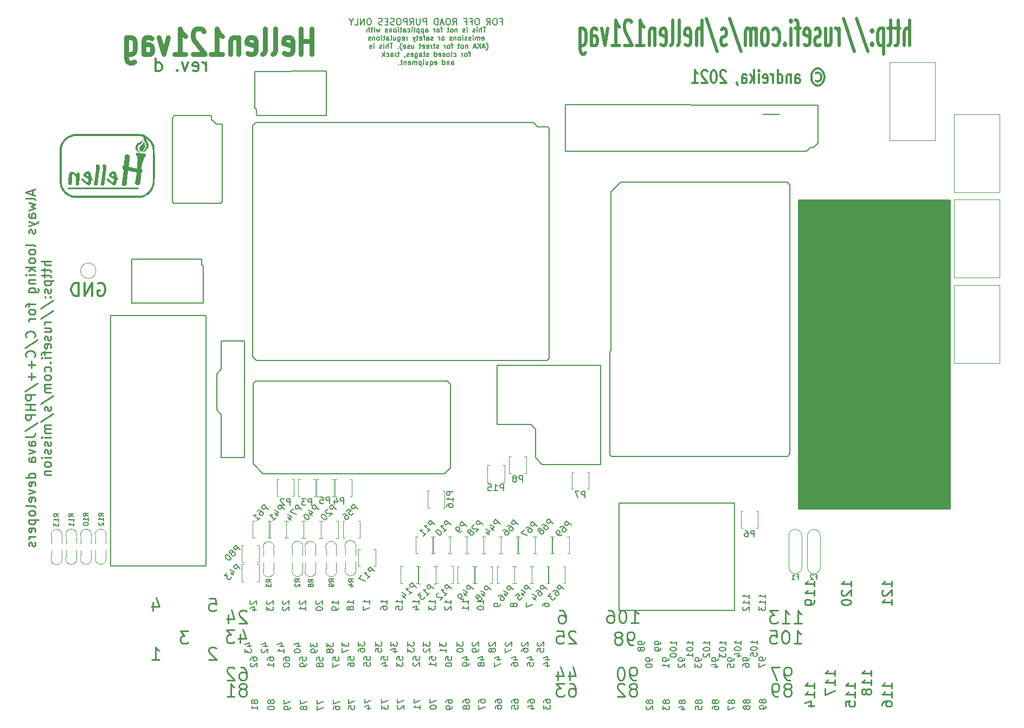
<source format=gbo>
G04 #@! TF.GenerationSoftware,KiCad,Pcbnew,8.0.9-8.0.9-0~ubuntu24.04.1*
G04 #@! TF.CreationDate,2026-01-23T21:19:33+00:00*
G04 #@! TF.ProjectId,hellen121vag,68656c6c-656e-4313-9231-7661672e6b69,d*
G04 #@! TF.SameCoordinates,PX2b953a0PY6943058*
G04 #@! TF.FileFunction,Legend,Bot*
G04 #@! TF.FilePolarity,Positive*
%FSLAX46Y46*%
G04 Gerber Fmt 4.6, Leading zero omitted, Abs format (unit mm)*
G04 Created by KiCad (PCBNEW 8.0.9-8.0.9-0~ubuntu24.04.1) date 2026-01-23 21:19:33*
%MOMM*%
%LPD*%
G01*
G04 APERTURE LIST*
%ADD10C,0.381000*%
%ADD11C,0.250000*%
%ADD12C,0.200000*%
%ADD13C,0.300000*%
%ADD14C,0.750000*%
%ADD15C,0.304800*%
%ADD16C,0.500000*%
%ADD17C,0.150000*%
%ADD18C,0.127000*%
%ADD19C,0.120000*%
%ADD20C,0.099060*%
%ADD21C,0.000000*%
G04 APERTURE END LIST*
D10*
X124700000Y84000000D02*
X148100000Y84000000D01*
X148100000Y36000000D01*
X124700000Y36000000D01*
X124700000Y84000000D01*
G36*
X124700000Y84000000D02*
G01*
X148100000Y84000000D01*
X148100000Y36000000D01*
X124700000Y36000000D01*
X124700000Y84000000D01*
G37*
D11*
X127065928Y23744999D02*
X127065928Y24602142D01*
X127065928Y24173571D02*
X125565928Y24173571D01*
X125565928Y24173571D02*
X125780214Y24316428D01*
X125780214Y24316428D02*
X125923071Y24459285D01*
X125923071Y24459285D02*
X125994500Y24602142D01*
X127065928Y22316428D02*
X127065928Y23173571D01*
X127065928Y22745000D02*
X125565928Y22745000D01*
X125565928Y22745000D02*
X125780214Y22887857D01*
X125780214Y22887857D02*
X125923071Y23030714D01*
X125923071Y23030714D02*
X125994500Y23173571D01*
X127065928Y21602143D02*
X127065928Y21316429D01*
X127065928Y21316429D02*
X126994500Y21173572D01*
X126994500Y21173572D02*
X126923071Y21102143D01*
X126923071Y21102143D02*
X126708785Y20959286D01*
X126708785Y20959286D02*
X126423071Y20887857D01*
X126423071Y20887857D02*
X125851642Y20887857D01*
X125851642Y20887857D02*
X125708785Y20959286D01*
X125708785Y20959286D02*
X125637357Y21030714D01*
X125637357Y21030714D02*
X125565928Y21173572D01*
X125565928Y21173572D02*
X125565928Y21459286D01*
X125565928Y21459286D02*
X125637357Y21602143D01*
X125637357Y21602143D02*
X125708785Y21673572D01*
X125708785Y21673572D02*
X125851642Y21745000D01*
X125851642Y21745000D02*
X126208785Y21745000D01*
X126208785Y21745000D02*
X126351642Y21673572D01*
X126351642Y21673572D02*
X126423071Y21602143D01*
X126423071Y21602143D02*
X126494500Y21459286D01*
X126494500Y21459286D02*
X126494500Y21173572D01*
X126494500Y21173572D02*
X126423071Y21030714D01*
X126423071Y21030714D02*
X126351642Y20959286D01*
X126351642Y20959286D02*
X126208785Y20887857D01*
X139130928Y23744999D02*
X139130928Y24602142D01*
X139130928Y24173571D02*
X137630928Y24173571D01*
X137630928Y24173571D02*
X137845214Y24316428D01*
X137845214Y24316428D02*
X137988071Y24459285D01*
X137988071Y24459285D02*
X138059500Y24602142D01*
X137773785Y23173571D02*
X137702357Y23102143D01*
X137702357Y23102143D02*
X137630928Y22959285D01*
X137630928Y22959285D02*
X137630928Y22602143D01*
X137630928Y22602143D02*
X137702357Y22459285D01*
X137702357Y22459285D02*
X137773785Y22387857D01*
X137773785Y22387857D02*
X137916642Y22316428D01*
X137916642Y22316428D02*
X138059500Y22316428D01*
X138059500Y22316428D02*
X138273785Y22387857D01*
X138273785Y22387857D02*
X139130928Y23245000D01*
X139130928Y23245000D02*
X139130928Y22316428D01*
X139130928Y20887857D02*
X139130928Y21745000D01*
X139130928Y21316429D02*
X137630928Y21316429D01*
X137630928Y21316429D02*
X137845214Y21459286D01*
X137845214Y21459286D02*
X137988071Y21602143D01*
X137988071Y21602143D02*
X138059500Y21745000D01*
X139130928Y7869999D02*
X139130928Y8727142D01*
X139130928Y8298571D02*
X137630928Y8298571D01*
X137630928Y8298571D02*
X137845214Y8441428D01*
X137845214Y8441428D02*
X137988071Y8584285D01*
X137988071Y8584285D02*
X138059500Y8727142D01*
X139130928Y6441428D02*
X139130928Y7298571D01*
X139130928Y6870000D02*
X137630928Y6870000D01*
X137630928Y6870000D02*
X137845214Y7012857D01*
X137845214Y7012857D02*
X137988071Y7155714D01*
X137988071Y7155714D02*
X138059500Y7298571D01*
X137630928Y5155714D02*
X137630928Y5441429D01*
X137630928Y5441429D02*
X137702357Y5584286D01*
X137702357Y5584286D02*
X137773785Y5655714D01*
X137773785Y5655714D02*
X137988071Y5798572D01*
X137988071Y5798572D02*
X138273785Y5870000D01*
X138273785Y5870000D02*
X138845214Y5870000D01*
X138845214Y5870000D02*
X138988071Y5798572D01*
X138988071Y5798572D02*
X139059500Y5727143D01*
X139059500Y5727143D02*
X139130928Y5584286D01*
X139130928Y5584286D02*
X139130928Y5298572D01*
X139130928Y5298572D02*
X139059500Y5155714D01*
X139059500Y5155714D02*
X138988071Y5084286D01*
X138988071Y5084286D02*
X138845214Y5012857D01*
X138845214Y5012857D02*
X138488071Y5012857D01*
X138488071Y5012857D02*
X138345214Y5084286D01*
X138345214Y5084286D02*
X138273785Y5155714D01*
X138273785Y5155714D02*
X138202357Y5298572D01*
X138202357Y5298572D02*
X138202357Y5584286D01*
X138202357Y5584286D02*
X138273785Y5727143D01*
X138273785Y5727143D02*
X138345214Y5798572D01*
X138345214Y5798572D02*
X138488071Y5870000D01*
X133415928Y7869999D02*
X133415928Y8727142D01*
X133415928Y8298571D02*
X131915928Y8298571D01*
X131915928Y8298571D02*
X132130214Y8441428D01*
X132130214Y8441428D02*
X132273071Y8584285D01*
X132273071Y8584285D02*
X132344500Y8727142D01*
X133415928Y6441428D02*
X133415928Y7298571D01*
X133415928Y6870000D02*
X131915928Y6870000D01*
X131915928Y6870000D02*
X132130214Y7012857D01*
X132130214Y7012857D02*
X132273071Y7155714D01*
X132273071Y7155714D02*
X132344500Y7298571D01*
X131915928Y5084286D02*
X131915928Y5798572D01*
X131915928Y5798572D02*
X132630214Y5870000D01*
X132630214Y5870000D02*
X132558785Y5798572D01*
X132558785Y5798572D02*
X132487357Y5655714D01*
X132487357Y5655714D02*
X132487357Y5298572D01*
X132487357Y5298572D02*
X132558785Y5155714D01*
X132558785Y5155714D02*
X132630214Y5084286D01*
X132630214Y5084286D02*
X132773071Y5012857D01*
X132773071Y5012857D02*
X133130214Y5012857D01*
X133130214Y5012857D02*
X133273071Y5084286D01*
X133273071Y5084286D02*
X133344500Y5155714D01*
X133344500Y5155714D02*
X133415928Y5298572D01*
X133415928Y5298572D02*
X133415928Y5655714D01*
X133415928Y5655714D02*
X133344500Y5798572D01*
X133344500Y5798572D02*
X133273071Y5870000D01*
X135955928Y9774999D02*
X135955928Y10632142D01*
X135955928Y10203571D02*
X134455928Y10203571D01*
X134455928Y10203571D02*
X134670214Y10346428D01*
X134670214Y10346428D02*
X134813071Y10489285D01*
X134813071Y10489285D02*
X134884500Y10632142D01*
X135955928Y8346428D02*
X135955928Y9203571D01*
X135955928Y8775000D02*
X134455928Y8775000D01*
X134455928Y8775000D02*
X134670214Y8917857D01*
X134670214Y8917857D02*
X134813071Y9060714D01*
X134813071Y9060714D02*
X134884500Y9203571D01*
X135098785Y7489286D02*
X135027357Y7632143D01*
X135027357Y7632143D02*
X134955928Y7703572D01*
X134955928Y7703572D02*
X134813071Y7775000D01*
X134813071Y7775000D02*
X134741642Y7775000D01*
X134741642Y7775000D02*
X134598785Y7703572D01*
X134598785Y7703572D02*
X134527357Y7632143D01*
X134527357Y7632143D02*
X134455928Y7489286D01*
X134455928Y7489286D02*
X134455928Y7203572D01*
X134455928Y7203572D02*
X134527357Y7060714D01*
X134527357Y7060714D02*
X134598785Y6989286D01*
X134598785Y6989286D02*
X134741642Y6917857D01*
X134741642Y6917857D02*
X134813071Y6917857D01*
X134813071Y6917857D02*
X134955928Y6989286D01*
X134955928Y6989286D02*
X135027357Y7060714D01*
X135027357Y7060714D02*
X135098785Y7203572D01*
X135098785Y7203572D02*
X135098785Y7489286D01*
X135098785Y7489286D02*
X135170214Y7632143D01*
X135170214Y7632143D02*
X135241642Y7703572D01*
X135241642Y7703572D02*
X135384500Y7775000D01*
X135384500Y7775000D02*
X135670214Y7775000D01*
X135670214Y7775000D02*
X135813071Y7703572D01*
X135813071Y7703572D02*
X135884500Y7632143D01*
X135884500Y7632143D02*
X135955928Y7489286D01*
X135955928Y7489286D02*
X135955928Y7203572D01*
X135955928Y7203572D02*
X135884500Y7060714D01*
X135884500Y7060714D02*
X135813071Y6989286D01*
X135813071Y6989286D02*
X135670214Y6917857D01*
X135670214Y6917857D02*
X135384500Y6917857D01*
X135384500Y6917857D02*
X135241642Y6989286D01*
X135241642Y6989286D02*
X135170214Y7060714D01*
X135170214Y7060714D02*
X135098785Y7203572D01*
X132780928Y23744999D02*
X132780928Y24602142D01*
X132780928Y24173571D02*
X131280928Y24173571D01*
X131280928Y24173571D02*
X131495214Y24316428D01*
X131495214Y24316428D02*
X131638071Y24459285D01*
X131638071Y24459285D02*
X131709500Y24602142D01*
X131423785Y23173571D02*
X131352357Y23102143D01*
X131352357Y23102143D02*
X131280928Y22959285D01*
X131280928Y22959285D02*
X131280928Y22602143D01*
X131280928Y22602143D02*
X131352357Y22459285D01*
X131352357Y22459285D02*
X131423785Y22387857D01*
X131423785Y22387857D02*
X131566642Y22316428D01*
X131566642Y22316428D02*
X131709500Y22316428D01*
X131709500Y22316428D02*
X131923785Y22387857D01*
X131923785Y22387857D02*
X132780928Y23245000D01*
X132780928Y23245000D02*
X132780928Y22316428D01*
X131280928Y21387857D02*
X131280928Y21245000D01*
X131280928Y21245000D02*
X131352357Y21102143D01*
X131352357Y21102143D02*
X131423785Y21030714D01*
X131423785Y21030714D02*
X131566642Y20959286D01*
X131566642Y20959286D02*
X131852357Y20887857D01*
X131852357Y20887857D02*
X132209500Y20887857D01*
X132209500Y20887857D02*
X132495214Y20959286D01*
X132495214Y20959286D02*
X132638071Y21030714D01*
X132638071Y21030714D02*
X132709500Y21102143D01*
X132709500Y21102143D02*
X132780928Y21245000D01*
X132780928Y21245000D02*
X132780928Y21387857D01*
X132780928Y21387857D02*
X132709500Y21530714D01*
X132709500Y21530714D02*
X132638071Y21602143D01*
X132638071Y21602143D02*
X132495214Y21673572D01*
X132495214Y21673572D02*
X132209500Y21745000D01*
X132209500Y21745000D02*
X131852357Y21745000D01*
X131852357Y21745000D02*
X131566642Y21673572D01*
X131566642Y21673572D02*
X131423785Y21602143D01*
X131423785Y21602143D02*
X131352357Y21530714D01*
X131352357Y21530714D02*
X131280928Y21387857D01*
X130240928Y9774999D02*
X130240928Y10632142D01*
X130240928Y10203571D02*
X128740928Y10203571D01*
X128740928Y10203571D02*
X128955214Y10346428D01*
X128955214Y10346428D02*
X129098071Y10489285D01*
X129098071Y10489285D02*
X129169500Y10632142D01*
X130240928Y8346428D02*
X130240928Y9203571D01*
X130240928Y8775000D02*
X128740928Y8775000D01*
X128740928Y8775000D02*
X128955214Y8917857D01*
X128955214Y8917857D02*
X129098071Y9060714D01*
X129098071Y9060714D02*
X129169500Y9203571D01*
X128740928Y7846429D02*
X128740928Y6846429D01*
X128740928Y6846429D02*
X130240928Y7489286D01*
X127065928Y7869999D02*
X127065928Y8727142D01*
X127065928Y8298571D02*
X125565928Y8298571D01*
X125565928Y8298571D02*
X125780214Y8441428D01*
X125780214Y8441428D02*
X125923071Y8584285D01*
X125923071Y8584285D02*
X125994500Y8727142D01*
X127065928Y6441428D02*
X127065928Y7298571D01*
X127065928Y6870000D02*
X125565928Y6870000D01*
X125565928Y6870000D02*
X125780214Y7012857D01*
X125780214Y7012857D02*
X125923071Y7155714D01*
X125923071Y7155714D02*
X125994500Y7298571D01*
X126065928Y5155714D02*
X127065928Y5155714D01*
X125494500Y5512857D02*
X126565928Y5870000D01*
X126565928Y5870000D02*
X126565928Y4941429D01*
X123082857Y7735620D02*
X123273333Y7830858D01*
X123273333Y7830858D02*
X123368571Y7926096D01*
X123368571Y7926096D02*
X123463809Y8116572D01*
X123463809Y8116572D02*
X123463809Y8211810D01*
X123463809Y8211810D02*
X123368571Y8402286D01*
X123368571Y8402286D02*
X123273333Y8497524D01*
X123273333Y8497524D02*
X123082857Y8592762D01*
X123082857Y8592762D02*
X122701904Y8592762D01*
X122701904Y8592762D02*
X122511428Y8497524D01*
X122511428Y8497524D02*
X122416190Y8402286D01*
X122416190Y8402286D02*
X122320952Y8211810D01*
X122320952Y8211810D02*
X122320952Y8116572D01*
X122320952Y8116572D02*
X122416190Y7926096D01*
X122416190Y7926096D02*
X122511428Y7830858D01*
X122511428Y7830858D02*
X122701904Y7735620D01*
X122701904Y7735620D02*
X123082857Y7735620D01*
X123082857Y7735620D02*
X123273333Y7640381D01*
X123273333Y7640381D02*
X123368571Y7545143D01*
X123368571Y7545143D02*
X123463809Y7354667D01*
X123463809Y7354667D02*
X123463809Y6973715D01*
X123463809Y6973715D02*
X123368571Y6783239D01*
X123368571Y6783239D02*
X123273333Y6688000D01*
X123273333Y6688000D02*
X123082857Y6592762D01*
X123082857Y6592762D02*
X122701904Y6592762D01*
X122701904Y6592762D02*
X122511428Y6688000D01*
X122511428Y6688000D02*
X122416190Y6783239D01*
X122416190Y6783239D02*
X122320952Y6973715D01*
X122320952Y6973715D02*
X122320952Y7354667D01*
X122320952Y7354667D02*
X122416190Y7545143D01*
X122416190Y7545143D02*
X122511428Y7640381D01*
X122511428Y7640381D02*
X122701904Y7735620D01*
X121368571Y6592762D02*
X120987619Y6592762D01*
X120987619Y6592762D02*
X120797142Y6688000D01*
X120797142Y6688000D02*
X120701904Y6783239D01*
X120701904Y6783239D02*
X120511428Y7068953D01*
X120511428Y7068953D02*
X120416190Y7449905D01*
X120416190Y7449905D02*
X120416190Y8211810D01*
X120416190Y8211810D02*
X120511428Y8402286D01*
X120511428Y8402286D02*
X120606666Y8497524D01*
X120606666Y8497524D02*
X120797142Y8592762D01*
X120797142Y8592762D02*
X121178095Y8592762D01*
X121178095Y8592762D02*
X121368571Y8497524D01*
X121368571Y8497524D02*
X121463809Y8402286D01*
X121463809Y8402286D02*
X121559047Y8211810D01*
X121559047Y8211810D02*
X121559047Y7735620D01*
X121559047Y7735620D02*
X121463809Y7545143D01*
X121463809Y7545143D02*
X121368571Y7449905D01*
X121368571Y7449905D02*
X121178095Y7354667D01*
X121178095Y7354667D02*
X120797142Y7354667D01*
X120797142Y7354667D02*
X120606666Y7449905D01*
X120606666Y7449905D02*
X120511428Y7545143D01*
X120511428Y7545143D02*
X120416190Y7735620D01*
X123273333Y9132762D02*
X122892381Y9132762D01*
X122892381Y9132762D02*
X122701904Y9228000D01*
X122701904Y9228000D02*
X122606666Y9323239D01*
X122606666Y9323239D02*
X122416190Y9608953D01*
X122416190Y9608953D02*
X122320952Y9989905D01*
X122320952Y9989905D02*
X122320952Y10751810D01*
X122320952Y10751810D02*
X122416190Y10942286D01*
X122416190Y10942286D02*
X122511428Y11037524D01*
X122511428Y11037524D02*
X122701904Y11132762D01*
X122701904Y11132762D02*
X123082857Y11132762D01*
X123082857Y11132762D02*
X123273333Y11037524D01*
X123273333Y11037524D02*
X123368571Y10942286D01*
X123368571Y10942286D02*
X123463809Y10751810D01*
X123463809Y10751810D02*
X123463809Y10275620D01*
X123463809Y10275620D02*
X123368571Y10085143D01*
X123368571Y10085143D02*
X123273333Y9989905D01*
X123273333Y9989905D02*
X123082857Y9894667D01*
X123082857Y9894667D02*
X122701904Y9894667D01*
X122701904Y9894667D02*
X122511428Y9989905D01*
X122511428Y9989905D02*
X122416190Y10085143D01*
X122416190Y10085143D02*
X122320952Y10275620D01*
X121654285Y11132762D02*
X120320952Y11132762D01*
X120320952Y11132762D02*
X121178095Y9132762D01*
X123883333Y14862762D02*
X125026190Y14862762D01*
X124454762Y14862762D02*
X124454762Y16862762D01*
X124454762Y16862762D02*
X124645238Y16577048D01*
X124645238Y16577048D02*
X124835714Y16386572D01*
X124835714Y16386572D02*
X125026190Y16291334D01*
X122645238Y16862762D02*
X122454761Y16862762D01*
X122454761Y16862762D02*
X122264285Y16767524D01*
X122264285Y16767524D02*
X122169047Y16672286D01*
X122169047Y16672286D02*
X122073809Y16481810D01*
X122073809Y16481810D02*
X121978571Y16100858D01*
X121978571Y16100858D02*
X121978571Y15624667D01*
X121978571Y15624667D02*
X122073809Y15243715D01*
X122073809Y15243715D02*
X122169047Y15053239D01*
X122169047Y15053239D02*
X122264285Y14958000D01*
X122264285Y14958000D02*
X122454761Y14862762D01*
X122454761Y14862762D02*
X122645238Y14862762D01*
X122645238Y14862762D02*
X122835714Y14958000D01*
X122835714Y14958000D02*
X122930952Y15053239D01*
X122930952Y15053239D02*
X123026190Y15243715D01*
X123026190Y15243715D02*
X123121428Y15624667D01*
X123121428Y15624667D02*
X123121428Y16100858D01*
X123121428Y16100858D02*
X123026190Y16481810D01*
X123026190Y16481810D02*
X122930952Y16672286D01*
X122930952Y16672286D02*
X122835714Y16767524D01*
X122835714Y16767524D02*
X122645238Y16862762D01*
X120169047Y16862762D02*
X121121428Y16862762D01*
X121121428Y16862762D02*
X121216666Y15910381D01*
X121216666Y15910381D02*
X121121428Y16005620D01*
X121121428Y16005620D02*
X120930952Y16100858D01*
X120930952Y16100858D02*
X120454761Y16100858D01*
X120454761Y16100858D02*
X120264285Y16005620D01*
X120264285Y16005620D02*
X120169047Y15910381D01*
X120169047Y15910381D02*
X120073809Y15719905D01*
X120073809Y15719905D02*
X120073809Y15243715D01*
X120073809Y15243715D02*
X120169047Y15053239D01*
X120169047Y15053239D02*
X120264285Y14958000D01*
X120264285Y14958000D02*
X120454761Y14862762D01*
X120454761Y14862762D02*
X120930952Y14862762D01*
X120930952Y14862762D02*
X121121428Y14958000D01*
X121121428Y14958000D02*
X121216666Y15053239D01*
X123908333Y18022762D02*
X125051190Y18022762D01*
X124479762Y18022762D02*
X124479762Y20022762D01*
X124479762Y20022762D02*
X124670238Y19737048D01*
X124670238Y19737048D02*
X124860714Y19546572D01*
X124860714Y19546572D02*
X125051190Y19451334D01*
X122003571Y18022762D02*
X123146428Y18022762D01*
X122575000Y18022762D02*
X122575000Y20022762D01*
X122575000Y20022762D02*
X122765476Y19737048D01*
X122765476Y19737048D02*
X122955952Y19546572D01*
X122955952Y19546572D02*
X123146428Y19451334D01*
X121336904Y20022762D02*
X120098809Y20022762D01*
X120098809Y20022762D02*
X120765476Y19260858D01*
X120765476Y19260858D02*
X120479761Y19260858D01*
X120479761Y19260858D02*
X120289285Y19165620D01*
X120289285Y19165620D02*
X120194047Y19070381D01*
X120194047Y19070381D02*
X120098809Y18879905D01*
X120098809Y18879905D02*
X120098809Y18403715D01*
X120098809Y18403715D02*
X120194047Y18213239D01*
X120194047Y18213239D02*
X120289285Y18118000D01*
X120289285Y18118000D02*
X120479761Y18022762D01*
X120479761Y18022762D02*
X121051190Y18022762D01*
X121051190Y18022762D02*
X121241666Y18118000D01*
X121241666Y18118000D02*
X121336904Y18213239D01*
X98952857Y7735620D02*
X99143333Y7830858D01*
X99143333Y7830858D02*
X99238571Y7926096D01*
X99238571Y7926096D02*
X99333809Y8116572D01*
X99333809Y8116572D02*
X99333809Y8211810D01*
X99333809Y8211810D02*
X99238571Y8402286D01*
X99238571Y8402286D02*
X99143333Y8497524D01*
X99143333Y8497524D02*
X98952857Y8592762D01*
X98952857Y8592762D02*
X98571904Y8592762D01*
X98571904Y8592762D02*
X98381428Y8497524D01*
X98381428Y8497524D02*
X98286190Y8402286D01*
X98286190Y8402286D02*
X98190952Y8211810D01*
X98190952Y8211810D02*
X98190952Y8116572D01*
X98190952Y8116572D02*
X98286190Y7926096D01*
X98286190Y7926096D02*
X98381428Y7830858D01*
X98381428Y7830858D02*
X98571904Y7735620D01*
X98571904Y7735620D02*
X98952857Y7735620D01*
X98952857Y7735620D02*
X99143333Y7640381D01*
X99143333Y7640381D02*
X99238571Y7545143D01*
X99238571Y7545143D02*
X99333809Y7354667D01*
X99333809Y7354667D02*
X99333809Y6973715D01*
X99333809Y6973715D02*
X99238571Y6783239D01*
X99238571Y6783239D02*
X99143333Y6688000D01*
X99143333Y6688000D02*
X98952857Y6592762D01*
X98952857Y6592762D02*
X98571904Y6592762D01*
X98571904Y6592762D02*
X98381428Y6688000D01*
X98381428Y6688000D02*
X98286190Y6783239D01*
X98286190Y6783239D02*
X98190952Y6973715D01*
X98190952Y6973715D02*
X98190952Y7354667D01*
X98190952Y7354667D02*
X98286190Y7545143D01*
X98286190Y7545143D02*
X98381428Y7640381D01*
X98381428Y7640381D02*
X98571904Y7735620D01*
X97429047Y8402286D02*
X97333809Y8497524D01*
X97333809Y8497524D02*
X97143333Y8592762D01*
X97143333Y8592762D02*
X96667142Y8592762D01*
X96667142Y8592762D02*
X96476666Y8497524D01*
X96476666Y8497524D02*
X96381428Y8402286D01*
X96381428Y8402286D02*
X96286190Y8211810D01*
X96286190Y8211810D02*
X96286190Y8021334D01*
X96286190Y8021334D02*
X96381428Y7735620D01*
X96381428Y7735620D02*
X97524285Y6592762D01*
X97524285Y6592762D02*
X96286190Y6592762D01*
X99143333Y9132762D02*
X98762381Y9132762D01*
X98762381Y9132762D02*
X98571904Y9228000D01*
X98571904Y9228000D02*
X98476666Y9323239D01*
X98476666Y9323239D02*
X98286190Y9608953D01*
X98286190Y9608953D02*
X98190952Y9989905D01*
X98190952Y9989905D02*
X98190952Y10751810D01*
X98190952Y10751810D02*
X98286190Y10942286D01*
X98286190Y10942286D02*
X98381428Y11037524D01*
X98381428Y11037524D02*
X98571904Y11132762D01*
X98571904Y11132762D02*
X98952857Y11132762D01*
X98952857Y11132762D02*
X99143333Y11037524D01*
X99143333Y11037524D02*
X99238571Y10942286D01*
X99238571Y10942286D02*
X99333809Y10751810D01*
X99333809Y10751810D02*
X99333809Y10275620D01*
X99333809Y10275620D02*
X99238571Y10085143D01*
X99238571Y10085143D02*
X99143333Y9989905D01*
X99143333Y9989905D02*
X98952857Y9894667D01*
X98952857Y9894667D02*
X98571904Y9894667D01*
X98571904Y9894667D02*
X98381428Y9989905D01*
X98381428Y9989905D02*
X98286190Y10085143D01*
X98286190Y10085143D02*
X98190952Y10275620D01*
X96952857Y11132762D02*
X96762380Y11132762D01*
X96762380Y11132762D02*
X96571904Y11037524D01*
X96571904Y11037524D02*
X96476666Y10942286D01*
X96476666Y10942286D02*
X96381428Y10751810D01*
X96381428Y10751810D02*
X96286190Y10370858D01*
X96286190Y10370858D02*
X96286190Y9894667D01*
X96286190Y9894667D02*
X96381428Y9513715D01*
X96381428Y9513715D02*
X96476666Y9323239D01*
X96476666Y9323239D02*
X96571904Y9228000D01*
X96571904Y9228000D02*
X96762380Y9132762D01*
X96762380Y9132762D02*
X96952857Y9132762D01*
X96952857Y9132762D02*
X97143333Y9228000D01*
X97143333Y9228000D02*
X97238571Y9323239D01*
X97238571Y9323239D02*
X97333809Y9513715D01*
X97333809Y9513715D02*
X97429047Y9894667D01*
X97429047Y9894667D02*
X97429047Y10370858D01*
X97429047Y10370858D02*
X97333809Y10751810D01*
X97333809Y10751810D02*
X97238571Y10942286D01*
X97238571Y10942286D02*
X97143333Y11037524D01*
X97143333Y11037524D02*
X96952857Y11132762D01*
X98743333Y14647762D02*
X98362381Y14647762D01*
X98362381Y14647762D02*
X98171904Y14743000D01*
X98171904Y14743000D02*
X98076666Y14838239D01*
X98076666Y14838239D02*
X97886190Y15123953D01*
X97886190Y15123953D02*
X97790952Y15504905D01*
X97790952Y15504905D02*
X97790952Y16266810D01*
X97790952Y16266810D02*
X97886190Y16457286D01*
X97886190Y16457286D02*
X97981428Y16552524D01*
X97981428Y16552524D02*
X98171904Y16647762D01*
X98171904Y16647762D02*
X98552857Y16647762D01*
X98552857Y16647762D02*
X98743333Y16552524D01*
X98743333Y16552524D02*
X98838571Y16457286D01*
X98838571Y16457286D02*
X98933809Y16266810D01*
X98933809Y16266810D02*
X98933809Y15790620D01*
X98933809Y15790620D02*
X98838571Y15600143D01*
X98838571Y15600143D02*
X98743333Y15504905D01*
X98743333Y15504905D02*
X98552857Y15409667D01*
X98552857Y15409667D02*
X98171904Y15409667D01*
X98171904Y15409667D02*
X97981428Y15504905D01*
X97981428Y15504905D02*
X97886190Y15600143D01*
X97886190Y15600143D02*
X97790952Y15790620D01*
X96648095Y15790620D02*
X96838571Y15885858D01*
X96838571Y15885858D02*
X96933809Y15981096D01*
X96933809Y15981096D02*
X97029047Y16171572D01*
X97029047Y16171572D02*
X97029047Y16266810D01*
X97029047Y16266810D02*
X96933809Y16457286D01*
X96933809Y16457286D02*
X96838571Y16552524D01*
X96838571Y16552524D02*
X96648095Y16647762D01*
X96648095Y16647762D02*
X96267142Y16647762D01*
X96267142Y16647762D02*
X96076666Y16552524D01*
X96076666Y16552524D02*
X95981428Y16457286D01*
X95981428Y16457286D02*
X95886190Y16266810D01*
X95886190Y16266810D02*
X95886190Y16171572D01*
X95886190Y16171572D02*
X95981428Y15981096D01*
X95981428Y15981096D02*
X96076666Y15885858D01*
X96076666Y15885858D02*
X96267142Y15790620D01*
X96267142Y15790620D02*
X96648095Y15790620D01*
X96648095Y15790620D02*
X96838571Y15695381D01*
X96838571Y15695381D02*
X96933809Y15600143D01*
X96933809Y15600143D02*
X97029047Y15409667D01*
X97029047Y15409667D02*
X97029047Y15028715D01*
X97029047Y15028715D02*
X96933809Y14838239D01*
X96933809Y14838239D02*
X96838571Y14743000D01*
X96838571Y14743000D02*
X96648095Y14647762D01*
X96648095Y14647762D02*
X96267142Y14647762D01*
X96267142Y14647762D02*
X96076666Y14743000D01*
X96076666Y14743000D02*
X95981428Y14838239D01*
X95981428Y14838239D02*
X95886190Y15028715D01*
X95886190Y15028715D02*
X95886190Y15409667D01*
X95886190Y15409667D02*
X95981428Y15600143D01*
X95981428Y15600143D02*
X96076666Y15695381D01*
X96076666Y15695381D02*
X96267142Y15790620D01*
X98457533Y18073562D02*
X99600390Y18073562D01*
X99028962Y18073562D02*
X99028962Y20073562D01*
X99028962Y20073562D02*
X99219438Y19787848D01*
X99219438Y19787848D02*
X99409914Y19597372D01*
X99409914Y19597372D02*
X99600390Y19502134D01*
X97219438Y20073562D02*
X97028961Y20073562D01*
X97028961Y20073562D02*
X96838485Y19978324D01*
X96838485Y19978324D02*
X96743247Y19883086D01*
X96743247Y19883086D02*
X96648009Y19692610D01*
X96648009Y19692610D02*
X96552771Y19311658D01*
X96552771Y19311658D02*
X96552771Y18835467D01*
X96552771Y18835467D02*
X96648009Y18454515D01*
X96648009Y18454515D02*
X96743247Y18264039D01*
X96743247Y18264039D02*
X96838485Y18168800D01*
X96838485Y18168800D02*
X97028961Y18073562D01*
X97028961Y18073562D02*
X97219438Y18073562D01*
X97219438Y18073562D02*
X97409914Y18168800D01*
X97409914Y18168800D02*
X97505152Y18264039D01*
X97505152Y18264039D02*
X97600390Y18454515D01*
X97600390Y18454515D02*
X97695628Y18835467D01*
X97695628Y18835467D02*
X97695628Y19311658D01*
X97695628Y19311658D02*
X97600390Y19692610D01*
X97600390Y19692610D02*
X97505152Y19883086D01*
X97505152Y19883086D02*
X97409914Y19978324D01*
X97409914Y19978324D02*
X97219438Y20073562D01*
X94838485Y20073562D02*
X95219438Y20073562D01*
X95219438Y20073562D02*
X95409914Y19978324D01*
X95409914Y19978324D02*
X95505152Y19883086D01*
X95505152Y19883086D02*
X95695628Y19597372D01*
X95695628Y19597372D02*
X95790866Y19216420D01*
X95790866Y19216420D02*
X95790866Y18454515D01*
X95790866Y18454515D02*
X95695628Y18264039D01*
X95695628Y18264039D02*
X95600390Y18168800D01*
X95600390Y18168800D02*
X95409914Y18073562D01*
X95409914Y18073562D02*
X95028961Y18073562D01*
X95028961Y18073562D02*
X94838485Y18168800D01*
X94838485Y18168800D02*
X94743247Y18264039D01*
X94743247Y18264039D02*
X94648009Y18454515D01*
X94648009Y18454515D02*
X94648009Y18930705D01*
X94648009Y18930705D02*
X94743247Y19121181D01*
X94743247Y19121181D02*
X94838485Y19216420D01*
X94838485Y19216420D02*
X95028961Y19311658D01*
X95028961Y19311658D02*
X95409914Y19311658D01*
X95409914Y19311658D02*
X95600390Y19216420D01*
X95600390Y19216420D02*
X95695628Y19121181D01*
X95695628Y19121181D02*
X95790866Y18930705D01*
X88856428Y8592762D02*
X89237381Y8592762D01*
X89237381Y8592762D02*
X89427857Y8497524D01*
X89427857Y8497524D02*
X89523095Y8402286D01*
X89523095Y8402286D02*
X89713571Y8116572D01*
X89713571Y8116572D02*
X89808809Y7735620D01*
X89808809Y7735620D02*
X89808809Y6973715D01*
X89808809Y6973715D02*
X89713571Y6783239D01*
X89713571Y6783239D02*
X89618333Y6688000D01*
X89618333Y6688000D02*
X89427857Y6592762D01*
X89427857Y6592762D02*
X89046904Y6592762D01*
X89046904Y6592762D02*
X88856428Y6688000D01*
X88856428Y6688000D02*
X88761190Y6783239D01*
X88761190Y6783239D02*
X88665952Y6973715D01*
X88665952Y6973715D02*
X88665952Y7449905D01*
X88665952Y7449905D02*
X88761190Y7640381D01*
X88761190Y7640381D02*
X88856428Y7735620D01*
X88856428Y7735620D02*
X89046904Y7830858D01*
X89046904Y7830858D02*
X89427857Y7830858D01*
X89427857Y7830858D02*
X89618333Y7735620D01*
X89618333Y7735620D02*
X89713571Y7640381D01*
X89713571Y7640381D02*
X89808809Y7449905D01*
X87999285Y8592762D02*
X86761190Y8592762D01*
X86761190Y8592762D02*
X87427857Y7830858D01*
X87427857Y7830858D02*
X87142142Y7830858D01*
X87142142Y7830858D02*
X86951666Y7735620D01*
X86951666Y7735620D02*
X86856428Y7640381D01*
X86856428Y7640381D02*
X86761190Y7449905D01*
X86761190Y7449905D02*
X86761190Y6973715D01*
X86761190Y6973715D02*
X86856428Y6783239D01*
X86856428Y6783239D02*
X86951666Y6688000D01*
X86951666Y6688000D02*
X87142142Y6592762D01*
X87142142Y6592762D02*
X87713571Y6592762D01*
X87713571Y6592762D02*
X87904047Y6688000D01*
X87904047Y6688000D02*
X87999285Y6783239D01*
X88856428Y10466096D02*
X88856428Y9132762D01*
X89332619Y11228000D02*
X89808809Y9799429D01*
X89808809Y9799429D02*
X88570714Y9799429D01*
X86951666Y10466096D02*
X86951666Y9132762D01*
X87427857Y11228000D02*
X87904047Y9799429D01*
X87904047Y9799429D02*
X86665952Y9799429D01*
X89808809Y16657286D02*
X89713571Y16752524D01*
X89713571Y16752524D02*
X89523095Y16847762D01*
X89523095Y16847762D02*
X89046904Y16847762D01*
X89046904Y16847762D02*
X88856428Y16752524D01*
X88856428Y16752524D02*
X88761190Y16657286D01*
X88761190Y16657286D02*
X88665952Y16466810D01*
X88665952Y16466810D02*
X88665952Y16276334D01*
X88665952Y16276334D02*
X88761190Y15990620D01*
X88761190Y15990620D02*
X89904047Y14847762D01*
X89904047Y14847762D02*
X88665952Y14847762D01*
X86856428Y16847762D02*
X87808809Y16847762D01*
X87808809Y16847762D02*
X87904047Y15895381D01*
X87904047Y15895381D02*
X87808809Y15990620D01*
X87808809Y15990620D02*
X87618333Y16085858D01*
X87618333Y16085858D02*
X87142142Y16085858D01*
X87142142Y16085858D02*
X86951666Y15990620D01*
X86951666Y15990620D02*
X86856428Y15895381D01*
X86856428Y15895381D02*
X86761190Y15704905D01*
X86761190Y15704905D02*
X86761190Y15228715D01*
X86761190Y15228715D02*
X86856428Y15038239D01*
X86856428Y15038239D02*
X86951666Y14943000D01*
X86951666Y14943000D02*
X87142142Y14847762D01*
X87142142Y14847762D02*
X87618333Y14847762D01*
X87618333Y14847762D02*
X87808809Y14943000D01*
X87808809Y14943000D02*
X87904047Y15038239D01*
X87269047Y20022762D02*
X87650000Y20022762D01*
X87650000Y20022762D02*
X87840476Y19927524D01*
X87840476Y19927524D02*
X87935714Y19832286D01*
X87935714Y19832286D02*
X88126190Y19546572D01*
X88126190Y19546572D02*
X88221428Y19165620D01*
X88221428Y19165620D02*
X88221428Y18403715D01*
X88221428Y18403715D02*
X88126190Y18213239D01*
X88126190Y18213239D02*
X88030952Y18118000D01*
X88030952Y18118000D02*
X87840476Y18022762D01*
X87840476Y18022762D02*
X87459523Y18022762D01*
X87459523Y18022762D02*
X87269047Y18118000D01*
X87269047Y18118000D02*
X87173809Y18213239D01*
X87173809Y18213239D02*
X87078571Y18403715D01*
X87078571Y18403715D02*
X87078571Y18879905D01*
X87078571Y18879905D02*
X87173809Y19070381D01*
X87173809Y19070381D02*
X87269047Y19165620D01*
X87269047Y19165620D02*
X87459523Y19260858D01*
X87459523Y19260858D02*
X87840476Y19260858D01*
X87840476Y19260858D02*
X88030952Y19165620D01*
X88030952Y19165620D02*
X88126190Y19070381D01*
X88126190Y19070381D02*
X88221428Y18879905D01*
X32563809Y21927762D02*
X33516190Y21927762D01*
X33516190Y21927762D02*
X33611428Y20975381D01*
X33611428Y20975381D02*
X33516190Y21070620D01*
X33516190Y21070620D02*
X33325714Y21165858D01*
X33325714Y21165858D02*
X32849523Y21165858D01*
X32849523Y21165858D02*
X32659047Y21070620D01*
X32659047Y21070620D02*
X32563809Y20975381D01*
X32563809Y20975381D02*
X32468571Y20784905D01*
X32468571Y20784905D02*
X32468571Y20308715D01*
X32468571Y20308715D02*
X32563809Y20118239D01*
X32563809Y20118239D02*
X32659047Y20023000D01*
X32659047Y20023000D02*
X32849523Y19927762D01*
X32849523Y19927762D02*
X33325714Y19927762D01*
X33325714Y19927762D02*
X33516190Y20023000D01*
X33516190Y20023000D02*
X33611428Y20118239D01*
X23769047Y21261096D02*
X23769047Y19927762D01*
X24245238Y22023000D02*
X24721428Y20594429D01*
X24721428Y20594429D02*
X23483333Y20594429D01*
X29261666Y16847762D02*
X28023571Y16847762D01*
X28023571Y16847762D02*
X28690238Y16085858D01*
X28690238Y16085858D02*
X28404523Y16085858D01*
X28404523Y16085858D02*
X28214047Y15990620D01*
X28214047Y15990620D02*
X28118809Y15895381D01*
X28118809Y15895381D02*
X28023571Y15704905D01*
X28023571Y15704905D02*
X28023571Y15228715D01*
X28023571Y15228715D02*
X28118809Y15038239D01*
X28118809Y15038239D02*
X28214047Y14943000D01*
X28214047Y14943000D02*
X28404523Y14847762D01*
X28404523Y14847762D02*
X28975952Y14847762D01*
X28975952Y14847762D02*
X29166428Y14943000D01*
X29166428Y14943000D02*
X29261666Y15038239D01*
X33611428Y14117286D02*
X33516190Y14212524D01*
X33516190Y14212524D02*
X33325714Y14307762D01*
X33325714Y14307762D02*
X32849523Y14307762D01*
X32849523Y14307762D02*
X32659047Y14212524D01*
X32659047Y14212524D02*
X32563809Y14117286D01*
X32563809Y14117286D02*
X32468571Y13926810D01*
X32468571Y13926810D02*
X32468571Y13736334D01*
X32468571Y13736334D02*
X32563809Y13450620D01*
X32563809Y13450620D02*
X33706666Y12307762D01*
X33706666Y12307762D02*
X32468571Y12307762D01*
X23578571Y12307762D02*
X24721428Y12307762D01*
X24150000Y12307762D02*
X24150000Y14307762D01*
X24150000Y14307762D02*
X24340476Y14022048D01*
X24340476Y14022048D02*
X24530952Y13831572D01*
X24530952Y13831572D02*
X24721428Y13736334D01*
X37992857Y7735620D02*
X38183333Y7830858D01*
X38183333Y7830858D02*
X38278571Y7926096D01*
X38278571Y7926096D02*
X38373809Y8116572D01*
X38373809Y8116572D02*
X38373809Y8211810D01*
X38373809Y8211810D02*
X38278571Y8402286D01*
X38278571Y8402286D02*
X38183333Y8497524D01*
X38183333Y8497524D02*
X37992857Y8592762D01*
X37992857Y8592762D02*
X37611904Y8592762D01*
X37611904Y8592762D02*
X37421428Y8497524D01*
X37421428Y8497524D02*
X37326190Y8402286D01*
X37326190Y8402286D02*
X37230952Y8211810D01*
X37230952Y8211810D02*
X37230952Y8116572D01*
X37230952Y8116572D02*
X37326190Y7926096D01*
X37326190Y7926096D02*
X37421428Y7830858D01*
X37421428Y7830858D02*
X37611904Y7735620D01*
X37611904Y7735620D02*
X37992857Y7735620D01*
X37992857Y7735620D02*
X38183333Y7640381D01*
X38183333Y7640381D02*
X38278571Y7545143D01*
X38278571Y7545143D02*
X38373809Y7354667D01*
X38373809Y7354667D02*
X38373809Y6973715D01*
X38373809Y6973715D02*
X38278571Y6783239D01*
X38278571Y6783239D02*
X38183333Y6688000D01*
X38183333Y6688000D02*
X37992857Y6592762D01*
X37992857Y6592762D02*
X37611904Y6592762D01*
X37611904Y6592762D02*
X37421428Y6688000D01*
X37421428Y6688000D02*
X37326190Y6783239D01*
X37326190Y6783239D02*
X37230952Y6973715D01*
X37230952Y6973715D02*
X37230952Y7354667D01*
X37230952Y7354667D02*
X37326190Y7545143D01*
X37326190Y7545143D02*
X37421428Y7640381D01*
X37421428Y7640381D02*
X37611904Y7735620D01*
X35326190Y6592762D02*
X36469047Y6592762D01*
X35897619Y6592762D02*
X35897619Y8592762D01*
X35897619Y8592762D02*
X36088095Y8307048D01*
X36088095Y8307048D02*
X36278571Y8116572D01*
X36278571Y8116572D02*
X36469047Y8021334D01*
X37421428Y11132762D02*
X37802381Y11132762D01*
X37802381Y11132762D02*
X37992857Y11037524D01*
X37992857Y11037524D02*
X38088095Y10942286D01*
X38088095Y10942286D02*
X38278571Y10656572D01*
X38278571Y10656572D02*
X38373809Y10275620D01*
X38373809Y10275620D02*
X38373809Y9513715D01*
X38373809Y9513715D02*
X38278571Y9323239D01*
X38278571Y9323239D02*
X38183333Y9228000D01*
X38183333Y9228000D02*
X37992857Y9132762D01*
X37992857Y9132762D02*
X37611904Y9132762D01*
X37611904Y9132762D02*
X37421428Y9228000D01*
X37421428Y9228000D02*
X37326190Y9323239D01*
X37326190Y9323239D02*
X37230952Y9513715D01*
X37230952Y9513715D02*
X37230952Y9989905D01*
X37230952Y9989905D02*
X37326190Y10180381D01*
X37326190Y10180381D02*
X37421428Y10275620D01*
X37421428Y10275620D02*
X37611904Y10370858D01*
X37611904Y10370858D02*
X37992857Y10370858D01*
X37992857Y10370858D02*
X38183333Y10275620D01*
X38183333Y10275620D02*
X38278571Y10180381D01*
X38278571Y10180381D02*
X38373809Y9989905D01*
X36469047Y10942286D02*
X36373809Y11037524D01*
X36373809Y11037524D02*
X36183333Y11132762D01*
X36183333Y11132762D02*
X35707142Y11132762D01*
X35707142Y11132762D02*
X35516666Y11037524D01*
X35516666Y11037524D02*
X35421428Y10942286D01*
X35421428Y10942286D02*
X35326190Y10751810D01*
X35326190Y10751810D02*
X35326190Y10561334D01*
X35326190Y10561334D02*
X35421428Y10275620D01*
X35421428Y10275620D02*
X36564285Y9132762D01*
X36564285Y9132762D02*
X35326190Y9132762D01*
X37333428Y16300096D02*
X37333428Y14966762D01*
X37809619Y17062000D02*
X38285809Y15633429D01*
X38285809Y15633429D02*
X37047714Y15633429D01*
X36476285Y16966762D02*
X35238190Y16966762D01*
X35238190Y16966762D02*
X35904857Y16204858D01*
X35904857Y16204858D02*
X35619142Y16204858D01*
X35619142Y16204858D02*
X35428666Y16109620D01*
X35428666Y16109620D02*
X35333428Y16014381D01*
X35333428Y16014381D02*
X35238190Y15823905D01*
X35238190Y15823905D02*
X35238190Y15347715D01*
X35238190Y15347715D02*
X35333428Y15157239D01*
X35333428Y15157239D02*
X35428666Y15062000D01*
X35428666Y15062000D02*
X35619142Y14966762D01*
X35619142Y14966762D02*
X36190571Y14966762D01*
X36190571Y14966762D02*
X36381047Y15062000D01*
X36381047Y15062000D02*
X36476285Y15157239D01*
X38373809Y19832286D02*
X38278571Y19927524D01*
X38278571Y19927524D02*
X38088095Y20022762D01*
X38088095Y20022762D02*
X37611904Y20022762D01*
X37611904Y20022762D02*
X37421428Y19927524D01*
X37421428Y19927524D02*
X37326190Y19832286D01*
X37326190Y19832286D02*
X37230952Y19641810D01*
X37230952Y19641810D02*
X37230952Y19451334D01*
X37230952Y19451334D02*
X37326190Y19165620D01*
X37326190Y19165620D02*
X38469047Y18022762D01*
X38469047Y18022762D02*
X37230952Y18022762D01*
X35516666Y19356096D02*
X35516666Y18022762D01*
X35992857Y20118000D02*
X36469047Y18689429D01*
X36469047Y18689429D02*
X35230952Y18689429D01*
D12*
X53282219Y15049524D02*
X53282219Y14430477D01*
X53282219Y14430477D02*
X53663171Y14763810D01*
X53663171Y14763810D02*
X53663171Y14620953D01*
X53663171Y14620953D02*
X53710790Y14525715D01*
X53710790Y14525715D02*
X53758409Y14478096D01*
X53758409Y14478096D02*
X53853647Y14430477D01*
X53853647Y14430477D02*
X54091742Y14430477D01*
X54091742Y14430477D02*
X54186980Y14478096D01*
X54186980Y14478096D02*
X54234600Y14525715D01*
X54234600Y14525715D02*
X54282219Y14620953D01*
X54282219Y14620953D02*
X54282219Y14906667D01*
X54282219Y14906667D02*
X54234600Y15001905D01*
X54234600Y15001905D02*
X54186980Y15049524D01*
X53282219Y14097143D02*
X53282219Y13430477D01*
X53282219Y13430477D02*
X54282219Y13859048D01*
X52714219Y20969477D02*
X52714219Y21540905D01*
X52714219Y21255191D02*
X51714219Y21255191D01*
X51714219Y21255191D02*
X51857076Y21350429D01*
X51857076Y21350429D02*
X51952314Y21445667D01*
X51952314Y21445667D02*
X51999933Y21540905D01*
X52714219Y20493286D02*
X52714219Y20302810D01*
X52714219Y20302810D02*
X52666600Y20207572D01*
X52666600Y20207572D02*
X52618980Y20159953D01*
X52618980Y20159953D02*
X52476123Y20064715D01*
X52476123Y20064715D02*
X52285647Y20017096D01*
X52285647Y20017096D02*
X51904695Y20017096D01*
X51904695Y20017096D02*
X51809457Y20064715D01*
X51809457Y20064715D02*
X51761838Y20112334D01*
X51761838Y20112334D02*
X51714219Y20207572D01*
X51714219Y20207572D02*
X51714219Y20398048D01*
X51714219Y20398048D02*
X51761838Y20493286D01*
X51761838Y20493286D02*
X51809457Y20540905D01*
X51809457Y20540905D02*
X51904695Y20588524D01*
X51904695Y20588524D02*
X52142790Y20588524D01*
X52142790Y20588524D02*
X52238028Y20540905D01*
X52238028Y20540905D02*
X52285647Y20493286D01*
X52285647Y20493286D02*
X52333266Y20398048D01*
X52333266Y20398048D02*
X52333266Y20207572D01*
X52333266Y20207572D02*
X52285647Y20112334D01*
X52285647Y20112334D02*
X52238028Y20064715D01*
X52238028Y20064715D02*
X52142790Y20017096D01*
X115582219Y14706667D02*
X115582219Y15278095D01*
X115582219Y14992381D02*
X114582219Y14992381D01*
X114582219Y14992381D02*
X114725076Y15087619D01*
X114725076Y15087619D02*
X114820314Y15182857D01*
X114820314Y15182857D02*
X114867933Y15278095D01*
X114582219Y14087619D02*
X114582219Y13992381D01*
X114582219Y13992381D02*
X114629838Y13897143D01*
X114629838Y13897143D02*
X114677457Y13849524D01*
X114677457Y13849524D02*
X114772695Y13801905D01*
X114772695Y13801905D02*
X114963171Y13754286D01*
X114963171Y13754286D02*
X115201266Y13754286D01*
X115201266Y13754286D02*
X115391742Y13801905D01*
X115391742Y13801905D02*
X115486980Y13849524D01*
X115486980Y13849524D02*
X115534600Y13897143D01*
X115534600Y13897143D02*
X115582219Y13992381D01*
X115582219Y13992381D02*
X115582219Y14087619D01*
X115582219Y14087619D02*
X115534600Y14182857D01*
X115534600Y14182857D02*
X115486980Y14230476D01*
X115486980Y14230476D02*
X115391742Y14278095D01*
X115391742Y14278095D02*
X115201266Y14325714D01*
X115201266Y14325714D02*
X114963171Y14325714D01*
X114963171Y14325714D02*
X114772695Y14278095D01*
X114772695Y14278095D02*
X114677457Y14230476D01*
X114677457Y14230476D02*
X114629838Y14182857D01*
X114629838Y14182857D02*
X114582219Y14087619D01*
X114915552Y12897143D02*
X115582219Y12897143D01*
X114534600Y13135238D02*
X115248885Y13373333D01*
X115248885Y13373333D02*
X115248885Y12754286D01*
X43547552Y14464715D02*
X44214219Y14464715D01*
X43166600Y14702810D02*
X43880885Y14940905D01*
X43880885Y14940905D02*
X43880885Y14321858D01*
X44214219Y13417096D02*
X44214219Y13988524D01*
X44214219Y13702810D02*
X43214219Y13702810D01*
X43214219Y13702810D02*
X43357076Y13798048D01*
X43357076Y13798048D02*
X43452314Y13893286D01*
X43452314Y13893286D02*
X43499933Y13988524D01*
D13*
X32004762Y104265362D02*
X32004762Y105598696D01*
X32004762Y105217743D02*
X31909524Y105408220D01*
X31909524Y105408220D02*
X31814286Y105503458D01*
X31814286Y105503458D02*
X31623810Y105598696D01*
X31623810Y105598696D02*
X31433333Y105598696D01*
X30004762Y104360600D02*
X30195238Y104265362D01*
X30195238Y104265362D02*
X30576191Y104265362D01*
X30576191Y104265362D02*
X30766667Y104360600D01*
X30766667Y104360600D02*
X30861905Y104551077D01*
X30861905Y104551077D02*
X30861905Y105312981D01*
X30861905Y105312981D02*
X30766667Y105503458D01*
X30766667Y105503458D02*
X30576191Y105598696D01*
X30576191Y105598696D02*
X30195238Y105598696D01*
X30195238Y105598696D02*
X30004762Y105503458D01*
X30004762Y105503458D02*
X29909524Y105312981D01*
X29909524Y105312981D02*
X29909524Y105122505D01*
X29909524Y105122505D02*
X30861905Y104932029D01*
X29242857Y105598696D02*
X28766667Y104265362D01*
X28766667Y104265362D02*
X28290476Y105598696D01*
X27528571Y104455839D02*
X27433333Y104360600D01*
X27433333Y104360600D02*
X27528571Y104265362D01*
X27528571Y104265362D02*
X27623809Y104360600D01*
X27623809Y104360600D02*
X27528571Y104455839D01*
X27528571Y104455839D02*
X27528571Y104265362D01*
X24195237Y104265362D02*
X24195237Y106265362D01*
X24195237Y104360600D02*
X24385713Y104265362D01*
X24385713Y104265362D02*
X24766666Y104265362D01*
X24766666Y104265362D02*
X24957142Y104360600D01*
X24957142Y104360600D02*
X25052380Y104455839D01*
X25052380Y104455839D02*
X25147618Y104646315D01*
X25147618Y104646315D02*
X25147618Y105217743D01*
X25147618Y105217743D02*
X25052380Y105408220D01*
X25052380Y105408220D02*
X24957142Y105503458D01*
X24957142Y105503458D02*
X24766666Y105598696D01*
X24766666Y105598696D02*
X24385713Y105598696D01*
X24385713Y105598696D02*
X24195237Y105503458D01*
D12*
X116410790Y5911429D02*
X116363171Y6006667D01*
X116363171Y6006667D02*
X116315552Y6054286D01*
X116315552Y6054286D02*
X116220314Y6101905D01*
X116220314Y6101905D02*
X116172695Y6101905D01*
X116172695Y6101905D02*
X116077457Y6054286D01*
X116077457Y6054286D02*
X116029838Y6006667D01*
X116029838Y6006667D02*
X115982219Y5911429D01*
X115982219Y5911429D02*
X115982219Y5720953D01*
X115982219Y5720953D02*
X116029838Y5625715D01*
X116029838Y5625715D02*
X116077457Y5578096D01*
X116077457Y5578096D02*
X116172695Y5530477D01*
X116172695Y5530477D02*
X116220314Y5530477D01*
X116220314Y5530477D02*
X116315552Y5578096D01*
X116315552Y5578096D02*
X116363171Y5625715D01*
X116363171Y5625715D02*
X116410790Y5720953D01*
X116410790Y5720953D02*
X116410790Y5911429D01*
X116410790Y5911429D02*
X116458409Y6006667D01*
X116458409Y6006667D02*
X116506028Y6054286D01*
X116506028Y6054286D02*
X116601266Y6101905D01*
X116601266Y6101905D02*
X116791742Y6101905D01*
X116791742Y6101905D02*
X116886980Y6054286D01*
X116886980Y6054286D02*
X116934600Y6006667D01*
X116934600Y6006667D02*
X116982219Y5911429D01*
X116982219Y5911429D02*
X116982219Y5720953D01*
X116982219Y5720953D02*
X116934600Y5625715D01*
X116934600Y5625715D02*
X116886980Y5578096D01*
X116886980Y5578096D02*
X116791742Y5530477D01*
X116791742Y5530477D02*
X116601266Y5530477D01*
X116601266Y5530477D02*
X116506028Y5578096D01*
X116506028Y5578096D02*
X116458409Y5625715D01*
X116458409Y5625715D02*
X116410790Y5720953D01*
X116410790Y4959048D02*
X116363171Y5054286D01*
X116363171Y5054286D02*
X116315552Y5101905D01*
X116315552Y5101905D02*
X116220314Y5149524D01*
X116220314Y5149524D02*
X116172695Y5149524D01*
X116172695Y5149524D02*
X116077457Y5101905D01*
X116077457Y5101905D02*
X116029838Y5054286D01*
X116029838Y5054286D02*
X115982219Y4959048D01*
X115982219Y4959048D02*
X115982219Y4768572D01*
X115982219Y4768572D02*
X116029838Y4673334D01*
X116029838Y4673334D02*
X116077457Y4625715D01*
X116077457Y4625715D02*
X116172695Y4578096D01*
X116172695Y4578096D02*
X116220314Y4578096D01*
X116220314Y4578096D02*
X116315552Y4625715D01*
X116315552Y4625715D02*
X116363171Y4673334D01*
X116363171Y4673334D02*
X116410790Y4768572D01*
X116410790Y4768572D02*
X116410790Y4959048D01*
X116410790Y4959048D02*
X116458409Y5054286D01*
X116458409Y5054286D02*
X116506028Y5101905D01*
X116506028Y5101905D02*
X116601266Y5149524D01*
X116601266Y5149524D02*
X116791742Y5149524D01*
X116791742Y5149524D02*
X116886980Y5101905D01*
X116886980Y5101905D02*
X116934600Y5054286D01*
X116934600Y5054286D02*
X116982219Y4959048D01*
X116982219Y4959048D02*
X116982219Y4768572D01*
X116982219Y4768572D02*
X116934600Y4673334D01*
X116934600Y4673334D02*
X116886980Y4625715D01*
X116886980Y4625715D02*
X116791742Y4578096D01*
X116791742Y4578096D02*
X116601266Y4578096D01*
X116601266Y4578096D02*
X116506028Y4625715D01*
X116506028Y4625715D02*
X116458409Y4673334D01*
X116458409Y4673334D02*
X116410790Y4768572D01*
X44109457Y21540905D02*
X44061838Y21493286D01*
X44061838Y21493286D02*
X44014219Y21398048D01*
X44014219Y21398048D02*
X44014219Y21159953D01*
X44014219Y21159953D02*
X44061838Y21064715D01*
X44061838Y21064715D02*
X44109457Y21017096D01*
X44109457Y21017096D02*
X44204695Y20969477D01*
X44204695Y20969477D02*
X44299933Y20969477D01*
X44299933Y20969477D02*
X44442790Y21017096D01*
X44442790Y21017096D02*
X45014219Y21588524D01*
X45014219Y21588524D02*
X45014219Y20969477D01*
X44109457Y20588524D02*
X44061838Y20540905D01*
X44061838Y20540905D02*
X44014219Y20445667D01*
X44014219Y20445667D02*
X44014219Y20207572D01*
X44014219Y20207572D02*
X44061838Y20112334D01*
X44061838Y20112334D02*
X44109457Y20064715D01*
X44109457Y20064715D02*
X44204695Y20017096D01*
X44204695Y20017096D02*
X44299933Y20017096D01*
X44299933Y20017096D02*
X44442790Y20064715D01*
X44442790Y20064715D02*
X45014219Y20636143D01*
X45014219Y20636143D02*
X45014219Y20017096D01*
X59414219Y12317096D02*
X59414219Y12793286D01*
X59414219Y12793286D02*
X59890409Y12840905D01*
X59890409Y12840905D02*
X59842790Y12793286D01*
X59842790Y12793286D02*
X59795171Y12698048D01*
X59795171Y12698048D02*
X59795171Y12459953D01*
X59795171Y12459953D02*
X59842790Y12364715D01*
X59842790Y12364715D02*
X59890409Y12317096D01*
X59890409Y12317096D02*
X59985647Y12269477D01*
X59985647Y12269477D02*
X60223742Y12269477D01*
X60223742Y12269477D02*
X60318980Y12317096D01*
X60318980Y12317096D02*
X60366600Y12364715D01*
X60366600Y12364715D02*
X60414219Y12459953D01*
X60414219Y12459953D02*
X60414219Y12698048D01*
X60414219Y12698048D02*
X60366600Y12793286D01*
X60366600Y12793286D02*
X60318980Y12840905D01*
X59747552Y11412334D02*
X60414219Y11412334D01*
X59366600Y11650429D02*
X60080885Y11888524D01*
X60080885Y11888524D02*
X60080885Y11269477D01*
X101714219Y12545667D02*
X101714219Y12355191D01*
X101714219Y12355191D02*
X101666600Y12259953D01*
X101666600Y12259953D02*
X101618980Y12212334D01*
X101618980Y12212334D02*
X101476123Y12117096D01*
X101476123Y12117096D02*
X101285647Y12069477D01*
X101285647Y12069477D02*
X100904695Y12069477D01*
X100904695Y12069477D02*
X100809457Y12117096D01*
X100809457Y12117096D02*
X100761838Y12164715D01*
X100761838Y12164715D02*
X100714219Y12259953D01*
X100714219Y12259953D02*
X100714219Y12450429D01*
X100714219Y12450429D02*
X100761838Y12545667D01*
X100761838Y12545667D02*
X100809457Y12593286D01*
X100809457Y12593286D02*
X100904695Y12640905D01*
X100904695Y12640905D02*
X101142790Y12640905D01*
X101142790Y12640905D02*
X101238028Y12593286D01*
X101238028Y12593286D02*
X101285647Y12545667D01*
X101285647Y12545667D02*
X101333266Y12450429D01*
X101333266Y12450429D02*
X101333266Y12259953D01*
X101333266Y12259953D02*
X101285647Y12164715D01*
X101285647Y12164715D02*
X101238028Y12117096D01*
X101238028Y12117096D02*
X101142790Y12069477D01*
X100714219Y11450429D02*
X100714219Y11355191D01*
X100714219Y11355191D02*
X100761838Y11259953D01*
X100761838Y11259953D02*
X100809457Y11212334D01*
X100809457Y11212334D02*
X100904695Y11164715D01*
X100904695Y11164715D02*
X101095171Y11117096D01*
X101095171Y11117096D02*
X101333266Y11117096D01*
X101333266Y11117096D02*
X101523742Y11164715D01*
X101523742Y11164715D02*
X101618980Y11212334D01*
X101618980Y11212334D02*
X101666600Y11259953D01*
X101666600Y11259953D02*
X101714219Y11355191D01*
X101714219Y11355191D02*
X101714219Y11450429D01*
X101714219Y11450429D02*
X101666600Y11545667D01*
X101666600Y11545667D02*
X101618980Y11593286D01*
X101618980Y11593286D02*
X101523742Y11640905D01*
X101523742Y11640905D02*
X101333266Y11688524D01*
X101333266Y11688524D02*
X101095171Y11688524D01*
X101095171Y11688524D02*
X100904695Y11640905D01*
X100904695Y11640905D02*
X100809457Y11593286D01*
X100809457Y11593286D02*
X100761838Y11545667D01*
X100761838Y11545667D02*
X100714219Y11450429D01*
X74847552Y12364715D02*
X75514219Y12364715D01*
X74466600Y12602810D02*
X75180885Y12840905D01*
X75180885Y12840905D02*
X75180885Y12221858D01*
X74942790Y11698048D02*
X74895171Y11793286D01*
X74895171Y11793286D02*
X74847552Y11840905D01*
X74847552Y11840905D02*
X74752314Y11888524D01*
X74752314Y11888524D02*
X74704695Y11888524D01*
X74704695Y11888524D02*
X74609457Y11840905D01*
X74609457Y11840905D02*
X74561838Y11793286D01*
X74561838Y11793286D02*
X74514219Y11698048D01*
X74514219Y11698048D02*
X74514219Y11507572D01*
X74514219Y11507572D02*
X74561838Y11412334D01*
X74561838Y11412334D02*
X74609457Y11364715D01*
X74609457Y11364715D02*
X74704695Y11317096D01*
X74704695Y11317096D02*
X74752314Y11317096D01*
X74752314Y11317096D02*
X74847552Y11364715D01*
X74847552Y11364715D02*
X74895171Y11412334D01*
X74895171Y11412334D02*
X74942790Y11507572D01*
X74942790Y11507572D02*
X74942790Y11698048D01*
X74942790Y11698048D02*
X74990409Y11793286D01*
X74990409Y11793286D02*
X75038028Y11840905D01*
X75038028Y11840905D02*
X75133266Y11888524D01*
X75133266Y11888524D02*
X75323742Y11888524D01*
X75323742Y11888524D02*
X75418980Y11840905D01*
X75418980Y11840905D02*
X75466600Y11793286D01*
X75466600Y11793286D02*
X75514219Y11698048D01*
X75514219Y11698048D02*
X75514219Y11507572D01*
X75514219Y11507572D02*
X75466600Y11412334D01*
X75466600Y11412334D02*
X75418980Y11364715D01*
X75418980Y11364715D02*
X75323742Y11317096D01*
X75323742Y11317096D02*
X75133266Y11317096D01*
X75133266Y11317096D02*
X75038028Y11364715D01*
X75038028Y11364715D02*
X74990409Y11412334D01*
X74990409Y11412334D02*
X74942790Y11507572D01*
X112014219Y12545667D02*
X112014219Y12355191D01*
X112014219Y12355191D02*
X111966600Y12259953D01*
X111966600Y12259953D02*
X111918980Y12212334D01*
X111918980Y12212334D02*
X111776123Y12117096D01*
X111776123Y12117096D02*
X111585647Y12069477D01*
X111585647Y12069477D02*
X111204695Y12069477D01*
X111204695Y12069477D02*
X111109457Y12117096D01*
X111109457Y12117096D02*
X111061838Y12164715D01*
X111061838Y12164715D02*
X111014219Y12259953D01*
X111014219Y12259953D02*
X111014219Y12450429D01*
X111014219Y12450429D02*
X111061838Y12545667D01*
X111061838Y12545667D02*
X111109457Y12593286D01*
X111109457Y12593286D02*
X111204695Y12640905D01*
X111204695Y12640905D02*
X111442790Y12640905D01*
X111442790Y12640905D02*
X111538028Y12593286D01*
X111538028Y12593286D02*
X111585647Y12545667D01*
X111585647Y12545667D02*
X111633266Y12450429D01*
X111633266Y12450429D02*
X111633266Y12259953D01*
X111633266Y12259953D02*
X111585647Y12164715D01*
X111585647Y12164715D02*
X111538028Y12117096D01*
X111538028Y12117096D02*
X111442790Y12069477D01*
X111347552Y11212334D02*
X112014219Y11212334D01*
X110966600Y11450429D02*
X111680885Y11688524D01*
X111680885Y11688524D02*
X111680885Y11069477D01*
D14*
X48556001Y106861724D02*
X48556001Y110861723D01*
X48556001Y108956962D02*
X46841715Y108956962D01*
X46841715Y106861724D02*
X46841715Y110861723D01*
X44270287Y107052200D02*
X44556001Y106861724D01*
X44556001Y106861724D02*
X45127430Y106861724D01*
X45127430Y106861724D02*
X45413144Y107052200D01*
X45413144Y107052200D02*
X45556001Y107433153D01*
X45556001Y107433153D02*
X45556001Y108956962D01*
X45556001Y108956962D02*
X45413144Y109337915D01*
X45413144Y109337915D02*
X45127430Y109528391D01*
X45127430Y109528391D02*
X44556001Y109528391D01*
X44556001Y109528391D02*
X44270287Y109337915D01*
X44270287Y109337915D02*
X44127430Y108956962D01*
X44127430Y108956962D02*
X44127430Y108576010D01*
X44127430Y108576010D02*
X45556001Y108195058D01*
X42413143Y106861724D02*
X42698858Y107052200D01*
X42698858Y107052200D02*
X42841715Y107433153D01*
X42841715Y107433153D02*
X42841715Y110861723D01*
X40841714Y106861724D02*
X41127429Y107052200D01*
X41127429Y107052200D02*
X41270286Y107433153D01*
X41270286Y107433153D02*
X41270286Y110861723D01*
X38556000Y107052200D02*
X38841714Y106861724D01*
X38841714Y106861724D02*
X39413143Y106861724D01*
X39413143Y106861724D02*
X39698857Y107052200D01*
X39698857Y107052200D02*
X39841714Y107433153D01*
X39841714Y107433153D02*
X39841714Y108956962D01*
X39841714Y108956962D02*
X39698857Y109337915D01*
X39698857Y109337915D02*
X39413143Y109528391D01*
X39413143Y109528391D02*
X38841714Y109528391D01*
X38841714Y109528391D02*
X38556000Y109337915D01*
X38556000Y109337915D02*
X38413143Y108956962D01*
X38413143Y108956962D02*
X38413143Y108576010D01*
X38413143Y108576010D02*
X39841714Y108195058D01*
X37127428Y109528391D02*
X37127428Y106861724D01*
X37127428Y109147439D02*
X36984571Y109337915D01*
X36984571Y109337915D02*
X36698856Y109528391D01*
X36698856Y109528391D02*
X36270285Y109528391D01*
X36270285Y109528391D02*
X35984571Y109337915D01*
X35984571Y109337915D02*
X35841714Y108956962D01*
X35841714Y108956962D02*
X35841714Y106861724D01*
X32841713Y106861724D02*
X34555999Y106861724D01*
X33698856Y106861724D02*
X33698856Y110861723D01*
X33698856Y110861723D02*
X33984570Y110290296D01*
X33984570Y110290296D02*
X34270285Y109909343D01*
X34270285Y109909343D02*
X34555999Y109718867D01*
X31698856Y110480771D02*
X31555999Y110671247D01*
X31555999Y110671247D02*
X31270285Y110861723D01*
X31270285Y110861723D02*
X30555999Y110861723D01*
X30555999Y110861723D02*
X30270285Y110671247D01*
X30270285Y110671247D02*
X30127427Y110480771D01*
X30127427Y110480771D02*
X29984570Y110099820D01*
X29984570Y110099820D02*
X29984570Y109718867D01*
X29984570Y109718867D02*
X30127427Y109147439D01*
X30127427Y109147439D02*
X31841713Y106861724D01*
X31841713Y106861724D02*
X29984570Y106861724D01*
X27127427Y106861724D02*
X28841713Y106861724D01*
X27984570Y106861724D02*
X27984570Y110861723D01*
X27984570Y110861723D02*
X28270284Y110290296D01*
X28270284Y110290296D02*
X28555999Y109909343D01*
X28555999Y109909343D02*
X28841713Y109718867D01*
X26127427Y109528391D02*
X25413141Y106861724D01*
X25413141Y106861724D02*
X24698856Y109528391D01*
X22270285Y106861724D02*
X22270285Y108956962D01*
X22270285Y108956962D02*
X22413142Y109337915D01*
X22413142Y109337915D02*
X22698856Y109528391D01*
X22698856Y109528391D02*
X23270285Y109528391D01*
X23270285Y109528391D02*
X23555999Y109337915D01*
X22270285Y107052200D02*
X22555999Y106861724D01*
X22555999Y106861724D02*
X23270285Y106861724D01*
X23270285Y106861724D02*
X23555999Y107052200D01*
X23555999Y107052200D02*
X23698856Y107433153D01*
X23698856Y107433153D02*
X23698856Y107814105D01*
X23698856Y107814105D02*
X23555999Y108195058D01*
X23555999Y108195058D02*
X23270285Y108385534D01*
X23270285Y108385534D02*
X22555999Y108385534D01*
X22555999Y108385534D02*
X22270285Y108576010D01*
X19555999Y109528391D02*
X19555999Y106290296D01*
X19555999Y106290296D02*
X19698856Y105909343D01*
X19698856Y105909343D02*
X19841713Y105718867D01*
X19841713Y105718867D02*
X20127427Y105528391D01*
X20127427Y105528391D02*
X20555999Y105528391D01*
X20555999Y105528391D02*
X20841713Y105718867D01*
X19555999Y107052200D02*
X19841713Y106861724D01*
X19841713Y106861724D02*
X20413141Y106861724D01*
X20413141Y106861724D02*
X20698856Y107052200D01*
X20698856Y107052200D02*
X20841713Y107242677D01*
X20841713Y107242677D02*
X20984570Y107623629D01*
X20984570Y107623629D02*
X20984570Y108766486D01*
X20984570Y108766486D02*
X20841713Y109147439D01*
X20841713Y109147439D02*
X20698856Y109337915D01*
X20698856Y109337915D02*
X20413141Y109528391D01*
X20413141Y109528391D02*
X19841713Y109528391D01*
X19841713Y109528391D02*
X19555999Y109337915D01*
D13*
X15185809Y71074124D02*
X15376285Y71169362D01*
X15376285Y71169362D02*
X15661999Y71169362D01*
X15661999Y71169362D02*
X15947714Y71074124D01*
X15947714Y71074124D02*
X16138190Y70883648D01*
X16138190Y70883648D02*
X16233428Y70693172D01*
X16233428Y70693172D02*
X16328666Y70312220D01*
X16328666Y70312220D02*
X16328666Y70026505D01*
X16328666Y70026505D02*
X16233428Y69645553D01*
X16233428Y69645553D02*
X16138190Y69455077D01*
X16138190Y69455077D02*
X15947714Y69264600D01*
X15947714Y69264600D02*
X15661999Y69169362D01*
X15661999Y69169362D02*
X15471523Y69169362D01*
X15471523Y69169362D02*
X15185809Y69264600D01*
X15185809Y69264600D02*
X15090571Y69359839D01*
X15090571Y69359839D02*
X15090571Y70026505D01*
X15090571Y70026505D02*
X15471523Y70026505D01*
X14233428Y69169362D02*
X14233428Y71169362D01*
X14233428Y71169362D02*
X13090571Y69169362D01*
X13090571Y69169362D02*
X13090571Y71169362D01*
X12138190Y69169362D02*
X12138190Y71169362D01*
X12138190Y71169362D02*
X11662000Y71169362D01*
X11662000Y71169362D02*
X11376285Y71074124D01*
X11376285Y71074124D02*
X11185809Y70883648D01*
X11185809Y70883648D02*
X11090571Y70693172D01*
X11090571Y70693172D02*
X10995333Y70312220D01*
X10995333Y70312220D02*
X10995333Y70026505D01*
X10995333Y70026505D02*
X11090571Y69645553D01*
X11090571Y69645553D02*
X11185809Y69455077D01*
X11185809Y69455077D02*
X11376285Y69264600D01*
X11376285Y69264600D02*
X11662000Y69169362D01*
X11662000Y69169362D02*
X12138190Y69169362D01*
D11*
X4944899Y85696429D02*
X4944899Y84982143D01*
X5373470Y85839286D02*
X3873470Y85339286D01*
X3873470Y85339286D02*
X5373470Y84839286D01*
X5373470Y84125001D02*
X5302042Y84267858D01*
X5302042Y84267858D02*
X5159184Y84339287D01*
X5159184Y84339287D02*
X3873470Y84339287D01*
X4373470Y83696430D02*
X5373470Y83410715D01*
X5373470Y83410715D02*
X4659184Y83125001D01*
X4659184Y83125001D02*
X5373470Y82839287D01*
X5373470Y82839287D02*
X4373470Y82553573D01*
X5373470Y81339286D02*
X4587756Y81339286D01*
X4587756Y81339286D02*
X4444899Y81410715D01*
X4444899Y81410715D02*
X4373470Y81553572D01*
X4373470Y81553572D02*
X4373470Y81839286D01*
X4373470Y81839286D02*
X4444899Y81982144D01*
X5302042Y81339286D02*
X5373470Y81482144D01*
X5373470Y81482144D02*
X5373470Y81839286D01*
X5373470Y81839286D02*
X5302042Y81982144D01*
X5302042Y81982144D02*
X5159184Y82053572D01*
X5159184Y82053572D02*
X5016327Y82053572D01*
X5016327Y82053572D02*
X4873470Y81982144D01*
X4873470Y81982144D02*
X4802042Y81839286D01*
X4802042Y81839286D02*
X4802042Y81482144D01*
X4802042Y81482144D02*
X4730613Y81339286D01*
X4373470Y80767858D02*
X5373470Y80410715D01*
X4373470Y80053572D02*
X5373470Y80410715D01*
X5373470Y80410715D02*
X5730613Y80553572D01*
X5730613Y80553572D02*
X5802042Y80625001D01*
X5802042Y80625001D02*
X5873470Y80767858D01*
X5302042Y79553572D02*
X5373470Y79410715D01*
X5373470Y79410715D02*
X5373470Y79125001D01*
X5373470Y79125001D02*
X5302042Y78982144D01*
X5302042Y78982144D02*
X5159184Y78910715D01*
X5159184Y78910715D02*
X5087756Y78910715D01*
X5087756Y78910715D02*
X4944899Y78982144D01*
X4944899Y78982144D02*
X4873470Y79125001D01*
X4873470Y79125001D02*
X4873470Y79339286D01*
X4873470Y79339286D02*
X4802042Y79482144D01*
X4802042Y79482144D02*
X4659184Y79553572D01*
X4659184Y79553572D02*
X4587756Y79553572D01*
X4587756Y79553572D02*
X4444899Y79482144D01*
X4444899Y79482144D02*
X4373470Y79339286D01*
X4373470Y79339286D02*
X4373470Y79125001D01*
X4373470Y79125001D02*
X4444899Y78982144D01*
X5373470Y76910715D02*
X5302042Y77053572D01*
X5302042Y77053572D02*
X5159184Y77125001D01*
X5159184Y77125001D02*
X3873470Y77125001D01*
X5373470Y76125001D02*
X5302042Y76267858D01*
X5302042Y76267858D02*
X5230613Y76339287D01*
X5230613Y76339287D02*
X5087756Y76410715D01*
X5087756Y76410715D02*
X4659184Y76410715D01*
X4659184Y76410715D02*
X4516327Y76339287D01*
X4516327Y76339287D02*
X4444899Y76267858D01*
X4444899Y76267858D02*
X4373470Y76125001D01*
X4373470Y76125001D02*
X4373470Y75910715D01*
X4373470Y75910715D02*
X4444899Y75767858D01*
X4444899Y75767858D02*
X4516327Y75696429D01*
X4516327Y75696429D02*
X4659184Y75625001D01*
X4659184Y75625001D02*
X5087756Y75625001D01*
X5087756Y75625001D02*
X5230613Y75696429D01*
X5230613Y75696429D02*
X5302042Y75767858D01*
X5302042Y75767858D02*
X5373470Y75910715D01*
X5373470Y75910715D02*
X5373470Y76125001D01*
X5373470Y74767858D02*
X5302042Y74910715D01*
X5302042Y74910715D02*
X5230613Y74982144D01*
X5230613Y74982144D02*
X5087756Y75053572D01*
X5087756Y75053572D02*
X4659184Y75053572D01*
X4659184Y75053572D02*
X4516327Y74982144D01*
X4516327Y74982144D02*
X4444899Y74910715D01*
X4444899Y74910715D02*
X4373470Y74767858D01*
X4373470Y74767858D02*
X4373470Y74553572D01*
X4373470Y74553572D02*
X4444899Y74410715D01*
X4444899Y74410715D02*
X4516327Y74339286D01*
X4516327Y74339286D02*
X4659184Y74267858D01*
X4659184Y74267858D02*
X5087756Y74267858D01*
X5087756Y74267858D02*
X5230613Y74339286D01*
X5230613Y74339286D02*
X5302042Y74410715D01*
X5302042Y74410715D02*
X5373470Y74553572D01*
X5373470Y74553572D02*
X5373470Y74767858D01*
X5373470Y73625001D02*
X3873470Y73625001D01*
X4802042Y73482143D02*
X5373470Y73053572D01*
X4373470Y73053572D02*
X4944899Y73625001D01*
X5373470Y72410715D02*
X4373470Y72410715D01*
X3873470Y72410715D02*
X3944899Y72482143D01*
X3944899Y72482143D02*
X4016327Y72410715D01*
X4016327Y72410715D02*
X3944899Y72339286D01*
X3944899Y72339286D02*
X3873470Y72410715D01*
X3873470Y72410715D02*
X4016327Y72410715D01*
X4373470Y71696429D02*
X5373470Y71696429D01*
X4516327Y71696429D02*
X4444899Y71625000D01*
X4444899Y71625000D02*
X4373470Y71482143D01*
X4373470Y71482143D02*
X4373470Y71267857D01*
X4373470Y71267857D02*
X4444899Y71125000D01*
X4444899Y71125000D02*
X4587756Y71053571D01*
X4587756Y71053571D02*
X5373470Y71053571D01*
X4373470Y69696428D02*
X5587756Y69696428D01*
X5587756Y69696428D02*
X5730613Y69767857D01*
X5730613Y69767857D02*
X5802042Y69839286D01*
X5802042Y69839286D02*
X5873470Y69982143D01*
X5873470Y69982143D02*
X5873470Y70196428D01*
X5873470Y70196428D02*
X5802042Y70339286D01*
X5302042Y69696428D02*
X5373470Y69839286D01*
X5373470Y69839286D02*
X5373470Y70125000D01*
X5373470Y70125000D02*
X5302042Y70267857D01*
X5302042Y70267857D02*
X5230613Y70339286D01*
X5230613Y70339286D02*
X5087756Y70410714D01*
X5087756Y70410714D02*
X4659184Y70410714D01*
X4659184Y70410714D02*
X4516327Y70339286D01*
X4516327Y70339286D02*
X4444899Y70267857D01*
X4444899Y70267857D02*
X4373470Y70125000D01*
X4373470Y70125000D02*
X4373470Y69839286D01*
X4373470Y69839286D02*
X4444899Y69696428D01*
X4373470Y68053571D02*
X4373470Y67482143D01*
X5373470Y67839286D02*
X4087756Y67839286D01*
X4087756Y67839286D02*
X3944899Y67767857D01*
X3944899Y67767857D02*
X3873470Y67625000D01*
X3873470Y67625000D02*
X3873470Y67482143D01*
X5373470Y66767857D02*
X5302042Y66910714D01*
X5302042Y66910714D02*
X5230613Y66982143D01*
X5230613Y66982143D02*
X5087756Y67053571D01*
X5087756Y67053571D02*
X4659184Y67053571D01*
X4659184Y67053571D02*
X4516327Y66982143D01*
X4516327Y66982143D02*
X4444899Y66910714D01*
X4444899Y66910714D02*
X4373470Y66767857D01*
X4373470Y66767857D02*
X4373470Y66553571D01*
X4373470Y66553571D02*
X4444899Y66410714D01*
X4444899Y66410714D02*
X4516327Y66339285D01*
X4516327Y66339285D02*
X4659184Y66267857D01*
X4659184Y66267857D02*
X5087756Y66267857D01*
X5087756Y66267857D02*
X5230613Y66339285D01*
X5230613Y66339285D02*
X5302042Y66410714D01*
X5302042Y66410714D02*
X5373470Y66553571D01*
X5373470Y66553571D02*
X5373470Y66767857D01*
X5373470Y65625000D02*
X4373470Y65625000D01*
X4659184Y65625000D02*
X4516327Y65553571D01*
X4516327Y65553571D02*
X4444899Y65482142D01*
X4444899Y65482142D02*
X4373470Y65339285D01*
X4373470Y65339285D02*
X4373470Y65196428D01*
X5230613Y62696429D02*
X5302042Y62767857D01*
X5302042Y62767857D02*
X5373470Y62982143D01*
X5373470Y62982143D02*
X5373470Y63125000D01*
X5373470Y63125000D02*
X5302042Y63339286D01*
X5302042Y63339286D02*
X5159184Y63482143D01*
X5159184Y63482143D02*
X5016327Y63553572D01*
X5016327Y63553572D02*
X4730613Y63625000D01*
X4730613Y63625000D02*
X4516327Y63625000D01*
X4516327Y63625000D02*
X4230613Y63553572D01*
X4230613Y63553572D02*
X4087756Y63482143D01*
X4087756Y63482143D02*
X3944899Y63339286D01*
X3944899Y63339286D02*
X3873470Y63125000D01*
X3873470Y63125000D02*
X3873470Y62982143D01*
X3873470Y62982143D02*
X3944899Y62767857D01*
X3944899Y62767857D02*
X4016327Y62696429D01*
X3802042Y60982143D02*
X5730613Y62267857D01*
X5230613Y59625000D02*
X5302042Y59696428D01*
X5302042Y59696428D02*
X5373470Y59910714D01*
X5373470Y59910714D02*
X5373470Y60053571D01*
X5373470Y60053571D02*
X5302042Y60267857D01*
X5302042Y60267857D02*
X5159184Y60410714D01*
X5159184Y60410714D02*
X5016327Y60482143D01*
X5016327Y60482143D02*
X4730613Y60553571D01*
X4730613Y60553571D02*
X4516327Y60553571D01*
X4516327Y60553571D02*
X4230613Y60482143D01*
X4230613Y60482143D02*
X4087756Y60410714D01*
X4087756Y60410714D02*
X3944899Y60267857D01*
X3944899Y60267857D02*
X3873470Y60053571D01*
X3873470Y60053571D02*
X3873470Y59910714D01*
X3873470Y59910714D02*
X3944899Y59696428D01*
X3944899Y59696428D02*
X4016327Y59625000D01*
X4802042Y58982143D02*
X4802042Y57839285D01*
X5373470Y58410714D02*
X4230613Y58410714D01*
X4802042Y57125000D02*
X4802042Y55982142D01*
X5373470Y56553571D02*
X4230613Y56553571D01*
X3802042Y54196428D02*
X5730613Y55482142D01*
X5373470Y53696428D02*
X3873470Y53696428D01*
X3873470Y53696428D02*
X3873470Y53124999D01*
X3873470Y53124999D02*
X3944899Y52982142D01*
X3944899Y52982142D02*
X4016327Y52910713D01*
X4016327Y52910713D02*
X4159184Y52839285D01*
X4159184Y52839285D02*
X4373470Y52839285D01*
X4373470Y52839285D02*
X4516327Y52910713D01*
X4516327Y52910713D02*
X4587756Y52982142D01*
X4587756Y52982142D02*
X4659184Y53124999D01*
X4659184Y53124999D02*
X4659184Y53696428D01*
X5373470Y52196428D02*
X3873470Y52196428D01*
X4587756Y52196428D02*
X4587756Y51339285D01*
X5373470Y51339285D02*
X3873470Y51339285D01*
X5373470Y50624999D02*
X3873470Y50624999D01*
X3873470Y50624999D02*
X3873470Y50053570D01*
X3873470Y50053570D02*
X3944899Y49910713D01*
X3944899Y49910713D02*
X4016327Y49839284D01*
X4016327Y49839284D02*
X4159184Y49767856D01*
X4159184Y49767856D02*
X4373470Y49767856D01*
X4373470Y49767856D02*
X4516327Y49839284D01*
X4516327Y49839284D02*
X4587756Y49910713D01*
X4587756Y49910713D02*
X4659184Y50053570D01*
X4659184Y50053570D02*
X4659184Y50624999D01*
X3802042Y48053570D02*
X5730613Y49339284D01*
X3873470Y47124998D02*
X4944899Y47124998D01*
X4944899Y47124998D02*
X5159184Y47196427D01*
X5159184Y47196427D02*
X5302042Y47339284D01*
X5302042Y47339284D02*
X5373470Y47553570D01*
X5373470Y47553570D02*
X5373470Y47696427D01*
X5373470Y45767855D02*
X4587756Y45767855D01*
X4587756Y45767855D02*
X4444899Y45839284D01*
X4444899Y45839284D02*
X4373470Y45982141D01*
X4373470Y45982141D02*
X4373470Y46267855D01*
X4373470Y46267855D02*
X4444899Y46410713D01*
X5302042Y45767855D02*
X5373470Y45910713D01*
X5373470Y45910713D02*
X5373470Y46267855D01*
X5373470Y46267855D02*
X5302042Y46410713D01*
X5302042Y46410713D02*
X5159184Y46482141D01*
X5159184Y46482141D02*
X5016327Y46482141D01*
X5016327Y46482141D02*
X4873470Y46410713D01*
X4873470Y46410713D02*
X4802042Y46267855D01*
X4802042Y46267855D02*
X4802042Y45910713D01*
X4802042Y45910713D02*
X4730613Y45767855D01*
X4373470Y45196427D02*
X5373470Y44839284D01*
X5373470Y44839284D02*
X4373470Y44482141D01*
X5373470Y43267855D02*
X4587756Y43267855D01*
X4587756Y43267855D02*
X4444899Y43339284D01*
X4444899Y43339284D02*
X4373470Y43482141D01*
X4373470Y43482141D02*
X4373470Y43767855D01*
X4373470Y43767855D02*
X4444899Y43910713D01*
X5302042Y43267855D02*
X5373470Y43410713D01*
X5373470Y43410713D02*
X5373470Y43767855D01*
X5373470Y43767855D02*
X5302042Y43910713D01*
X5302042Y43910713D02*
X5159184Y43982141D01*
X5159184Y43982141D02*
X5016327Y43982141D01*
X5016327Y43982141D02*
X4873470Y43910713D01*
X4873470Y43910713D02*
X4802042Y43767855D01*
X4802042Y43767855D02*
X4802042Y43410713D01*
X4802042Y43410713D02*
X4730613Y43267855D01*
X5373470Y40767855D02*
X3873470Y40767855D01*
X5302042Y40767855D02*
X5373470Y40910713D01*
X5373470Y40910713D02*
X5373470Y41196427D01*
X5373470Y41196427D02*
X5302042Y41339284D01*
X5302042Y41339284D02*
X5230613Y41410713D01*
X5230613Y41410713D02*
X5087756Y41482141D01*
X5087756Y41482141D02*
X4659184Y41482141D01*
X4659184Y41482141D02*
X4516327Y41410713D01*
X4516327Y41410713D02*
X4444899Y41339284D01*
X4444899Y41339284D02*
X4373470Y41196427D01*
X4373470Y41196427D02*
X4373470Y40910713D01*
X4373470Y40910713D02*
X4444899Y40767855D01*
X5302042Y39482141D02*
X5373470Y39624998D01*
X5373470Y39624998D02*
X5373470Y39910712D01*
X5373470Y39910712D02*
X5302042Y40053570D01*
X5302042Y40053570D02*
X5159184Y40124998D01*
X5159184Y40124998D02*
X4587756Y40124998D01*
X4587756Y40124998D02*
X4444899Y40053570D01*
X4444899Y40053570D02*
X4373470Y39910712D01*
X4373470Y39910712D02*
X4373470Y39624998D01*
X4373470Y39624998D02*
X4444899Y39482141D01*
X4444899Y39482141D02*
X4587756Y39410712D01*
X4587756Y39410712D02*
X4730613Y39410712D01*
X4730613Y39410712D02*
X4873470Y40124998D01*
X4373470Y38910713D02*
X5373470Y38553570D01*
X5373470Y38553570D02*
X4373470Y38196427D01*
X5302042Y37053570D02*
X5373470Y37196427D01*
X5373470Y37196427D02*
X5373470Y37482141D01*
X5373470Y37482141D02*
X5302042Y37624999D01*
X5302042Y37624999D02*
X5159184Y37696427D01*
X5159184Y37696427D02*
X4587756Y37696427D01*
X4587756Y37696427D02*
X4444899Y37624999D01*
X4444899Y37624999D02*
X4373470Y37482141D01*
X4373470Y37482141D02*
X4373470Y37196427D01*
X4373470Y37196427D02*
X4444899Y37053570D01*
X4444899Y37053570D02*
X4587756Y36982141D01*
X4587756Y36982141D02*
X4730613Y36982141D01*
X4730613Y36982141D02*
X4873470Y37696427D01*
X5373470Y36124999D02*
X5302042Y36267856D01*
X5302042Y36267856D02*
X5159184Y36339285D01*
X5159184Y36339285D02*
X3873470Y36339285D01*
X5373470Y35339285D02*
X5302042Y35482142D01*
X5302042Y35482142D02*
X5230613Y35553571D01*
X5230613Y35553571D02*
X5087756Y35624999D01*
X5087756Y35624999D02*
X4659184Y35624999D01*
X4659184Y35624999D02*
X4516327Y35553571D01*
X4516327Y35553571D02*
X4444899Y35482142D01*
X4444899Y35482142D02*
X4373470Y35339285D01*
X4373470Y35339285D02*
X4373470Y35124999D01*
X4373470Y35124999D02*
X4444899Y34982142D01*
X4444899Y34982142D02*
X4516327Y34910713D01*
X4516327Y34910713D02*
X4659184Y34839285D01*
X4659184Y34839285D02*
X5087756Y34839285D01*
X5087756Y34839285D02*
X5230613Y34910713D01*
X5230613Y34910713D02*
X5302042Y34982142D01*
X5302042Y34982142D02*
X5373470Y35124999D01*
X5373470Y35124999D02*
X5373470Y35339285D01*
X4373470Y34196428D02*
X5873470Y34196428D01*
X4444899Y34196428D02*
X4373470Y34053570D01*
X4373470Y34053570D02*
X4373470Y33767856D01*
X4373470Y33767856D02*
X4444899Y33624999D01*
X4444899Y33624999D02*
X4516327Y33553570D01*
X4516327Y33553570D02*
X4659184Y33482142D01*
X4659184Y33482142D02*
X5087756Y33482142D01*
X5087756Y33482142D02*
X5230613Y33553570D01*
X5230613Y33553570D02*
X5302042Y33624999D01*
X5302042Y33624999D02*
X5373470Y33767856D01*
X5373470Y33767856D02*
X5373470Y34053570D01*
X5373470Y34053570D02*
X5302042Y34196428D01*
X5302042Y32267856D02*
X5373470Y32410713D01*
X5373470Y32410713D02*
X5373470Y32696427D01*
X5373470Y32696427D02*
X5302042Y32839285D01*
X5302042Y32839285D02*
X5159184Y32910713D01*
X5159184Y32910713D02*
X4587756Y32910713D01*
X4587756Y32910713D02*
X4444899Y32839285D01*
X4444899Y32839285D02*
X4373470Y32696427D01*
X4373470Y32696427D02*
X4373470Y32410713D01*
X4373470Y32410713D02*
X4444899Y32267856D01*
X4444899Y32267856D02*
X4587756Y32196427D01*
X4587756Y32196427D02*
X4730613Y32196427D01*
X4730613Y32196427D02*
X4873470Y32910713D01*
X5373470Y31553571D02*
X4373470Y31553571D01*
X4659184Y31553571D02*
X4516327Y31482142D01*
X4516327Y31482142D02*
X4444899Y31410713D01*
X4444899Y31410713D02*
X4373470Y31267856D01*
X4373470Y31267856D02*
X4373470Y31124999D01*
X5302042Y30696428D02*
X5373470Y30553571D01*
X5373470Y30553571D02*
X5373470Y30267857D01*
X5373470Y30267857D02*
X5302042Y30125000D01*
X5302042Y30125000D02*
X5159184Y30053571D01*
X5159184Y30053571D02*
X5087756Y30053571D01*
X5087756Y30053571D02*
X4944899Y30125000D01*
X4944899Y30125000D02*
X4873470Y30267857D01*
X4873470Y30267857D02*
X4873470Y30482142D01*
X4873470Y30482142D02*
X4802042Y30625000D01*
X4802042Y30625000D02*
X4659184Y30696428D01*
X4659184Y30696428D02*
X4587756Y30696428D01*
X4587756Y30696428D02*
X4444899Y30625000D01*
X4444899Y30625000D02*
X4373470Y30482142D01*
X4373470Y30482142D02*
X4373470Y30267857D01*
X4373470Y30267857D02*
X4444899Y30125000D01*
X7788386Y74589289D02*
X6288386Y74589289D01*
X7788386Y73946431D02*
X7002672Y73946431D01*
X7002672Y73946431D02*
X6859815Y74017860D01*
X6859815Y74017860D02*
X6788386Y74160717D01*
X6788386Y74160717D02*
X6788386Y74375003D01*
X6788386Y74375003D02*
X6859815Y74517860D01*
X6859815Y74517860D02*
X6931243Y74589289D01*
X6788386Y73446431D02*
X6788386Y72875003D01*
X6288386Y73232146D02*
X7574100Y73232146D01*
X7574100Y73232146D02*
X7716958Y73160717D01*
X7716958Y73160717D02*
X7788386Y73017860D01*
X7788386Y73017860D02*
X7788386Y72875003D01*
X6788386Y72589288D02*
X6788386Y72017860D01*
X6288386Y72375003D02*
X7574100Y72375003D01*
X7574100Y72375003D02*
X7716958Y72303574D01*
X7716958Y72303574D02*
X7788386Y72160717D01*
X7788386Y72160717D02*
X7788386Y72017860D01*
X6788386Y71517860D02*
X8288386Y71517860D01*
X6859815Y71517860D02*
X6788386Y71375002D01*
X6788386Y71375002D02*
X6788386Y71089288D01*
X6788386Y71089288D02*
X6859815Y70946431D01*
X6859815Y70946431D02*
X6931243Y70875002D01*
X6931243Y70875002D02*
X7074100Y70803574D01*
X7074100Y70803574D02*
X7502672Y70803574D01*
X7502672Y70803574D02*
X7645529Y70875002D01*
X7645529Y70875002D02*
X7716958Y70946431D01*
X7716958Y70946431D02*
X7788386Y71089288D01*
X7788386Y71089288D02*
X7788386Y71375002D01*
X7788386Y71375002D02*
X7716958Y71517860D01*
X7716958Y70232145D02*
X7788386Y70089288D01*
X7788386Y70089288D02*
X7788386Y69803574D01*
X7788386Y69803574D02*
X7716958Y69660717D01*
X7716958Y69660717D02*
X7574100Y69589288D01*
X7574100Y69589288D02*
X7502672Y69589288D01*
X7502672Y69589288D02*
X7359815Y69660717D01*
X7359815Y69660717D02*
X7288386Y69803574D01*
X7288386Y69803574D02*
X7288386Y70017859D01*
X7288386Y70017859D02*
X7216958Y70160717D01*
X7216958Y70160717D02*
X7074100Y70232145D01*
X7074100Y70232145D02*
X7002672Y70232145D01*
X7002672Y70232145D02*
X6859815Y70160717D01*
X6859815Y70160717D02*
X6788386Y70017859D01*
X6788386Y70017859D02*
X6788386Y69803574D01*
X6788386Y69803574D02*
X6859815Y69660717D01*
X7645529Y68946431D02*
X7716958Y68875002D01*
X7716958Y68875002D02*
X7788386Y68946431D01*
X7788386Y68946431D02*
X7716958Y69017859D01*
X7716958Y69017859D02*
X7645529Y68946431D01*
X7645529Y68946431D02*
X7788386Y68946431D01*
X6859815Y68946431D02*
X6931243Y68875002D01*
X6931243Y68875002D02*
X7002672Y68946431D01*
X7002672Y68946431D02*
X6931243Y69017859D01*
X6931243Y69017859D02*
X6859815Y68946431D01*
X6859815Y68946431D02*
X7002672Y68946431D01*
X6216958Y67160716D02*
X8145529Y68446430D01*
X6216958Y65589287D02*
X8145529Y66875001D01*
X7788386Y65089287D02*
X6788386Y65089287D01*
X7074100Y65089287D02*
X6931243Y65017858D01*
X6931243Y65017858D02*
X6859815Y64946429D01*
X6859815Y64946429D02*
X6788386Y64803572D01*
X6788386Y64803572D02*
X6788386Y64660715D01*
X6788386Y63517858D02*
X7788386Y63517858D01*
X6788386Y64160716D02*
X7574100Y64160716D01*
X7574100Y64160716D02*
X7716958Y64089287D01*
X7716958Y64089287D02*
X7788386Y63946430D01*
X7788386Y63946430D02*
X7788386Y63732144D01*
X7788386Y63732144D02*
X7716958Y63589287D01*
X7716958Y63589287D02*
X7645529Y63517858D01*
X7716958Y62875001D02*
X7788386Y62732144D01*
X7788386Y62732144D02*
X7788386Y62446430D01*
X7788386Y62446430D02*
X7716958Y62303573D01*
X7716958Y62303573D02*
X7574100Y62232144D01*
X7574100Y62232144D02*
X7502672Y62232144D01*
X7502672Y62232144D02*
X7359815Y62303573D01*
X7359815Y62303573D02*
X7288386Y62446430D01*
X7288386Y62446430D02*
X7288386Y62660715D01*
X7288386Y62660715D02*
X7216958Y62803573D01*
X7216958Y62803573D02*
X7074100Y62875001D01*
X7074100Y62875001D02*
X7002672Y62875001D01*
X7002672Y62875001D02*
X6859815Y62803573D01*
X6859815Y62803573D02*
X6788386Y62660715D01*
X6788386Y62660715D02*
X6788386Y62446430D01*
X6788386Y62446430D02*
X6859815Y62303573D01*
X7716958Y61017858D02*
X7788386Y61160715D01*
X7788386Y61160715D02*
X7788386Y61446429D01*
X7788386Y61446429D02*
X7716958Y61589287D01*
X7716958Y61589287D02*
X7574100Y61660715D01*
X7574100Y61660715D02*
X7002672Y61660715D01*
X7002672Y61660715D02*
X6859815Y61589287D01*
X6859815Y61589287D02*
X6788386Y61446429D01*
X6788386Y61446429D02*
X6788386Y61160715D01*
X6788386Y61160715D02*
X6859815Y61017858D01*
X6859815Y61017858D02*
X7002672Y60946429D01*
X7002672Y60946429D02*
X7145529Y60946429D01*
X7145529Y60946429D02*
X7288386Y61660715D01*
X6788386Y60517858D02*
X6788386Y59946430D01*
X7788386Y60303573D02*
X6502672Y60303573D01*
X6502672Y60303573D02*
X6359815Y60232144D01*
X6359815Y60232144D02*
X6288386Y60089287D01*
X6288386Y60089287D02*
X6288386Y59946430D01*
X7788386Y59446430D02*
X6788386Y59446430D01*
X6288386Y59446430D02*
X6359815Y59517858D01*
X6359815Y59517858D02*
X6431243Y59446430D01*
X6431243Y59446430D02*
X6359815Y59375001D01*
X6359815Y59375001D02*
X6288386Y59446430D01*
X6288386Y59446430D02*
X6431243Y59446430D01*
X7645529Y58732144D02*
X7716958Y58660715D01*
X7716958Y58660715D02*
X7788386Y58732144D01*
X7788386Y58732144D02*
X7716958Y58803572D01*
X7716958Y58803572D02*
X7645529Y58732144D01*
X7645529Y58732144D02*
X7788386Y58732144D01*
X7716958Y57375000D02*
X7788386Y57517858D01*
X7788386Y57517858D02*
X7788386Y57803572D01*
X7788386Y57803572D02*
X7716958Y57946429D01*
X7716958Y57946429D02*
X7645529Y58017858D01*
X7645529Y58017858D02*
X7502672Y58089286D01*
X7502672Y58089286D02*
X7074100Y58089286D01*
X7074100Y58089286D02*
X6931243Y58017858D01*
X6931243Y58017858D02*
X6859815Y57946429D01*
X6859815Y57946429D02*
X6788386Y57803572D01*
X6788386Y57803572D02*
X6788386Y57517858D01*
X6788386Y57517858D02*
X6859815Y57375000D01*
X7788386Y56517858D02*
X7716958Y56660715D01*
X7716958Y56660715D02*
X7645529Y56732144D01*
X7645529Y56732144D02*
X7502672Y56803572D01*
X7502672Y56803572D02*
X7074100Y56803572D01*
X7074100Y56803572D02*
X6931243Y56732144D01*
X6931243Y56732144D02*
X6859815Y56660715D01*
X6859815Y56660715D02*
X6788386Y56517858D01*
X6788386Y56517858D02*
X6788386Y56303572D01*
X6788386Y56303572D02*
X6859815Y56160715D01*
X6859815Y56160715D02*
X6931243Y56089286D01*
X6931243Y56089286D02*
X7074100Y56017858D01*
X7074100Y56017858D02*
X7502672Y56017858D01*
X7502672Y56017858D02*
X7645529Y56089286D01*
X7645529Y56089286D02*
X7716958Y56160715D01*
X7716958Y56160715D02*
X7788386Y56303572D01*
X7788386Y56303572D02*
X7788386Y56517858D01*
X7788386Y55375001D02*
X6788386Y55375001D01*
X6931243Y55375001D02*
X6859815Y55303572D01*
X6859815Y55303572D02*
X6788386Y55160715D01*
X6788386Y55160715D02*
X6788386Y54946429D01*
X6788386Y54946429D02*
X6859815Y54803572D01*
X6859815Y54803572D02*
X7002672Y54732143D01*
X7002672Y54732143D02*
X7788386Y54732143D01*
X7002672Y54732143D02*
X6859815Y54660715D01*
X6859815Y54660715D02*
X6788386Y54517858D01*
X6788386Y54517858D02*
X6788386Y54303572D01*
X6788386Y54303572D02*
X6859815Y54160715D01*
X6859815Y54160715D02*
X7002672Y54089286D01*
X7002672Y54089286D02*
X7788386Y54089286D01*
X6216958Y52303572D02*
X8145529Y53589286D01*
X7716958Y51875000D02*
X7788386Y51732143D01*
X7788386Y51732143D02*
X7788386Y51446429D01*
X7788386Y51446429D02*
X7716958Y51303572D01*
X7716958Y51303572D02*
X7574100Y51232143D01*
X7574100Y51232143D02*
X7502672Y51232143D01*
X7502672Y51232143D02*
X7359815Y51303572D01*
X7359815Y51303572D02*
X7288386Y51446429D01*
X7288386Y51446429D02*
X7288386Y51660714D01*
X7288386Y51660714D02*
X7216958Y51803572D01*
X7216958Y51803572D02*
X7074100Y51875000D01*
X7074100Y51875000D02*
X7002672Y51875000D01*
X7002672Y51875000D02*
X6859815Y51803572D01*
X6859815Y51803572D02*
X6788386Y51660714D01*
X6788386Y51660714D02*
X6788386Y51446429D01*
X6788386Y51446429D02*
X6859815Y51303572D01*
X6216958Y49517857D02*
X8145529Y50803571D01*
X7788386Y49017857D02*
X6788386Y49017857D01*
X6931243Y49017857D02*
X6859815Y48946428D01*
X6859815Y48946428D02*
X6788386Y48803571D01*
X6788386Y48803571D02*
X6788386Y48589285D01*
X6788386Y48589285D02*
X6859815Y48446428D01*
X6859815Y48446428D02*
X7002672Y48374999D01*
X7002672Y48374999D02*
X7788386Y48374999D01*
X7002672Y48374999D02*
X6859815Y48303571D01*
X6859815Y48303571D02*
X6788386Y48160714D01*
X6788386Y48160714D02*
X6788386Y47946428D01*
X6788386Y47946428D02*
X6859815Y47803571D01*
X6859815Y47803571D02*
X7002672Y47732142D01*
X7002672Y47732142D02*
X7788386Y47732142D01*
X7788386Y47017857D02*
X6788386Y47017857D01*
X6288386Y47017857D02*
X6359815Y47089285D01*
X6359815Y47089285D02*
X6431243Y47017857D01*
X6431243Y47017857D02*
X6359815Y46946428D01*
X6359815Y46946428D02*
X6288386Y47017857D01*
X6288386Y47017857D02*
X6431243Y47017857D01*
X7716958Y46374999D02*
X7788386Y46232142D01*
X7788386Y46232142D02*
X7788386Y45946428D01*
X7788386Y45946428D02*
X7716958Y45803571D01*
X7716958Y45803571D02*
X7574100Y45732142D01*
X7574100Y45732142D02*
X7502672Y45732142D01*
X7502672Y45732142D02*
X7359815Y45803571D01*
X7359815Y45803571D02*
X7288386Y45946428D01*
X7288386Y45946428D02*
X7288386Y46160713D01*
X7288386Y46160713D02*
X7216958Y46303571D01*
X7216958Y46303571D02*
X7074100Y46374999D01*
X7074100Y46374999D02*
X7002672Y46374999D01*
X7002672Y46374999D02*
X6859815Y46303571D01*
X6859815Y46303571D02*
X6788386Y46160713D01*
X6788386Y46160713D02*
X6788386Y45946428D01*
X6788386Y45946428D02*
X6859815Y45803571D01*
X7716958Y45160713D02*
X7788386Y45017856D01*
X7788386Y45017856D02*
X7788386Y44732142D01*
X7788386Y44732142D02*
X7716958Y44589285D01*
X7716958Y44589285D02*
X7574100Y44517856D01*
X7574100Y44517856D02*
X7502672Y44517856D01*
X7502672Y44517856D02*
X7359815Y44589285D01*
X7359815Y44589285D02*
X7288386Y44732142D01*
X7288386Y44732142D02*
X7288386Y44946427D01*
X7288386Y44946427D02*
X7216958Y45089285D01*
X7216958Y45089285D02*
X7074100Y45160713D01*
X7074100Y45160713D02*
X7002672Y45160713D01*
X7002672Y45160713D02*
X6859815Y45089285D01*
X6859815Y45089285D02*
X6788386Y44946427D01*
X6788386Y44946427D02*
X6788386Y44732142D01*
X6788386Y44732142D02*
X6859815Y44589285D01*
X7788386Y43874999D02*
X6788386Y43874999D01*
X6288386Y43874999D02*
X6359815Y43946427D01*
X6359815Y43946427D02*
X6431243Y43874999D01*
X6431243Y43874999D02*
X6359815Y43803570D01*
X6359815Y43803570D02*
X6288386Y43874999D01*
X6288386Y43874999D02*
X6431243Y43874999D01*
X7788386Y42946427D02*
X7716958Y43089284D01*
X7716958Y43089284D02*
X7645529Y43160713D01*
X7645529Y43160713D02*
X7502672Y43232141D01*
X7502672Y43232141D02*
X7074100Y43232141D01*
X7074100Y43232141D02*
X6931243Y43160713D01*
X6931243Y43160713D02*
X6859815Y43089284D01*
X6859815Y43089284D02*
X6788386Y42946427D01*
X6788386Y42946427D02*
X6788386Y42732141D01*
X6788386Y42732141D02*
X6859815Y42589284D01*
X6859815Y42589284D02*
X6931243Y42517855D01*
X6931243Y42517855D02*
X7074100Y42446427D01*
X7074100Y42446427D02*
X7502672Y42446427D01*
X7502672Y42446427D02*
X7645529Y42517855D01*
X7645529Y42517855D02*
X7716958Y42589284D01*
X7716958Y42589284D02*
X7788386Y42732141D01*
X7788386Y42732141D02*
X7788386Y42946427D01*
X6788386Y41803570D02*
X7788386Y41803570D01*
X6931243Y41803570D02*
X6859815Y41732141D01*
X6859815Y41732141D02*
X6788386Y41589284D01*
X6788386Y41589284D02*
X6788386Y41374998D01*
X6788386Y41374998D02*
X6859815Y41232141D01*
X6859815Y41232141D02*
X7002672Y41160712D01*
X7002672Y41160712D02*
X7788386Y41160712D01*
D12*
X75414219Y21069477D02*
X75414219Y21640905D01*
X75414219Y21355191D02*
X74414219Y21355191D01*
X74414219Y21355191D02*
X74557076Y21450429D01*
X74557076Y21450429D02*
X74652314Y21545667D01*
X74652314Y21545667D02*
X74699933Y21640905D01*
X74414219Y20450429D02*
X74414219Y20355191D01*
X74414219Y20355191D02*
X74461838Y20259953D01*
X74461838Y20259953D02*
X74509457Y20212334D01*
X74509457Y20212334D02*
X74604695Y20164715D01*
X74604695Y20164715D02*
X74795171Y20117096D01*
X74795171Y20117096D02*
X75033266Y20117096D01*
X75033266Y20117096D02*
X75223742Y20164715D01*
X75223742Y20164715D02*
X75318980Y20212334D01*
X75318980Y20212334D02*
X75366600Y20259953D01*
X75366600Y20259953D02*
X75414219Y20355191D01*
X75414219Y20355191D02*
X75414219Y20450429D01*
X75414219Y20450429D02*
X75366600Y20545667D01*
X75366600Y20545667D02*
X75318980Y20593286D01*
X75318980Y20593286D02*
X75223742Y20640905D01*
X75223742Y20640905D02*
X75033266Y20688524D01*
X75033266Y20688524D02*
X74795171Y20688524D01*
X74795171Y20688524D02*
X74604695Y20640905D01*
X74604695Y20640905D02*
X74509457Y20593286D01*
X74509457Y20593286D02*
X74461838Y20545667D01*
X74461838Y20545667D02*
X74414219Y20450429D01*
X38447552Y14464715D02*
X39114219Y14464715D01*
X38066600Y14702810D02*
X38780885Y14940905D01*
X38780885Y14940905D02*
X38780885Y14321858D01*
X38114219Y14036143D02*
X38114219Y13417096D01*
X38114219Y13417096D02*
X38495171Y13750429D01*
X38495171Y13750429D02*
X38495171Y13607572D01*
X38495171Y13607572D02*
X38542790Y13512334D01*
X38542790Y13512334D02*
X38590409Y13464715D01*
X38590409Y13464715D02*
X38685647Y13417096D01*
X38685647Y13417096D02*
X38923742Y13417096D01*
X38923742Y13417096D02*
X39018980Y13464715D01*
X39018980Y13464715D02*
X39066600Y13512334D01*
X39066600Y13512334D02*
X39114219Y13607572D01*
X39114219Y13607572D02*
X39114219Y13893286D01*
X39114219Y13893286D02*
X39066600Y13988524D01*
X39066600Y13988524D02*
X39018980Y14036143D01*
X82114219Y21212333D02*
X82114219Y20545667D01*
X82114219Y20545667D02*
X83114219Y20974238D01*
X46714219Y12217096D02*
X46714219Y12693286D01*
X46714219Y12693286D02*
X47190409Y12740905D01*
X47190409Y12740905D02*
X47142790Y12693286D01*
X47142790Y12693286D02*
X47095171Y12598048D01*
X47095171Y12598048D02*
X47095171Y12359953D01*
X47095171Y12359953D02*
X47142790Y12264715D01*
X47142790Y12264715D02*
X47190409Y12217096D01*
X47190409Y12217096D02*
X47285647Y12169477D01*
X47285647Y12169477D02*
X47523742Y12169477D01*
X47523742Y12169477D02*
X47618980Y12217096D01*
X47618980Y12217096D02*
X47666600Y12264715D01*
X47666600Y12264715D02*
X47714219Y12359953D01*
X47714219Y12359953D02*
X47714219Y12598048D01*
X47714219Y12598048D02*
X47666600Y12693286D01*
X47666600Y12693286D02*
X47618980Y12740905D01*
X47714219Y11693286D02*
X47714219Y11502810D01*
X47714219Y11502810D02*
X47666600Y11407572D01*
X47666600Y11407572D02*
X47618980Y11359953D01*
X47618980Y11359953D02*
X47476123Y11264715D01*
X47476123Y11264715D02*
X47285647Y11217096D01*
X47285647Y11217096D02*
X46904695Y11217096D01*
X46904695Y11217096D02*
X46809457Y11264715D01*
X46809457Y11264715D02*
X46761838Y11312334D01*
X46761838Y11312334D02*
X46714219Y11407572D01*
X46714219Y11407572D02*
X46714219Y11598048D01*
X46714219Y11598048D02*
X46761838Y11693286D01*
X46761838Y11693286D02*
X46809457Y11740905D01*
X46809457Y11740905D02*
X46904695Y11788524D01*
X46904695Y11788524D02*
X47142790Y11788524D01*
X47142790Y11788524D02*
X47238028Y11740905D01*
X47238028Y11740905D02*
X47285647Y11693286D01*
X47285647Y11693286D02*
X47333266Y11598048D01*
X47333266Y11598048D02*
X47333266Y11407572D01*
X47333266Y11407572D02*
X47285647Y11312334D01*
X47285647Y11312334D02*
X47238028Y11264715D01*
X47238028Y11264715D02*
X47142790Y11217096D01*
X57614219Y21069477D02*
X57614219Y21640905D01*
X57614219Y21355191D02*
X56614219Y21355191D01*
X56614219Y21355191D02*
X56757076Y21450429D01*
X56757076Y21450429D02*
X56852314Y21545667D01*
X56852314Y21545667D02*
X56899933Y21640905D01*
X56614219Y20736143D02*
X56614219Y20069477D01*
X56614219Y20069477D02*
X57614219Y20498048D01*
X72447552Y12364715D02*
X73114219Y12364715D01*
X72066600Y12602810D02*
X72780885Y12840905D01*
X72780885Y12840905D02*
X72780885Y12221858D01*
X73114219Y11793286D02*
X73114219Y11602810D01*
X73114219Y11602810D02*
X73066600Y11507572D01*
X73066600Y11507572D02*
X73018980Y11459953D01*
X73018980Y11459953D02*
X72876123Y11364715D01*
X72876123Y11364715D02*
X72685647Y11317096D01*
X72685647Y11317096D02*
X72304695Y11317096D01*
X72304695Y11317096D02*
X72209457Y11364715D01*
X72209457Y11364715D02*
X72161838Y11412334D01*
X72161838Y11412334D02*
X72114219Y11507572D01*
X72114219Y11507572D02*
X72114219Y11698048D01*
X72114219Y11698048D02*
X72161838Y11793286D01*
X72161838Y11793286D02*
X72209457Y11840905D01*
X72209457Y11840905D02*
X72304695Y11888524D01*
X72304695Y11888524D02*
X72542790Y11888524D01*
X72542790Y11888524D02*
X72638028Y11840905D01*
X72638028Y11840905D02*
X72685647Y11793286D01*
X72685647Y11793286D02*
X72733266Y11698048D01*
X72733266Y11698048D02*
X72733266Y11507572D01*
X72733266Y11507572D02*
X72685647Y11412334D01*
X72685647Y11412334D02*
X72638028Y11364715D01*
X72638028Y11364715D02*
X72542790Y11317096D01*
X62714219Y21069477D02*
X62714219Y21640905D01*
X62714219Y21355191D02*
X61714219Y21355191D01*
X61714219Y21355191D02*
X61857076Y21450429D01*
X61857076Y21450429D02*
X61952314Y21545667D01*
X61952314Y21545667D02*
X61999933Y21640905D01*
X61714219Y20164715D02*
X61714219Y20640905D01*
X61714219Y20640905D02*
X62190409Y20688524D01*
X62190409Y20688524D02*
X62142790Y20640905D01*
X62142790Y20640905D02*
X62095171Y20545667D01*
X62095171Y20545667D02*
X62095171Y20307572D01*
X62095171Y20307572D02*
X62142790Y20212334D01*
X62142790Y20212334D02*
X62190409Y20164715D01*
X62190409Y20164715D02*
X62285647Y20117096D01*
X62285647Y20117096D02*
X62523742Y20117096D01*
X62523742Y20117096D02*
X62618980Y20164715D01*
X62618980Y20164715D02*
X62666600Y20212334D01*
X62666600Y20212334D02*
X62714219Y20307572D01*
X62714219Y20307572D02*
X62714219Y20545667D01*
X62714219Y20545667D02*
X62666600Y20640905D01*
X62666600Y20640905D02*
X62618980Y20688524D01*
X116882219Y12606667D02*
X116882219Y12416191D01*
X116882219Y12416191D02*
X116834600Y12320953D01*
X116834600Y12320953D02*
X116786980Y12273334D01*
X116786980Y12273334D02*
X116644123Y12178096D01*
X116644123Y12178096D02*
X116453647Y12130477D01*
X116453647Y12130477D02*
X116072695Y12130477D01*
X116072695Y12130477D02*
X115977457Y12178096D01*
X115977457Y12178096D02*
X115929838Y12225715D01*
X115929838Y12225715D02*
X115882219Y12320953D01*
X115882219Y12320953D02*
X115882219Y12511429D01*
X115882219Y12511429D02*
X115929838Y12606667D01*
X115929838Y12606667D02*
X115977457Y12654286D01*
X115977457Y12654286D02*
X116072695Y12701905D01*
X116072695Y12701905D02*
X116310790Y12701905D01*
X116310790Y12701905D02*
X116406028Y12654286D01*
X116406028Y12654286D02*
X116453647Y12606667D01*
X116453647Y12606667D02*
X116501266Y12511429D01*
X116501266Y12511429D02*
X116501266Y12320953D01*
X116501266Y12320953D02*
X116453647Y12225715D01*
X116453647Y12225715D02*
X116406028Y12178096D01*
X116406028Y12178096D02*
X116310790Y12130477D01*
X115882219Y11273334D02*
X115882219Y11463810D01*
X115882219Y11463810D02*
X115929838Y11559048D01*
X115929838Y11559048D02*
X115977457Y11606667D01*
X115977457Y11606667D02*
X116120314Y11701905D01*
X116120314Y11701905D02*
X116310790Y11749524D01*
X116310790Y11749524D02*
X116691742Y11749524D01*
X116691742Y11749524D02*
X116786980Y11701905D01*
X116786980Y11701905D02*
X116834600Y11654286D01*
X116834600Y11654286D02*
X116882219Y11559048D01*
X116882219Y11559048D02*
X116882219Y11368572D01*
X116882219Y11368572D02*
X116834600Y11273334D01*
X116834600Y11273334D02*
X116786980Y11225715D01*
X116786980Y11225715D02*
X116691742Y11178096D01*
X116691742Y11178096D02*
X116453647Y11178096D01*
X116453647Y11178096D02*
X116358409Y11225715D01*
X116358409Y11225715D02*
X116310790Y11273334D01*
X116310790Y11273334D02*
X116263171Y11368572D01*
X116263171Y11368572D02*
X116263171Y11559048D01*
X116263171Y11559048D02*
X116310790Y11654286D01*
X116310790Y11654286D02*
X116358409Y11701905D01*
X116358409Y11701905D02*
X116453647Y11749524D01*
X76309457Y15040905D02*
X76261838Y14993286D01*
X76261838Y14993286D02*
X76214219Y14898048D01*
X76214219Y14898048D02*
X76214219Y14659953D01*
X76214219Y14659953D02*
X76261838Y14564715D01*
X76261838Y14564715D02*
X76309457Y14517096D01*
X76309457Y14517096D02*
X76404695Y14469477D01*
X76404695Y14469477D02*
X76499933Y14469477D01*
X76499933Y14469477D02*
X76642790Y14517096D01*
X76642790Y14517096D02*
X77214219Y15088524D01*
X77214219Y15088524D02*
X77214219Y14469477D01*
X76642790Y13898048D02*
X76595171Y13993286D01*
X76595171Y13993286D02*
X76547552Y14040905D01*
X76547552Y14040905D02*
X76452314Y14088524D01*
X76452314Y14088524D02*
X76404695Y14088524D01*
X76404695Y14088524D02*
X76309457Y14040905D01*
X76309457Y14040905D02*
X76261838Y13993286D01*
X76261838Y13993286D02*
X76214219Y13898048D01*
X76214219Y13898048D02*
X76214219Y13707572D01*
X76214219Y13707572D02*
X76261838Y13612334D01*
X76261838Y13612334D02*
X76309457Y13564715D01*
X76309457Y13564715D02*
X76404695Y13517096D01*
X76404695Y13517096D02*
X76452314Y13517096D01*
X76452314Y13517096D02*
X76547552Y13564715D01*
X76547552Y13564715D02*
X76595171Y13612334D01*
X76595171Y13612334D02*
X76642790Y13707572D01*
X76642790Y13707572D02*
X76642790Y13898048D01*
X76642790Y13898048D02*
X76690409Y13993286D01*
X76690409Y13993286D02*
X76738028Y14040905D01*
X76738028Y14040905D02*
X76833266Y14088524D01*
X76833266Y14088524D02*
X77023742Y14088524D01*
X77023742Y14088524D02*
X77118980Y14040905D01*
X77118980Y14040905D02*
X77166600Y13993286D01*
X77166600Y13993286D02*
X77214219Y13898048D01*
X77214219Y13898048D02*
X77214219Y13707572D01*
X77214219Y13707572D02*
X77166600Y13612334D01*
X77166600Y13612334D02*
X77118980Y13564715D01*
X77118980Y13564715D02*
X77023742Y13517096D01*
X77023742Y13517096D02*
X76833266Y13517096D01*
X76833266Y13517096D02*
X76738028Y13564715D01*
X76738028Y13564715D02*
X76690409Y13612334D01*
X76690409Y13612334D02*
X76642790Y13707572D01*
X50914219Y14988524D02*
X50914219Y14369477D01*
X50914219Y14369477D02*
X51295171Y14702810D01*
X51295171Y14702810D02*
X51295171Y14559953D01*
X51295171Y14559953D02*
X51342790Y14464715D01*
X51342790Y14464715D02*
X51390409Y14417096D01*
X51390409Y14417096D02*
X51485647Y14369477D01*
X51485647Y14369477D02*
X51723742Y14369477D01*
X51723742Y14369477D02*
X51818980Y14417096D01*
X51818980Y14417096D02*
X51866600Y14464715D01*
X51866600Y14464715D02*
X51914219Y14559953D01*
X51914219Y14559953D02*
X51914219Y14845667D01*
X51914219Y14845667D02*
X51866600Y14940905D01*
X51866600Y14940905D02*
X51818980Y14988524D01*
X51342790Y13798048D02*
X51295171Y13893286D01*
X51295171Y13893286D02*
X51247552Y13940905D01*
X51247552Y13940905D02*
X51152314Y13988524D01*
X51152314Y13988524D02*
X51104695Y13988524D01*
X51104695Y13988524D02*
X51009457Y13940905D01*
X51009457Y13940905D02*
X50961838Y13893286D01*
X50961838Y13893286D02*
X50914219Y13798048D01*
X50914219Y13798048D02*
X50914219Y13607572D01*
X50914219Y13607572D02*
X50961838Y13512334D01*
X50961838Y13512334D02*
X51009457Y13464715D01*
X51009457Y13464715D02*
X51104695Y13417096D01*
X51104695Y13417096D02*
X51152314Y13417096D01*
X51152314Y13417096D02*
X51247552Y13464715D01*
X51247552Y13464715D02*
X51295171Y13512334D01*
X51295171Y13512334D02*
X51342790Y13607572D01*
X51342790Y13607572D02*
X51342790Y13798048D01*
X51342790Y13798048D02*
X51390409Y13893286D01*
X51390409Y13893286D02*
X51438028Y13940905D01*
X51438028Y13940905D02*
X51533266Y13988524D01*
X51533266Y13988524D02*
X51723742Y13988524D01*
X51723742Y13988524D02*
X51818980Y13940905D01*
X51818980Y13940905D02*
X51866600Y13893286D01*
X51866600Y13893286D02*
X51914219Y13798048D01*
X51914219Y13798048D02*
X51914219Y13607572D01*
X51914219Y13607572D02*
X51866600Y13512334D01*
X51866600Y13512334D02*
X51818980Y13464715D01*
X51818980Y13464715D02*
X51723742Y13417096D01*
X51723742Y13417096D02*
X51533266Y13417096D01*
X51533266Y13417096D02*
X51438028Y13464715D01*
X51438028Y13464715D02*
X51390409Y13512334D01*
X51390409Y13512334D02*
X51342790Y13607572D01*
X69422219Y12278096D02*
X69422219Y12754286D01*
X69422219Y12754286D02*
X69898409Y12801905D01*
X69898409Y12801905D02*
X69850790Y12754286D01*
X69850790Y12754286D02*
X69803171Y12659048D01*
X69803171Y12659048D02*
X69803171Y12420953D01*
X69803171Y12420953D02*
X69850790Y12325715D01*
X69850790Y12325715D02*
X69898409Y12278096D01*
X69898409Y12278096D02*
X69993647Y12230477D01*
X69993647Y12230477D02*
X70231742Y12230477D01*
X70231742Y12230477D02*
X70326980Y12278096D01*
X70326980Y12278096D02*
X70374600Y12325715D01*
X70374600Y12325715D02*
X70422219Y12420953D01*
X70422219Y12420953D02*
X70422219Y12659048D01*
X70422219Y12659048D02*
X70374600Y12754286D01*
X70374600Y12754286D02*
X70326980Y12801905D01*
X69422219Y11611429D02*
X69422219Y11516191D01*
X69422219Y11516191D02*
X69469838Y11420953D01*
X69469838Y11420953D02*
X69517457Y11373334D01*
X69517457Y11373334D02*
X69612695Y11325715D01*
X69612695Y11325715D02*
X69803171Y11278096D01*
X69803171Y11278096D02*
X70041266Y11278096D01*
X70041266Y11278096D02*
X70231742Y11325715D01*
X70231742Y11325715D02*
X70326980Y11373334D01*
X70326980Y11373334D02*
X70374600Y11420953D01*
X70374600Y11420953D02*
X70422219Y11516191D01*
X70422219Y11516191D02*
X70422219Y11611429D01*
X70422219Y11611429D02*
X70374600Y11706667D01*
X70374600Y11706667D02*
X70326980Y11754286D01*
X70326980Y11754286D02*
X70231742Y11801905D01*
X70231742Y11801905D02*
X70041266Y11849524D01*
X70041266Y11849524D02*
X69803171Y11849524D01*
X69803171Y11849524D02*
X69612695Y11801905D01*
X69612695Y11801905D02*
X69517457Y11754286D01*
X69517457Y11754286D02*
X69469838Y11706667D01*
X69469838Y11706667D02*
X69422219Y11611429D01*
X114514219Y12545667D02*
X114514219Y12355191D01*
X114514219Y12355191D02*
X114466600Y12259953D01*
X114466600Y12259953D02*
X114418980Y12212334D01*
X114418980Y12212334D02*
X114276123Y12117096D01*
X114276123Y12117096D02*
X114085647Y12069477D01*
X114085647Y12069477D02*
X113704695Y12069477D01*
X113704695Y12069477D02*
X113609457Y12117096D01*
X113609457Y12117096D02*
X113561838Y12164715D01*
X113561838Y12164715D02*
X113514219Y12259953D01*
X113514219Y12259953D02*
X113514219Y12450429D01*
X113514219Y12450429D02*
X113561838Y12545667D01*
X113561838Y12545667D02*
X113609457Y12593286D01*
X113609457Y12593286D02*
X113704695Y12640905D01*
X113704695Y12640905D02*
X113942790Y12640905D01*
X113942790Y12640905D02*
X114038028Y12593286D01*
X114038028Y12593286D02*
X114085647Y12545667D01*
X114085647Y12545667D02*
X114133266Y12450429D01*
X114133266Y12450429D02*
X114133266Y12259953D01*
X114133266Y12259953D02*
X114085647Y12164715D01*
X114085647Y12164715D02*
X114038028Y12117096D01*
X114038028Y12117096D02*
X113942790Y12069477D01*
X113514219Y11164715D02*
X113514219Y11640905D01*
X113514219Y11640905D02*
X113990409Y11688524D01*
X113990409Y11688524D02*
X113942790Y11640905D01*
X113942790Y11640905D02*
X113895171Y11545667D01*
X113895171Y11545667D02*
X113895171Y11307572D01*
X113895171Y11307572D02*
X113942790Y11212334D01*
X113942790Y11212334D02*
X113990409Y11164715D01*
X113990409Y11164715D02*
X114085647Y11117096D01*
X114085647Y11117096D02*
X114323742Y11117096D01*
X114323742Y11117096D02*
X114418980Y11164715D01*
X114418980Y11164715D02*
X114466600Y11212334D01*
X114466600Y11212334D02*
X114514219Y11307572D01*
X114514219Y11307572D02*
X114514219Y11545667D01*
X114514219Y11545667D02*
X114466600Y11640905D01*
X114466600Y11640905D02*
X114418980Y11688524D01*
X110714219Y14645667D02*
X110714219Y15217095D01*
X110714219Y14931381D02*
X109714219Y14931381D01*
X109714219Y14931381D02*
X109857076Y15026619D01*
X109857076Y15026619D02*
X109952314Y15121857D01*
X109952314Y15121857D02*
X109999933Y15217095D01*
X109714219Y14026619D02*
X109714219Y13931381D01*
X109714219Y13931381D02*
X109761838Y13836143D01*
X109761838Y13836143D02*
X109809457Y13788524D01*
X109809457Y13788524D02*
X109904695Y13740905D01*
X109904695Y13740905D02*
X110095171Y13693286D01*
X110095171Y13693286D02*
X110333266Y13693286D01*
X110333266Y13693286D02*
X110523742Y13740905D01*
X110523742Y13740905D02*
X110618980Y13788524D01*
X110618980Y13788524D02*
X110666600Y13836143D01*
X110666600Y13836143D02*
X110714219Y13931381D01*
X110714219Y13931381D02*
X110714219Y14026619D01*
X110714219Y14026619D02*
X110666600Y14121857D01*
X110666600Y14121857D02*
X110618980Y14169476D01*
X110618980Y14169476D02*
X110523742Y14217095D01*
X110523742Y14217095D02*
X110333266Y14264714D01*
X110333266Y14264714D02*
X110095171Y14264714D01*
X110095171Y14264714D02*
X109904695Y14217095D01*
X109904695Y14217095D02*
X109809457Y14169476D01*
X109809457Y14169476D02*
X109761838Y14121857D01*
X109761838Y14121857D02*
X109714219Y14026619D01*
X109809457Y13312333D02*
X109761838Y13264714D01*
X109761838Y13264714D02*
X109714219Y13169476D01*
X109714219Y13169476D02*
X109714219Y12931381D01*
X109714219Y12931381D02*
X109761838Y12836143D01*
X109761838Y12836143D02*
X109809457Y12788524D01*
X109809457Y12788524D02*
X109904695Y12740905D01*
X109904695Y12740905D02*
X109999933Y12740905D01*
X109999933Y12740905D02*
X110142790Y12788524D01*
X110142790Y12788524D02*
X110714219Y13359952D01*
X110714219Y13359952D02*
X110714219Y12740905D01*
D15*
X127298857Y103923999D02*
X127444000Y104020761D01*
X127444000Y104020761D02*
X127734286Y104020761D01*
X127734286Y104020761D02*
X127879429Y103923999D01*
X127879429Y103923999D02*
X128024571Y103730475D01*
X128024571Y103730475D02*
X128097143Y103536951D01*
X128097143Y103536951D02*
X128097143Y103149904D01*
X128097143Y103149904D02*
X128024571Y102956380D01*
X128024571Y102956380D02*
X127879429Y102762856D01*
X127879429Y102762856D02*
X127734286Y102666094D01*
X127734286Y102666094D02*
X127444000Y102666094D01*
X127444000Y102666094D02*
X127298857Y102762856D01*
X127589143Y104698094D02*
X127952000Y104601332D01*
X127952000Y104601332D02*
X128314857Y104311047D01*
X128314857Y104311047D02*
X128532571Y103827237D01*
X128532571Y103827237D02*
X128605143Y103343428D01*
X128605143Y103343428D02*
X128532571Y102859618D01*
X128532571Y102859618D02*
X128314857Y102375809D01*
X128314857Y102375809D02*
X127952000Y102085523D01*
X127952000Y102085523D02*
X127589143Y101988761D01*
X127589143Y101988761D02*
X127226286Y102085523D01*
X127226286Y102085523D02*
X126863429Y102375809D01*
X126863429Y102375809D02*
X126645714Y102859618D01*
X126645714Y102859618D02*
X126573143Y103343428D01*
X126573143Y103343428D02*
X126645714Y103827237D01*
X126645714Y103827237D02*
X126863429Y104311047D01*
X126863429Y104311047D02*
X127226286Y104601332D01*
X127226286Y104601332D02*
X127589143Y104698094D01*
X124105715Y102375809D02*
X124105715Y103440190D01*
X124105715Y103440190D02*
X124178286Y103633713D01*
X124178286Y103633713D02*
X124323429Y103730475D01*
X124323429Y103730475D02*
X124613715Y103730475D01*
X124613715Y103730475D02*
X124758857Y103633713D01*
X124105715Y102472570D02*
X124250857Y102375809D01*
X124250857Y102375809D02*
X124613715Y102375809D01*
X124613715Y102375809D02*
X124758857Y102472570D01*
X124758857Y102472570D02*
X124831429Y102666094D01*
X124831429Y102666094D02*
X124831429Y102859618D01*
X124831429Y102859618D02*
X124758857Y103053142D01*
X124758857Y103053142D02*
X124613715Y103149904D01*
X124613715Y103149904D02*
X124250857Y103149904D01*
X124250857Y103149904D02*
X124105715Y103246666D01*
X123380000Y103730475D02*
X123380000Y102375809D01*
X123380000Y103536951D02*
X123307429Y103633713D01*
X123307429Y103633713D02*
X123162286Y103730475D01*
X123162286Y103730475D02*
X122944572Y103730475D01*
X122944572Y103730475D02*
X122799429Y103633713D01*
X122799429Y103633713D02*
X122726858Y103440190D01*
X122726858Y103440190D02*
X122726858Y102375809D01*
X121348001Y102375809D02*
X121348001Y104407809D01*
X121348001Y102472570D02*
X121493143Y102375809D01*
X121493143Y102375809D02*
X121783429Y102375809D01*
X121783429Y102375809D02*
X121928572Y102472570D01*
X121928572Y102472570D02*
X122001143Y102569332D01*
X122001143Y102569332D02*
X122073715Y102762856D01*
X122073715Y102762856D02*
X122073715Y103343428D01*
X122073715Y103343428D02*
X122001143Y103536951D01*
X122001143Y103536951D02*
X121928572Y103633713D01*
X121928572Y103633713D02*
X121783429Y103730475D01*
X121783429Y103730475D02*
X121493143Y103730475D01*
X121493143Y103730475D02*
X121348001Y103633713D01*
X120622286Y102375809D02*
X120622286Y103730475D01*
X120622286Y103343428D02*
X120549715Y103536951D01*
X120549715Y103536951D02*
X120477144Y103633713D01*
X120477144Y103633713D02*
X120332001Y103730475D01*
X120332001Y103730475D02*
X120186858Y103730475D01*
X119098286Y102472570D02*
X119243429Y102375809D01*
X119243429Y102375809D02*
X119533715Y102375809D01*
X119533715Y102375809D02*
X119678857Y102472570D01*
X119678857Y102472570D02*
X119751429Y102666094D01*
X119751429Y102666094D02*
X119751429Y103440190D01*
X119751429Y103440190D02*
X119678857Y103633713D01*
X119678857Y103633713D02*
X119533715Y103730475D01*
X119533715Y103730475D02*
X119243429Y103730475D01*
X119243429Y103730475D02*
X119098286Y103633713D01*
X119098286Y103633713D02*
X119025715Y103440190D01*
X119025715Y103440190D02*
X119025715Y103246666D01*
X119025715Y103246666D02*
X119751429Y103053142D01*
X118372571Y102375809D02*
X118372571Y103730475D01*
X118372571Y104407809D02*
X118445143Y104311047D01*
X118445143Y104311047D02*
X118372571Y104214285D01*
X118372571Y104214285D02*
X118300000Y104311047D01*
X118300000Y104311047D02*
X118372571Y104407809D01*
X118372571Y104407809D02*
X118372571Y104214285D01*
X117646857Y102375809D02*
X117646857Y104407809D01*
X117501715Y103149904D02*
X117066286Y102375809D01*
X117066286Y103730475D02*
X117646857Y102956380D01*
X115760001Y102375809D02*
X115760001Y103440190D01*
X115760001Y103440190D02*
X115832572Y103633713D01*
X115832572Y103633713D02*
X115977715Y103730475D01*
X115977715Y103730475D02*
X116268001Y103730475D01*
X116268001Y103730475D02*
X116413143Y103633713D01*
X115760001Y102472570D02*
X115905143Y102375809D01*
X115905143Y102375809D02*
X116268001Y102375809D01*
X116268001Y102375809D02*
X116413143Y102472570D01*
X116413143Y102472570D02*
X116485715Y102666094D01*
X116485715Y102666094D02*
X116485715Y102859618D01*
X116485715Y102859618D02*
X116413143Y103053142D01*
X116413143Y103053142D02*
X116268001Y103149904D01*
X116268001Y103149904D02*
X115905143Y103149904D01*
X115905143Y103149904D02*
X115760001Y103246666D01*
X114961715Y102472570D02*
X114961715Y102375809D01*
X114961715Y102375809D02*
X115034286Y102182285D01*
X115034286Y102182285D02*
X115106858Y102085523D01*
X113220001Y104214285D02*
X113147429Y104311047D01*
X113147429Y104311047D02*
X113002287Y104407809D01*
X113002287Y104407809D02*
X112639429Y104407809D01*
X112639429Y104407809D02*
X112494287Y104311047D01*
X112494287Y104311047D02*
X112421715Y104214285D01*
X112421715Y104214285D02*
X112349144Y104020761D01*
X112349144Y104020761D02*
X112349144Y103827237D01*
X112349144Y103827237D02*
X112421715Y103536951D01*
X112421715Y103536951D02*
X113292572Y102375809D01*
X113292572Y102375809D02*
X112349144Y102375809D01*
X111405715Y104407809D02*
X111260572Y104407809D01*
X111260572Y104407809D02*
X111115429Y104311047D01*
X111115429Y104311047D02*
X111042858Y104214285D01*
X111042858Y104214285D02*
X110970286Y104020761D01*
X110970286Y104020761D02*
X110897715Y103633713D01*
X110897715Y103633713D02*
X110897715Y103149904D01*
X110897715Y103149904D02*
X110970286Y102762856D01*
X110970286Y102762856D02*
X111042858Y102569332D01*
X111042858Y102569332D02*
X111115429Y102472570D01*
X111115429Y102472570D02*
X111260572Y102375809D01*
X111260572Y102375809D02*
X111405715Y102375809D01*
X111405715Y102375809D02*
X111550858Y102472570D01*
X111550858Y102472570D02*
X111623429Y102569332D01*
X111623429Y102569332D02*
X111696000Y102762856D01*
X111696000Y102762856D02*
X111768572Y103149904D01*
X111768572Y103149904D02*
X111768572Y103633713D01*
X111768572Y103633713D02*
X111696000Y104020761D01*
X111696000Y104020761D02*
X111623429Y104214285D01*
X111623429Y104214285D02*
X111550858Y104311047D01*
X111550858Y104311047D02*
X111405715Y104407809D01*
X110317143Y104214285D02*
X110244571Y104311047D01*
X110244571Y104311047D02*
X110099429Y104407809D01*
X110099429Y104407809D02*
X109736571Y104407809D01*
X109736571Y104407809D02*
X109591429Y104311047D01*
X109591429Y104311047D02*
X109518857Y104214285D01*
X109518857Y104214285D02*
X109446286Y104020761D01*
X109446286Y104020761D02*
X109446286Y103827237D01*
X109446286Y103827237D02*
X109518857Y103536951D01*
X109518857Y103536951D02*
X110389714Y102375809D01*
X110389714Y102375809D02*
X109446286Y102375809D01*
X107994857Y102375809D02*
X108865714Y102375809D01*
X108430285Y102375809D02*
X108430285Y104407809D01*
X108430285Y104407809D02*
X108575428Y104117523D01*
X108575428Y104117523D02*
X108720571Y103923999D01*
X108720571Y103923999D02*
X108865714Y103827237D01*
D12*
X60314219Y21069477D02*
X60314219Y21640905D01*
X60314219Y21355191D02*
X59314219Y21355191D01*
X59314219Y21355191D02*
X59457076Y21450429D01*
X59457076Y21450429D02*
X59552314Y21545667D01*
X59552314Y21545667D02*
X59599933Y21640905D01*
X59314219Y20212334D02*
X59314219Y20402810D01*
X59314219Y20402810D02*
X59361838Y20498048D01*
X59361838Y20498048D02*
X59409457Y20545667D01*
X59409457Y20545667D02*
X59552314Y20640905D01*
X59552314Y20640905D02*
X59742790Y20688524D01*
X59742790Y20688524D02*
X60123742Y20688524D01*
X60123742Y20688524D02*
X60218980Y20640905D01*
X60218980Y20640905D02*
X60266600Y20593286D01*
X60266600Y20593286D02*
X60314219Y20498048D01*
X60314219Y20498048D02*
X60314219Y20307572D01*
X60314219Y20307572D02*
X60266600Y20212334D01*
X60266600Y20212334D02*
X60218980Y20164715D01*
X60218980Y20164715D02*
X60123742Y20117096D01*
X60123742Y20117096D02*
X59885647Y20117096D01*
X59885647Y20117096D02*
X59790409Y20164715D01*
X59790409Y20164715D02*
X59742790Y20212334D01*
X59742790Y20212334D02*
X59695171Y20307572D01*
X59695171Y20307572D02*
X59695171Y20498048D01*
X59695171Y20498048D02*
X59742790Y20593286D01*
X59742790Y20593286D02*
X59790409Y20640905D01*
X59790409Y20640905D02*
X59885647Y20688524D01*
X82314219Y5664715D02*
X82314219Y5855191D01*
X82314219Y5855191D02*
X82361838Y5950429D01*
X82361838Y5950429D02*
X82409457Y5998048D01*
X82409457Y5998048D02*
X82552314Y6093286D01*
X82552314Y6093286D02*
X82742790Y6140905D01*
X82742790Y6140905D02*
X83123742Y6140905D01*
X83123742Y6140905D02*
X83218980Y6093286D01*
X83218980Y6093286D02*
X83266600Y6045667D01*
X83266600Y6045667D02*
X83314219Y5950429D01*
X83314219Y5950429D02*
X83314219Y5759953D01*
X83314219Y5759953D02*
X83266600Y5664715D01*
X83266600Y5664715D02*
X83218980Y5617096D01*
X83218980Y5617096D02*
X83123742Y5569477D01*
X83123742Y5569477D02*
X82885647Y5569477D01*
X82885647Y5569477D02*
X82790409Y5617096D01*
X82790409Y5617096D02*
X82742790Y5664715D01*
X82742790Y5664715D02*
X82695171Y5759953D01*
X82695171Y5759953D02*
X82695171Y5950429D01*
X82695171Y5950429D02*
X82742790Y6045667D01*
X82742790Y6045667D02*
X82790409Y6093286D01*
X82790409Y6093286D02*
X82885647Y6140905D01*
X82647552Y4712334D02*
X83314219Y4712334D01*
X82266600Y4950429D02*
X82980885Y5188524D01*
X82980885Y5188524D02*
X82980885Y4569477D01*
X111542790Y5850429D02*
X111495171Y5945667D01*
X111495171Y5945667D02*
X111447552Y5993286D01*
X111447552Y5993286D02*
X111352314Y6040905D01*
X111352314Y6040905D02*
X111304695Y6040905D01*
X111304695Y6040905D02*
X111209457Y5993286D01*
X111209457Y5993286D02*
X111161838Y5945667D01*
X111161838Y5945667D02*
X111114219Y5850429D01*
X111114219Y5850429D02*
X111114219Y5659953D01*
X111114219Y5659953D02*
X111161838Y5564715D01*
X111161838Y5564715D02*
X111209457Y5517096D01*
X111209457Y5517096D02*
X111304695Y5469477D01*
X111304695Y5469477D02*
X111352314Y5469477D01*
X111352314Y5469477D02*
X111447552Y5517096D01*
X111447552Y5517096D02*
X111495171Y5564715D01*
X111495171Y5564715D02*
X111542790Y5659953D01*
X111542790Y5659953D02*
X111542790Y5850429D01*
X111542790Y5850429D02*
X111590409Y5945667D01*
X111590409Y5945667D02*
X111638028Y5993286D01*
X111638028Y5993286D02*
X111733266Y6040905D01*
X111733266Y6040905D02*
X111923742Y6040905D01*
X111923742Y6040905D02*
X112018980Y5993286D01*
X112018980Y5993286D02*
X112066600Y5945667D01*
X112066600Y5945667D02*
X112114219Y5850429D01*
X112114219Y5850429D02*
X112114219Y5659953D01*
X112114219Y5659953D02*
X112066600Y5564715D01*
X112066600Y5564715D02*
X112018980Y5517096D01*
X112018980Y5517096D02*
X111923742Y5469477D01*
X111923742Y5469477D02*
X111733266Y5469477D01*
X111733266Y5469477D02*
X111638028Y5517096D01*
X111638028Y5517096D02*
X111590409Y5564715D01*
X111590409Y5564715D02*
X111542790Y5659953D01*
X111114219Y4612334D02*
X111114219Y4802810D01*
X111114219Y4802810D02*
X111161838Y4898048D01*
X111161838Y4898048D02*
X111209457Y4945667D01*
X111209457Y4945667D02*
X111352314Y5040905D01*
X111352314Y5040905D02*
X111542790Y5088524D01*
X111542790Y5088524D02*
X111923742Y5088524D01*
X111923742Y5088524D02*
X112018980Y5040905D01*
X112018980Y5040905D02*
X112066600Y4993286D01*
X112066600Y4993286D02*
X112114219Y4898048D01*
X112114219Y4898048D02*
X112114219Y4707572D01*
X112114219Y4707572D02*
X112066600Y4612334D01*
X112066600Y4612334D02*
X112018980Y4564715D01*
X112018980Y4564715D02*
X111923742Y4517096D01*
X111923742Y4517096D02*
X111685647Y4517096D01*
X111685647Y4517096D02*
X111590409Y4564715D01*
X111590409Y4564715D02*
X111542790Y4612334D01*
X111542790Y4612334D02*
X111495171Y4707572D01*
X111495171Y4707572D02*
X111495171Y4898048D01*
X111495171Y4898048D02*
X111542790Y4993286D01*
X111542790Y4993286D02*
X111590409Y5040905D01*
X111590409Y5040905D02*
X111685647Y5088524D01*
X104314219Y12545667D02*
X104314219Y12355191D01*
X104314219Y12355191D02*
X104266600Y12259953D01*
X104266600Y12259953D02*
X104218980Y12212334D01*
X104218980Y12212334D02*
X104076123Y12117096D01*
X104076123Y12117096D02*
X103885647Y12069477D01*
X103885647Y12069477D02*
X103504695Y12069477D01*
X103504695Y12069477D02*
X103409457Y12117096D01*
X103409457Y12117096D02*
X103361838Y12164715D01*
X103361838Y12164715D02*
X103314219Y12259953D01*
X103314219Y12259953D02*
X103314219Y12450429D01*
X103314219Y12450429D02*
X103361838Y12545667D01*
X103361838Y12545667D02*
X103409457Y12593286D01*
X103409457Y12593286D02*
X103504695Y12640905D01*
X103504695Y12640905D02*
X103742790Y12640905D01*
X103742790Y12640905D02*
X103838028Y12593286D01*
X103838028Y12593286D02*
X103885647Y12545667D01*
X103885647Y12545667D02*
X103933266Y12450429D01*
X103933266Y12450429D02*
X103933266Y12259953D01*
X103933266Y12259953D02*
X103885647Y12164715D01*
X103885647Y12164715D02*
X103838028Y12117096D01*
X103838028Y12117096D02*
X103742790Y12069477D01*
X104314219Y11117096D02*
X104314219Y11688524D01*
X104314219Y11402810D02*
X103314219Y11402810D01*
X103314219Y11402810D02*
X103457076Y11498048D01*
X103457076Y11498048D02*
X103552314Y11593286D01*
X103552314Y11593286D02*
X103599933Y11688524D01*
X118114219Y14745667D02*
X118114219Y15317095D01*
X118114219Y15031381D02*
X117114219Y15031381D01*
X117114219Y15031381D02*
X117257076Y15126619D01*
X117257076Y15126619D02*
X117352314Y15221857D01*
X117352314Y15221857D02*
X117399933Y15317095D01*
X117114219Y14126619D02*
X117114219Y14031381D01*
X117114219Y14031381D02*
X117161838Y13936143D01*
X117161838Y13936143D02*
X117209457Y13888524D01*
X117209457Y13888524D02*
X117304695Y13840905D01*
X117304695Y13840905D02*
X117495171Y13793286D01*
X117495171Y13793286D02*
X117733266Y13793286D01*
X117733266Y13793286D02*
X117923742Y13840905D01*
X117923742Y13840905D02*
X118018980Y13888524D01*
X118018980Y13888524D02*
X118066600Y13936143D01*
X118066600Y13936143D02*
X118114219Y14031381D01*
X118114219Y14031381D02*
X118114219Y14126619D01*
X118114219Y14126619D02*
X118066600Y14221857D01*
X118066600Y14221857D02*
X118018980Y14269476D01*
X118018980Y14269476D02*
X117923742Y14317095D01*
X117923742Y14317095D02*
X117733266Y14364714D01*
X117733266Y14364714D02*
X117495171Y14364714D01*
X117495171Y14364714D02*
X117304695Y14317095D01*
X117304695Y14317095D02*
X117209457Y14269476D01*
X117209457Y14269476D02*
X117161838Y14221857D01*
X117161838Y14221857D02*
X117114219Y14126619D01*
X117114219Y12888524D02*
X117114219Y13364714D01*
X117114219Y13364714D02*
X117590409Y13412333D01*
X117590409Y13412333D02*
X117542790Y13364714D01*
X117542790Y13364714D02*
X117495171Y13269476D01*
X117495171Y13269476D02*
X117495171Y13031381D01*
X117495171Y13031381D02*
X117542790Y12936143D01*
X117542790Y12936143D02*
X117590409Y12888524D01*
X117590409Y12888524D02*
X117685647Y12840905D01*
X117685647Y12840905D02*
X117923742Y12840905D01*
X117923742Y12840905D02*
X118018980Y12888524D01*
X118018980Y12888524D02*
X118066600Y12936143D01*
X118066600Y12936143D02*
X118114219Y13031381D01*
X118114219Y13031381D02*
X118114219Y13269476D01*
X118114219Y13269476D02*
X118066600Y13364714D01*
X118066600Y13364714D02*
X118018980Y13412333D01*
X119414219Y21945667D02*
X119414219Y22517095D01*
X119414219Y22231381D02*
X118414219Y22231381D01*
X118414219Y22231381D02*
X118557076Y22326619D01*
X118557076Y22326619D02*
X118652314Y22421857D01*
X118652314Y22421857D02*
X118699933Y22517095D01*
X119414219Y20993286D02*
X119414219Y21564714D01*
X119414219Y21279000D02*
X118414219Y21279000D01*
X118414219Y21279000D02*
X118557076Y21374238D01*
X118557076Y21374238D02*
X118652314Y21469476D01*
X118652314Y21469476D02*
X118699933Y21564714D01*
X118414219Y20659952D02*
X118414219Y20040905D01*
X118414219Y20040905D02*
X118795171Y20374238D01*
X118795171Y20374238D02*
X118795171Y20231381D01*
X118795171Y20231381D02*
X118842790Y20136143D01*
X118842790Y20136143D02*
X118890409Y20088524D01*
X118890409Y20088524D02*
X118985647Y20040905D01*
X118985647Y20040905D02*
X119223742Y20040905D01*
X119223742Y20040905D02*
X119318980Y20088524D01*
X119318980Y20088524D02*
X119366600Y20136143D01*
X119366600Y20136143D02*
X119414219Y20231381D01*
X119414219Y20231381D02*
X119414219Y20517095D01*
X119414219Y20517095D02*
X119366600Y20612333D01*
X119366600Y20612333D02*
X119318980Y20659952D01*
X108114219Y14645667D02*
X108114219Y15217095D01*
X108114219Y14931381D02*
X107114219Y14931381D01*
X107114219Y14931381D02*
X107257076Y15026619D01*
X107257076Y15026619D02*
X107352314Y15121857D01*
X107352314Y15121857D02*
X107399933Y15217095D01*
X107114219Y14026619D02*
X107114219Y13931381D01*
X107114219Y13931381D02*
X107161838Y13836143D01*
X107161838Y13836143D02*
X107209457Y13788524D01*
X107209457Y13788524D02*
X107304695Y13740905D01*
X107304695Y13740905D02*
X107495171Y13693286D01*
X107495171Y13693286D02*
X107733266Y13693286D01*
X107733266Y13693286D02*
X107923742Y13740905D01*
X107923742Y13740905D02*
X108018980Y13788524D01*
X108018980Y13788524D02*
X108066600Y13836143D01*
X108066600Y13836143D02*
X108114219Y13931381D01*
X108114219Y13931381D02*
X108114219Y14026619D01*
X108114219Y14026619D02*
X108066600Y14121857D01*
X108066600Y14121857D02*
X108018980Y14169476D01*
X108018980Y14169476D02*
X107923742Y14217095D01*
X107923742Y14217095D02*
X107733266Y14264714D01*
X107733266Y14264714D02*
X107495171Y14264714D01*
X107495171Y14264714D02*
X107304695Y14217095D01*
X107304695Y14217095D02*
X107209457Y14169476D01*
X107209457Y14169476D02*
X107161838Y14121857D01*
X107161838Y14121857D02*
X107114219Y14026619D01*
X108114219Y12740905D02*
X108114219Y13312333D01*
X108114219Y13026619D02*
X107114219Y13026619D01*
X107114219Y13026619D02*
X107257076Y13121857D01*
X107257076Y13121857D02*
X107352314Y13217095D01*
X107352314Y13217095D02*
X107399933Y13312333D01*
X51914219Y6088524D02*
X51914219Y5421858D01*
X51914219Y5421858D02*
X52914219Y5850429D01*
X51914219Y4612334D02*
X51914219Y4802810D01*
X51914219Y4802810D02*
X51961838Y4898048D01*
X51961838Y4898048D02*
X52009457Y4945667D01*
X52009457Y4945667D02*
X52152314Y5040905D01*
X52152314Y5040905D02*
X52342790Y5088524D01*
X52342790Y5088524D02*
X52723742Y5088524D01*
X52723742Y5088524D02*
X52818980Y5040905D01*
X52818980Y5040905D02*
X52866600Y4993286D01*
X52866600Y4993286D02*
X52914219Y4898048D01*
X52914219Y4898048D02*
X52914219Y4707572D01*
X52914219Y4707572D02*
X52866600Y4612334D01*
X52866600Y4612334D02*
X52818980Y4564715D01*
X52818980Y4564715D02*
X52723742Y4517096D01*
X52723742Y4517096D02*
X52485647Y4517096D01*
X52485647Y4517096D02*
X52390409Y4564715D01*
X52390409Y4564715D02*
X52342790Y4612334D01*
X52342790Y4612334D02*
X52295171Y4707572D01*
X52295171Y4707572D02*
X52295171Y4898048D01*
X52295171Y4898048D02*
X52342790Y4993286D01*
X52342790Y4993286D02*
X52390409Y5040905D01*
X52390409Y5040905D02*
X52485647Y5088524D01*
X42142790Y5850429D02*
X42095171Y5945667D01*
X42095171Y5945667D02*
X42047552Y5993286D01*
X42047552Y5993286D02*
X41952314Y6040905D01*
X41952314Y6040905D02*
X41904695Y6040905D01*
X41904695Y6040905D02*
X41809457Y5993286D01*
X41809457Y5993286D02*
X41761838Y5945667D01*
X41761838Y5945667D02*
X41714219Y5850429D01*
X41714219Y5850429D02*
X41714219Y5659953D01*
X41714219Y5659953D02*
X41761838Y5564715D01*
X41761838Y5564715D02*
X41809457Y5517096D01*
X41809457Y5517096D02*
X41904695Y5469477D01*
X41904695Y5469477D02*
X41952314Y5469477D01*
X41952314Y5469477D02*
X42047552Y5517096D01*
X42047552Y5517096D02*
X42095171Y5564715D01*
X42095171Y5564715D02*
X42142790Y5659953D01*
X42142790Y5659953D02*
X42142790Y5850429D01*
X42142790Y5850429D02*
X42190409Y5945667D01*
X42190409Y5945667D02*
X42238028Y5993286D01*
X42238028Y5993286D02*
X42333266Y6040905D01*
X42333266Y6040905D02*
X42523742Y6040905D01*
X42523742Y6040905D02*
X42618980Y5993286D01*
X42618980Y5993286D02*
X42666600Y5945667D01*
X42666600Y5945667D02*
X42714219Y5850429D01*
X42714219Y5850429D02*
X42714219Y5659953D01*
X42714219Y5659953D02*
X42666600Y5564715D01*
X42666600Y5564715D02*
X42618980Y5517096D01*
X42618980Y5517096D02*
X42523742Y5469477D01*
X42523742Y5469477D02*
X42333266Y5469477D01*
X42333266Y5469477D02*
X42238028Y5517096D01*
X42238028Y5517096D02*
X42190409Y5564715D01*
X42190409Y5564715D02*
X42142790Y5659953D01*
X41714219Y4850429D02*
X41714219Y4755191D01*
X41714219Y4755191D02*
X41761838Y4659953D01*
X41761838Y4659953D02*
X41809457Y4612334D01*
X41809457Y4612334D02*
X41904695Y4564715D01*
X41904695Y4564715D02*
X42095171Y4517096D01*
X42095171Y4517096D02*
X42333266Y4517096D01*
X42333266Y4517096D02*
X42523742Y4564715D01*
X42523742Y4564715D02*
X42618980Y4612334D01*
X42618980Y4612334D02*
X42666600Y4659953D01*
X42666600Y4659953D02*
X42714219Y4755191D01*
X42714219Y4755191D02*
X42714219Y4850429D01*
X42714219Y4850429D02*
X42666600Y4945667D01*
X42666600Y4945667D02*
X42618980Y4993286D01*
X42618980Y4993286D02*
X42523742Y5040905D01*
X42523742Y5040905D02*
X42333266Y5088524D01*
X42333266Y5088524D02*
X42095171Y5088524D01*
X42095171Y5088524D02*
X41904695Y5040905D01*
X41904695Y5040905D02*
X41809457Y4993286D01*
X41809457Y4993286D02*
X41761838Y4945667D01*
X41761838Y4945667D02*
X41714219Y4850429D01*
X118942790Y5950429D02*
X118895171Y6045667D01*
X118895171Y6045667D02*
X118847552Y6093286D01*
X118847552Y6093286D02*
X118752314Y6140905D01*
X118752314Y6140905D02*
X118704695Y6140905D01*
X118704695Y6140905D02*
X118609457Y6093286D01*
X118609457Y6093286D02*
X118561838Y6045667D01*
X118561838Y6045667D02*
X118514219Y5950429D01*
X118514219Y5950429D02*
X118514219Y5759953D01*
X118514219Y5759953D02*
X118561838Y5664715D01*
X118561838Y5664715D02*
X118609457Y5617096D01*
X118609457Y5617096D02*
X118704695Y5569477D01*
X118704695Y5569477D02*
X118752314Y5569477D01*
X118752314Y5569477D02*
X118847552Y5617096D01*
X118847552Y5617096D02*
X118895171Y5664715D01*
X118895171Y5664715D02*
X118942790Y5759953D01*
X118942790Y5759953D02*
X118942790Y5950429D01*
X118942790Y5950429D02*
X118990409Y6045667D01*
X118990409Y6045667D02*
X119038028Y6093286D01*
X119038028Y6093286D02*
X119133266Y6140905D01*
X119133266Y6140905D02*
X119323742Y6140905D01*
X119323742Y6140905D02*
X119418980Y6093286D01*
X119418980Y6093286D02*
X119466600Y6045667D01*
X119466600Y6045667D02*
X119514219Y5950429D01*
X119514219Y5950429D02*
X119514219Y5759953D01*
X119514219Y5759953D02*
X119466600Y5664715D01*
X119466600Y5664715D02*
X119418980Y5617096D01*
X119418980Y5617096D02*
X119323742Y5569477D01*
X119323742Y5569477D02*
X119133266Y5569477D01*
X119133266Y5569477D02*
X119038028Y5617096D01*
X119038028Y5617096D02*
X118990409Y5664715D01*
X118990409Y5664715D02*
X118942790Y5759953D01*
X119514219Y5093286D02*
X119514219Y4902810D01*
X119514219Y4902810D02*
X119466600Y4807572D01*
X119466600Y4807572D02*
X119418980Y4759953D01*
X119418980Y4759953D02*
X119276123Y4664715D01*
X119276123Y4664715D02*
X119085647Y4617096D01*
X119085647Y4617096D02*
X118704695Y4617096D01*
X118704695Y4617096D02*
X118609457Y4664715D01*
X118609457Y4664715D02*
X118561838Y4712334D01*
X118561838Y4712334D02*
X118514219Y4807572D01*
X118514219Y4807572D02*
X118514219Y4998048D01*
X118514219Y4998048D02*
X118561838Y5093286D01*
X118561838Y5093286D02*
X118609457Y5140905D01*
X118609457Y5140905D02*
X118704695Y5188524D01*
X118704695Y5188524D02*
X118942790Y5188524D01*
X118942790Y5188524D02*
X119038028Y5140905D01*
X119038028Y5140905D02*
X119085647Y5093286D01*
X119085647Y5093286D02*
X119133266Y4998048D01*
X119133266Y4998048D02*
X119133266Y4807572D01*
X119133266Y4807572D02*
X119085647Y4712334D01*
X119085647Y4712334D02*
X119038028Y4664715D01*
X119038028Y4664715D02*
X118942790Y4617096D01*
X80042790Y20974238D02*
X79995171Y21069476D01*
X79995171Y21069476D02*
X79947552Y21117095D01*
X79947552Y21117095D02*
X79852314Y21164714D01*
X79852314Y21164714D02*
X79804695Y21164714D01*
X79804695Y21164714D02*
X79709457Y21117095D01*
X79709457Y21117095D02*
X79661838Y21069476D01*
X79661838Y21069476D02*
X79614219Y20974238D01*
X79614219Y20974238D02*
X79614219Y20783762D01*
X79614219Y20783762D02*
X79661838Y20688524D01*
X79661838Y20688524D02*
X79709457Y20640905D01*
X79709457Y20640905D02*
X79804695Y20593286D01*
X79804695Y20593286D02*
X79852314Y20593286D01*
X79852314Y20593286D02*
X79947552Y20640905D01*
X79947552Y20640905D02*
X79995171Y20688524D01*
X79995171Y20688524D02*
X80042790Y20783762D01*
X80042790Y20783762D02*
X80042790Y20974238D01*
X80042790Y20974238D02*
X80090409Y21069476D01*
X80090409Y21069476D02*
X80138028Y21117095D01*
X80138028Y21117095D02*
X80233266Y21164714D01*
X80233266Y21164714D02*
X80423742Y21164714D01*
X80423742Y21164714D02*
X80518980Y21117095D01*
X80518980Y21117095D02*
X80566600Y21069476D01*
X80566600Y21069476D02*
X80614219Y20974238D01*
X80614219Y20974238D02*
X80614219Y20783762D01*
X80614219Y20783762D02*
X80566600Y20688524D01*
X80566600Y20688524D02*
X80518980Y20640905D01*
X80518980Y20640905D02*
X80423742Y20593286D01*
X80423742Y20593286D02*
X80233266Y20593286D01*
X80233266Y20593286D02*
X80138028Y20640905D01*
X80138028Y20640905D02*
X80090409Y20688524D01*
X80090409Y20688524D02*
X80042790Y20783762D01*
X81409457Y15040905D02*
X81361838Y14993286D01*
X81361838Y14993286D02*
X81314219Y14898048D01*
X81314219Y14898048D02*
X81314219Y14659953D01*
X81314219Y14659953D02*
X81361838Y14564715D01*
X81361838Y14564715D02*
X81409457Y14517096D01*
X81409457Y14517096D02*
X81504695Y14469477D01*
X81504695Y14469477D02*
X81599933Y14469477D01*
X81599933Y14469477D02*
X81742790Y14517096D01*
X81742790Y14517096D02*
X82314219Y15088524D01*
X82314219Y15088524D02*
X82314219Y14469477D01*
X81314219Y13612334D02*
X81314219Y13802810D01*
X81314219Y13802810D02*
X81361838Y13898048D01*
X81361838Y13898048D02*
X81409457Y13945667D01*
X81409457Y13945667D02*
X81552314Y14040905D01*
X81552314Y14040905D02*
X81742790Y14088524D01*
X81742790Y14088524D02*
X82123742Y14088524D01*
X82123742Y14088524D02*
X82218980Y14040905D01*
X82218980Y14040905D02*
X82266600Y13993286D01*
X82266600Y13993286D02*
X82314219Y13898048D01*
X82314219Y13898048D02*
X82314219Y13707572D01*
X82314219Y13707572D02*
X82266600Y13612334D01*
X82266600Y13612334D02*
X82218980Y13564715D01*
X82218980Y13564715D02*
X82123742Y13517096D01*
X82123742Y13517096D02*
X81885647Y13517096D01*
X81885647Y13517096D02*
X81790409Y13564715D01*
X81790409Y13564715D02*
X81742790Y13612334D01*
X81742790Y13612334D02*
X81695171Y13707572D01*
X81695171Y13707572D02*
X81695171Y13898048D01*
X81695171Y13898048D02*
X81742790Y13993286D01*
X81742790Y13993286D02*
X81790409Y14040905D01*
X81790409Y14040905D02*
X81885647Y14088524D01*
X44214219Y6088524D02*
X44214219Y5421858D01*
X44214219Y5421858D02*
X45214219Y5850429D01*
X45214219Y4993286D02*
X45214219Y4802810D01*
X45214219Y4802810D02*
X45166600Y4707572D01*
X45166600Y4707572D02*
X45118980Y4659953D01*
X45118980Y4659953D02*
X44976123Y4564715D01*
X44976123Y4564715D02*
X44785647Y4517096D01*
X44785647Y4517096D02*
X44404695Y4517096D01*
X44404695Y4517096D02*
X44309457Y4564715D01*
X44309457Y4564715D02*
X44261838Y4612334D01*
X44261838Y4612334D02*
X44214219Y4707572D01*
X44214219Y4707572D02*
X44214219Y4898048D01*
X44214219Y4898048D02*
X44261838Y4993286D01*
X44261838Y4993286D02*
X44309457Y5040905D01*
X44309457Y5040905D02*
X44404695Y5088524D01*
X44404695Y5088524D02*
X44642790Y5088524D01*
X44642790Y5088524D02*
X44738028Y5040905D01*
X44738028Y5040905D02*
X44785647Y4993286D01*
X44785647Y4993286D02*
X44833266Y4898048D01*
X44833266Y4898048D02*
X44833266Y4707572D01*
X44833266Y4707572D02*
X44785647Y4612334D01*
X44785647Y4612334D02*
X44738028Y4564715D01*
X44738028Y4564715D02*
X44642790Y4517096D01*
X106814219Y12545667D02*
X106814219Y12355191D01*
X106814219Y12355191D02*
X106766600Y12259953D01*
X106766600Y12259953D02*
X106718980Y12212334D01*
X106718980Y12212334D02*
X106576123Y12117096D01*
X106576123Y12117096D02*
X106385647Y12069477D01*
X106385647Y12069477D02*
X106004695Y12069477D01*
X106004695Y12069477D02*
X105909457Y12117096D01*
X105909457Y12117096D02*
X105861838Y12164715D01*
X105861838Y12164715D02*
X105814219Y12259953D01*
X105814219Y12259953D02*
X105814219Y12450429D01*
X105814219Y12450429D02*
X105861838Y12545667D01*
X105861838Y12545667D02*
X105909457Y12593286D01*
X105909457Y12593286D02*
X106004695Y12640905D01*
X106004695Y12640905D02*
X106242790Y12640905D01*
X106242790Y12640905D02*
X106338028Y12593286D01*
X106338028Y12593286D02*
X106385647Y12545667D01*
X106385647Y12545667D02*
X106433266Y12450429D01*
X106433266Y12450429D02*
X106433266Y12259953D01*
X106433266Y12259953D02*
X106385647Y12164715D01*
X106385647Y12164715D02*
X106338028Y12117096D01*
X106338028Y12117096D02*
X106242790Y12069477D01*
X105909457Y11688524D02*
X105861838Y11640905D01*
X105861838Y11640905D02*
X105814219Y11545667D01*
X105814219Y11545667D02*
X105814219Y11307572D01*
X105814219Y11307572D02*
X105861838Y11212334D01*
X105861838Y11212334D02*
X105909457Y11164715D01*
X105909457Y11164715D02*
X106004695Y11117096D01*
X106004695Y11117096D02*
X106099933Y11117096D01*
X106099933Y11117096D02*
X106242790Y11164715D01*
X106242790Y11164715D02*
X106814219Y11736143D01*
X106814219Y11736143D02*
X106814219Y11117096D01*
X56714219Y12317096D02*
X56714219Y12793286D01*
X56714219Y12793286D02*
X57190409Y12840905D01*
X57190409Y12840905D02*
X57142790Y12793286D01*
X57142790Y12793286D02*
X57095171Y12698048D01*
X57095171Y12698048D02*
X57095171Y12459953D01*
X57095171Y12459953D02*
X57142790Y12364715D01*
X57142790Y12364715D02*
X57190409Y12317096D01*
X57190409Y12317096D02*
X57285647Y12269477D01*
X57285647Y12269477D02*
X57523742Y12269477D01*
X57523742Y12269477D02*
X57618980Y12317096D01*
X57618980Y12317096D02*
X57666600Y12364715D01*
X57666600Y12364715D02*
X57714219Y12459953D01*
X57714219Y12459953D02*
X57714219Y12698048D01*
X57714219Y12698048D02*
X57666600Y12793286D01*
X57666600Y12793286D02*
X57618980Y12840905D01*
X56714219Y11364715D02*
X56714219Y11840905D01*
X56714219Y11840905D02*
X57190409Y11888524D01*
X57190409Y11888524D02*
X57142790Y11840905D01*
X57142790Y11840905D02*
X57095171Y11745667D01*
X57095171Y11745667D02*
X57095171Y11507572D01*
X57095171Y11507572D02*
X57142790Y11412334D01*
X57142790Y11412334D02*
X57190409Y11364715D01*
X57190409Y11364715D02*
X57285647Y11317096D01*
X57285647Y11317096D02*
X57523742Y11317096D01*
X57523742Y11317096D02*
X57618980Y11364715D01*
X57618980Y11364715D02*
X57666600Y11412334D01*
X57666600Y11412334D02*
X57714219Y11507572D01*
X57714219Y11507572D02*
X57714219Y11745667D01*
X57714219Y11745667D02*
X57666600Y11840905D01*
X57666600Y11840905D02*
X57618980Y11888524D01*
X71214219Y15088524D02*
X71214219Y14469477D01*
X71214219Y14469477D02*
X71595171Y14802810D01*
X71595171Y14802810D02*
X71595171Y14659953D01*
X71595171Y14659953D02*
X71642790Y14564715D01*
X71642790Y14564715D02*
X71690409Y14517096D01*
X71690409Y14517096D02*
X71785647Y14469477D01*
X71785647Y14469477D02*
X72023742Y14469477D01*
X72023742Y14469477D02*
X72118980Y14517096D01*
X72118980Y14517096D02*
X72166600Y14564715D01*
X72166600Y14564715D02*
X72214219Y14659953D01*
X72214219Y14659953D02*
X72214219Y14945667D01*
X72214219Y14945667D02*
X72166600Y15040905D01*
X72166600Y15040905D02*
X72118980Y15088524D01*
X71214219Y13850429D02*
X71214219Y13755191D01*
X71214219Y13755191D02*
X71261838Y13659953D01*
X71261838Y13659953D02*
X71309457Y13612334D01*
X71309457Y13612334D02*
X71404695Y13564715D01*
X71404695Y13564715D02*
X71595171Y13517096D01*
X71595171Y13517096D02*
X71833266Y13517096D01*
X71833266Y13517096D02*
X72023742Y13564715D01*
X72023742Y13564715D02*
X72118980Y13612334D01*
X72118980Y13612334D02*
X72166600Y13659953D01*
X72166600Y13659953D02*
X72214219Y13755191D01*
X72214219Y13755191D02*
X72214219Y13850429D01*
X72214219Y13850429D02*
X72166600Y13945667D01*
X72166600Y13945667D02*
X72118980Y13993286D01*
X72118980Y13993286D02*
X72023742Y14040905D01*
X72023742Y14040905D02*
X71833266Y14088524D01*
X71833266Y14088524D02*
X71595171Y14088524D01*
X71595171Y14088524D02*
X71404695Y14040905D01*
X71404695Y14040905D02*
X71309457Y13993286D01*
X71309457Y13993286D02*
X71261838Y13945667D01*
X71261838Y13945667D02*
X71214219Y13850429D01*
X48414219Y14988524D02*
X48414219Y14369477D01*
X48414219Y14369477D02*
X48795171Y14702810D01*
X48795171Y14702810D02*
X48795171Y14559953D01*
X48795171Y14559953D02*
X48842790Y14464715D01*
X48842790Y14464715D02*
X48890409Y14417096D01*
X48890409Y14417096D02*
X48985647Y14369477D01*
X48985647Y14369477D02*
X49223742Y14369477D01*
X49223742Y14369477D02*
X49318980Y14417096D01*
X49318980Y14417096D02*
X49366600Y14464715D01*
X49366600Y14464715D02*
X49414219Y14559953D01*
X49414219Y14559953D02*
X49414219Y14845667D01*
X49414219Y14845667D02*
X49366600Y14940905D01*
X49366600Y14940905D02*
X49318980Y14988524D01*
X49414219Y13893286D02*
X49414219Y13702810D01*
X49414219Y13702810D02*
X49366600Y13607572D01*
X49366600Y13607572D02*
X49318980Y13559953D01*
X49318980Y13559953D02*
X49176123Y13464715D01*
X49176123Y13464715D02*
X48985647Y13417096D01*
X48985647Y13417096D02*
X48604695Y13417096D01*
X48604695Y13417096D02*
X48509457Y13464715D01*
X48509457Y13464715D02*
X48461838Y13512334D01*
X48461838Y13512334D02*
X48414219Y13607572D01*
X48414219Y13607572D02*
X48414219Y13798048D01*
X48414219Y13798048D02*
X48461838Y13893286D01*
X48461838Y13893286D02*
X48509457Y13940905D01*
X48509457Y13940905D02*
X48604695Y13988524D01*
X48604695Y13988524D02*
X48842790Y13988524D01*
X48842790Y13988524D02*
X48938028Y13940905D01*
X48938028Y13940905D02*
X48985647Y13893286D01*
X48985647Y13893286D02*
X49033266Y13798048D01*
X49033266Y13798048D02*
X49033266Y13607572D01*
X49033266Y13607572D02*
X48985647Y13512334D01*
X48985647Y13512334D02*
X48938028Y13464715D01*
X48938028Y13464715D02*
X48842790Y13417096D01*
X51814219Y12217096D02*
X51814219Y12693286D01*
X51814219Y12693286D02*
X52290409Y12740905D01*
X52290409Y12740905D02*
X52242790Y12693286D01*
X52242790Y12693286D02*
X52195171Y12598048D01*
X52195171Y12598048D02*
X52195171Y12359953D01*
X52195171Y12359953D02*
X52242790Y12264715D01*
X52242790Y12264715D02*
X52290409Y12217096D01*
X52290409Y12217096D02*
X52385647Y12169477D01*
X52385647Y12169477D02*
X52623742Y12169477D01*
X52623742Y12169477D02*
X52718980Y12217096D01*
X52718980Y12217096D02*
X52766600Y12264715D01*
X52766600Y12264715D02*
X52814219Y12359953D01*
X52814219Y12359953D02*
X52814219Y12598048D01*
X52814219Y12598048D02*
X52766600Y12693286D01*
X52766600Y12693286D02*
X52718980Y12740905D01*
X51814219Y11836143D02*
X51814219Y11169477D01*
X51814219Y11169477D02*
X52814219Y11598048D01*
X67814219Y21069477D02*
X67814219Y21640905D01*
X67814219Y21355191D02*
X66814219Y21355191D01*
X66814219Y21355191D02*
X66957076Y21450429D01*
X66957076Y21450429D02*
X67052314Y21545667D01*
X67052314Y21545667D02*
X67099933Y21640905D01*
X66814219Y20736143D02*
X66814219Y20117096D01*
X66814219Y20117096D02*
X67195171Y20450429D01*
X67195171Y20450429D02*
X67195171Y20307572D01*
X67195171Y20307572D02*
X67242790Y20212334D01*
X67242790Y20212334D02*
X67290409Y20164715D01*
X67290409Y20164715D02*
X67385647Y20117096D01*
X67385647Y20117096D02*
X67623742Y20117096D01*
X67623742Y20117096D02*
X67718980Y20164715D01*
X67718980Y20164715D02*
X67766600Y20212334D01*
X67766600Y20212334D02*
X67814219Y20307572D01*
X67814219Y20307572D02*
X67814219Y20593286D01*
X67814219Y20593286D02*
X67766600Y20688524D01*
X67766600Y20688524D02*
X67718980Y20736143D01*
X101242790Y5850429D02*
X101195171Y5945667D01*
X101195171Y5945667D02*
X101147552Y5993286D01*
X101147552Y5993286D02*
X101052314Y6040905D01*
X101052314Y6040905D02*
X101004695Y6040905D01*
X101004695Y6040905D02*
X100909457Y5993286D01*
X100909457Y5993286D02*
X100861838Y5945667D01*
X100861838Y5945667D02*
X100814219Y5850429D01*
X100814219Y5850429D02*
X100814219Y5659953D01*
X100814219Y5659953D02*
X100861838Y5564715D01*
X100861838Y5564715D02*
X100909457Y5517096D01*
X100909457Y5517096D02*
X101004695Y5469477D01*
X101004695Y5469477D02*
X101052314Y5469477D01*
X101052314Y5469477D02*
X101147552Y5517096D01*
X101147552Y5517096D02*
X101195171Y5564715D01*
X101195171Y5564715D02*
X101242790Y5659953D01*
X101242790Y5659953D02*
X101242790Y5850429D01*
X101242790Y5850429D02*
X101290409Y5945667D01*
X101290409Y5945667D02*
X101338028Y5993286D01*
X101338028Y5993286D02*
X101433266Y6040905D01*
X101433266Y6040905D02*
X101623742Y6040905D01*
X101623742Y6040905D02*
X101718980Y5993286D01*
X101718980Y5993286D02*
X101766600Y5945667D01*
X101766600Y5945667D02*
X101814219Y5850429D01*
X101814219Y5850429D02*
X101814219Y5659953D01*
X101814219Y5659953D02*
X101766600Y5564715D01*
X101766600Y5564715D02*
X101718980Y5517096D01*
X101718980Y5517096D02*
X101623742Y5469477D01*
X101623742Y5469477D02*
X101433266Y5469477D01*
X101433266Y5469477D02*
X101338028Y5517096D01*
X101338028Y5517096D02*
X101290409Y5564715D01*
X101290409Y5564715D02*
X101242790Y5659953D01*
X100909457Y5088524D02*
X100861838Y5040905D01*
X100861838Y5040905D02*
X100814219Y4945667D01*
X100814219Y4945667D02*
X100814219Y4707572D01*
X100814219Y4707572D02*
X100861838Y4612334D01*
X100861838Y4612334D02*
X100909457Y4564715D01*
X100909457Y4564715D02*
X101004695Y4517096D01*
X101004695Y4517096D02*
X101099933Y4517096D01*
X101099933Y4517096D02*
X101242790Y4564715D01*
X101242790Y4564715D02*
X101814219Y5136143D01*
X101814219Y5136143D02*
X101814219Y4517096D01*
X49309457Y21540905D02*
X49261838Y21493286D01*
X49261838Y21493286D02*
X49214219Y21398048D01*
X49214219Y21398048D02*
X49214219Y21159953D01*
X49214219Y21159953D02*
X49261838Y21064715D01*
X49261838Y21064715D02*
X49309457Y21017096D01*
X49309457Y21017096D02*
X49404695Y20969477D01*
X49404695Y20969477D02*
X49499933Y20969477D01*
X49499933Y20969477D02*
X49642790Y21017096D01*
X49642790Y21017096D02*
X50214219Y21588524D01*
X50214219Y21588524D02*
X50214219Y20969477D01*
X49214219Y20350429D02*
X49214219Y20255191D01*
X49214219Y20255191D02*
X49261838Y20159953D01*
X49261838Y20159953D02*
X49309457Y20112334D01*
X49309457Y20112334D02*
X49404695Y20064715D01*
X49404695Y20064715D02*
X49595171Y20017096D01*
X49595171Y20017096D02*
X49833266Y20017096D01*
X49833266Y20017096D02*
X50023742Y20064715D01*
X50023742Y20064715D02*
X50118980Y20112334D01*
X50118980Y20112334D02*
X50166600Y20159953D01*
X50166600Y20159953D02*
X50214219Y20255191D01*
X50214219Y20255191D02*
X50214219Y20350429D01*
X50214219Y20350429D02*
X50166600Y20445667D01*
X50166600Y20445667D02*
X50118980Y20493286D01*
X50118980Y20493286D02*
X50023742Y20540905D01*
X50023742Y20540905D02*
X49833266Y20588524D01*
X49833266Y20588524D02*
X49595171Y20588524D01*
X49595171Y20588524D02*
X49404695Y20540905D01*
X49404695Y20540905D02*
X49309457Y20493286D01*
X49309457Y20493286D02*
X49261838Y20445667D01*
X49261838Y20445667D02*
X49214219Y20350429D01*
X108942790Y5850429D02*
X108895171Y5945667D01*
X108895171Y5945667D02*
X108847552Y5993286D01*
X108847552Y5993286D02*
X108752314Y6040905D01*
X108752314Y6040905D02*
X108704695Y6040905D01*
X108704695Y6040905D02*
X108609457Y5993286D01*
X108609457Y5993286D02*
X108561838Y5945667D01*
X108561838Y5945667D02*
X108514219Y5850429D01*
X108514219Y5850429D02*
X108514219Y5659953D01*
X108514219Y5659953D02*
X108561838Y5564715D01*
X108561838Y5564715D02*
X108609457Y5517096D01*
X108609457Y5517096D02*
X108704695Y5469477D01*
X108704695Y5469477D02*
X108752314Y5469477D01*
X108752314Y5469477D02*
X108847552Y5517096D01*
X108847552Y5517096D02*
X108895171Y5564715D01*
X108895171Y5564715D02*
X108942790Y5659953D01*
X108942790Y5659953D02*
X108942790Y5850429D01*
X108942790Y5850429D02*
X108990409Y5945667D01*
X108990409Y5945667D02*
X109038028Y5993286D01*
X109038028Y5993286D02*
X109133266Y6040905D01*
X109133266Y6040905D02*
X109323742Y6040905D01*
X109323742Y6040905D02*
X109418980Y5993286D01*
X109418980Y5993286D02*
X109466600Y5945667D01*
X109466600Y5945667D02*
X109514219Y5850429D01*
X109514219Y5850429D02*
X109514219Y5659953D01*
X109514219Y5659953D02*
X109466600Y5564715D01*
X109466600Y5564715D02*
X109418980Y5517096D01*
X109418980Y5517096D02*
X109323742Y5469477D01*
X109323742Y5469477D02*
X109133266Y5469477D01*
X109133266Y5469477D02*
X109038028Y5517096D01*
X109038028Y5517096D02*
X108990409Y5564715D01*
X108990409Y5564715D02*
X108942790Y5659953D01*
X108514219Y4564715D02*
X108514219Y5040905D01*
X108514219Y5040905D02*
X108990409Y5088524D01*
X108990409Y5088524D02*
X108942790Y5040905D01*
X108942790Y5040905D02*
X108895171Y4945667D01*
X108895171Y4945667D02*
X108895171Y4707572D01*
X108895171Y4707572D02*
X108942790Y4612334D01*
X108942790Y4612334D02*
X108990409Y4564715D01*
X108990409Y4564715D02*
X109085647Y4517096D01*
X109085647Y4517096D02*
X109323742Y4517096D01*
X109323742Y4517096D02*
X109418980Y4564715D01*
X109418980Y4564715D02*
X109466600Y4612334D01*
X109466600Y4612334D02*
X109514219Y4707572D01*
X109514219Y4707572D02*
X109514219Y4945667D01*
X109514219Y4945667D02*
X109466600Y5040905D01*
X109466600Y5040905D02*
X109418980Y5088524D01*
X116882219Y21906667D02*
X116882219Y22478095D01*
X116882219Y22192381D02*
X115882219Y22192381D01*
X115882219Y22192381D02*
X116025076Y22287619D01*
X116025076Y22287619D02*
X116120314Y22382857D01*
X116120314Y22382857D02*
X116167933Y22478095D01*
X116882219Y20954286D02*
X116882219Y21525714D01*
X116882219Y21240000D02*
X115882219Y21240000D01*
X115882219Y21240000D02*
X116025076Y21335238D01*
X116025076Y21335238D02*
X116120314Y21430476D01*
X116120314Y21430476D02*
X116167933Y21525714D01*
X115977457Y20573333D02*
X115929838Y20525714D01*
X115929838Y20525714D02*
X115882219Y20430476D01*
X115882219Y20430476D02*
X115882219Y20192381D01*
X115882219Y20192381D02*
X115929838Y20097143D01*
X115929838Y20097143D02*
X115977457Y20049524D01*
X115977457Y20049524D02*
X116072695Y20001905D01*
X116072695Y20001905D02*
X116167933Y20001905D01*
X116167933Y20001905D02*
X116310790Y20049524D01*
X116310790Y20049524D02*
X116882219Y20620952D01*
X116882219Y20620952D02*
X116882219Y20001905D01*
X73014219Y21069477D02*
X73014219Y21640905D01*
X73014219Y21355191D02*
X72014219Y21355191D01*
X72014219Y21355191D02*
X72157076Y21450429D01*
X72157076Y21450429D02*
X72252314Y21545667D01*
X72252314Y21545667D02*
X72299933Y21640905D01*
X73014219Y20117096D02*
X73014219Y20688524D01*
X73014219Y20402810D02*
X72014219Y20402810D01*
X72014219Y20402810D02*
X72157076Y20498048D01*
X72157076Y20498048D02*
X72252314Y20593286D01*
X72252314Y20593286D02*
X72299933Y20688524D01*
X77447552Y12364715D02*
X78114219Y12364715D01*
X77066600Y12602810D02*
X77780885Y12840905D01*
X77780885Y12840905D02*
X77780885Y12221858D01*
X77114219Y11936143D02*
X77114219Y11269477D01*
X77114219Y11269477D02*
X78114219Y11698048D01*
X78909457Y15040905D02*
X78861838Y14993286D01*
X78861838Y14993286D02*
X78814219Y14898048D01*
X78814219Y14898048D02*
X78814219Y14659953D01*
X78814219Y14659953D02*
X78861838Y14564715D01*
X78861838Y14564715D02*
X78909457Y14517096D01*
X78909457Y14517096D02*
X79004695Y14469477D01*
X79004695Y14469477D02*
X79099933Y14469477D01*
X79099933Y14469477D02*
X79242790Y14517096D01*
X79242790Y14517096D02*
X79814219Y15088524D01*
X79814219Y15088524D02*
X79814219Y14469477D01*
X78814219Y14136143D02*
X78814219Y13469477D01*
X78814219Y13469477D02*
X79814219Y13898048D01*
X69522219Y5625715D02*
X69522219Y5816191D01*
X69522219Y5816191D02*
X69569838Y5911429D01*
X69569838Y5911429D02*
X69617457Y5959048D01*
X69617457Y5959048D02*
X69760314Y6054286D01*
X69760314Y6054286D02*
X69950790Y6101905D01*
X69950790Y6101905D02*
X70331742Y6101905D01*
X70331742Y6101905D02*
X70426980Y6054286D01*
X70426980Y6054286D02*
X70474600Y6006667D01*
X70474600Y6006667D02*
X70522219Y5911429D01*
X70522219Y5911429D02*
X70522219Y5720953D01*
X70522219Y5720953D02*
X70474600Y5625715D01*
X70474600Y5625715D02*
X70426980Y5578096D01*
X70426980Y5578096D02*
X70331742Y5530477D01*
X70331742Y5530477D02*
X70093647Y5530477D01*
X70093647Y5530477D02*
X69998409Y5578096D01*
X69998409Y5578096D02*
X69950790Y5625715D01*
X69950790Y5625715D02*
X69903171Y5720953D01*
X69903171Y5720953D02*
X69903171Y5911429D01*
X69903171Y5911429D02*
X69950790Y6006667D01*
X69950790Y6006667D02*
X69998409Y6054286D01*
X69998409Y6054286D02*
X70093647Y6101905D01*
X70522219Y5054286D02*
X70522219Y4863810D01*
X70522219Y4863810D02*
X70474600Y4768572D01*
X70474600Y4768572D02*
X70426980Y4720953D01*
X70426980Y4720953D02*
X70284123Y4625715D01*
X70284123Y4625715D02*
X70093647Y4578096D01*
X70093647Y4578096D02*
X69712695Y4578096D01*
X69712695Y4578096D02*
X69617457Y4625715D01*
X69617457Y4625715D02*
X69569838Y4673334D01*
X69569838Y4673334D02*
X69522219Y4768572D01*
X69522219Y4768572D02*
X69522219Y4959048D01*
X69522219Y4959048D02*
X69569838Y5054286D01*
X69569838Y5054286D02*
X69617457Y5101905D01*
X69617457Y5101905D02*
X69712695Y5149524D01*
X69712695Y5149524D02*
X69950790Y5149524D01*
X69950790Y5149524D02*
X70046028Y5101905D01*
X70046028Y5101905D02*
X70093647Y5054286D01*
X70093647Y5054286D02*
X70141266Y4959048D01*
X70141266Y4959048D02*
X70141266Y4768572D01*
X70141266Y4768572D02*
X70093647Y4673334D01*
X70093647Y4673334D02*
X70046028Y4625715D01*
X70046028Y4625715D02*
X69950790Y4578096D01*
X58514219Y15088524D02*
X58514219Y14469477D01*
X58514219Y14469477D02*
X58895171Y14802810D01*
X58895171Y14802810D02*
X58895171Y14659953D01*
X58895171Y14659953D02*
X58942790Y14564715D01*
X58942790Y14564715D02*
X58990409Y14517096D01*
X58990409Y14517096D02*
X59085647Y14469477D01*
X59085647Y14469477D02*
X59323742Y14469477D01*
X59323742Y14469477D02*
X59418980Y14517096D01*
X59418980Y14517096D02*
X59466600Y14564715D01*
X59466600Y14564715D02*
X59514219Y14659953D01*
X59514219Y14659953D02*
X59514219Y14945667D01*
X59514219Y14945667D02*
X59466600Y15040905D01*
X59466600Y15040905D02*
X59418980Y15088524D01*
X58514219Y13564715D02*
X58514219Y14040905D01*
X58514219Y14040905D02*
X58990409Y14088524D01*
X58990409Y14088524D02*
X58942790Y14040905D01*
X58942790Y14040905D02*
X58895171Y13945667D01*
X58895171Y13945667D02*
X58895171Y13707572D01*
X58895171Y13707572D02*
X58942790Y13612334D01*
X58942790Y13612334D02*
X58990409Y13564715D01*
X58990409Y13564715D02*
X59085647Y13517096D01*
X59085647Y13517096D02*
X59323742Y13517096D01*
X59323742Y13517096D02*
X59418980Y13564715D01*
X59418980Y13564715D02*
X59466600Y13612334D01*
X59466600Y13612334D02*
X59514219Y13707572D01*
X59514219Y13707572D02*
X59514219Y13945667D01*
X59514219Y13945667D02*
X59466600Y14040905D01*
X59466600Y14040905D02*
X59418980Y14088524D01*
X64414219Y12317096D02*
X64414219Y12793286D01*
X64414219Y12793286D02*
X64890409Y12840905D01*
X64890409Y12840905D02*
X64842790Y12793286D01*
X64842790Y12793286D02*
X64795171Y12698048D01*
X64795171Y12698048D02*
X64795171Y12459953D01*
X64795171Y12459953D02*
X64842790Y12364715D01*
X64842790Y12364715D02*
X64890409Y12317096D01*
X64890409Y12317096D02*
X64985647Y12269477D01*
X64985647Y12269477D02*
X65223742Y12269477D01*
X65223742Y12269477D02*
X65318980Y12317096D01*
X65318980Y12317096D02*
X65366600Y12364715D01*
X65366600Y12364715D02*
X65414219Y12459953D01*
X65414219Y12459953D02*
X65414219Y12698048D01*
X65414219Y12698048D02*
X65366600Y12793286D01*
X65366600Y12793286D02*
X65318980Y12840905D01*
X64509457Y11888524D02*
X64461838Y11840905D01*
X64461838Y11840905D02*
X64414219Y11745667D01*
X64414219Y11745667D02*
X64414219Y11507572D01*
X64414219Y11507572D02*
X64461838Y11412334D01*
X64461838Y11412334D02*
X64509457Y11364715D01*
X64509457Y11364715D02*
X64604695Y11317096D01*
X64604695Y11317096D02*
X64699933Y11317096D01*
X64699933Y11317096D02*
X64842790Y11364715D01*
X64842790Y11364715D02*
X65414219Y11936143D01*
X65414219Y11936143D02*
X65414219Y11317096D01*
X44114219Y12264715D02*
X44114219Y12455191D01*
X44114219Y12455191D02*
X44161838Y12550429D01*
X44161838Y12550429D02*
X44209457Y12598048D01*
X44209457Y12598048D02*
X44352314Y12693286D01*
X44352314Y12693286D02*
X44542790Y12740905D01*
X44542790Y12740905D02*
X44923742Y12740905D01*
X44923742Y12740905D02*
X45018980Y12693286D01*
X45018980Y12693286D02*
X45066600Y12645667D01*
X45066600Y12645667D02*
X45114219Y12550429D01*
X45114219Y12550429D02*
X45114219Y12359953D01*
X45114219Y12359953D02*
X45066600Y12264715D01*
X45066600Y12264715D02*
X45018980Y12217096D01*
X45018980Y12217096D02*
X44923742Y12169477D01*
X44923742Y12169477D02*
X44685647Y12169477D01*
X44685647Y12169477D02*
X44590409Y12217096D01*
X44590409Y12217096D02*
X44542790Y12264715D01*
X44542790Y12264715D02*
X44495171Y12359953D01*
X44495171Y12359953D02*
X44495171Y12550429D01*
X44495171Y12550429D02*
X44542790Y12645667D01*
X44542790Y12645667D02*
X44590409Y12693286D01*
X44590409Y12693286D02*
X44685647Y12740905D01*
X44114219Y11550429D02*
X44114219Y11455191D01*
X44114219Y11455191D02*
X44161838Y11359953D01*
X44161838Y11359953D02*
X44209457Y11312334D01*
X44209457Y11312334D02*
X44304695Y11264715D01*
X44304695Y11264715D02*
X44495171Y11217096D01*
X44495171Y11217096D02*
X44733266Y11217096D01*
X44733266Y11217096D02*
X44923742Y11264715D01*
X44923742Y11264715D02*
X45018980Y11312334D01*
X45018980Y11312334D02*
X45066600Y11359953D01*
X45066600Y11359953D02*
X45114219Y11455191D01*
X45114219Y11455191D02*
X45114219Y11550429D01*
X45114219Y11550429D02*
X45066600Y11645667D01*
X45066600Y11645667D02*
X45018980Y11693286D01*
X45018980Y11693286D02*
X44923742Y11740905D01*
X44923742Y11740905D02*
X44733266Y11788524D01*
X44733266Y11788524D02*
X44495171Y11788524D01*
X44495171Y11788524D02*
X44304695Y11740905D01*
X44304695Y11740905D02*
X44209457Y11693286D01*
X44209457Y11693286D02*
X44161838Y11645667D01*
X44161838Y11645667D02*
X44114219Y11550429D01*
X49414219Y6088524D02*
X49414219Y5421858D01*
X49414219Y5421858D02*
X50414219Y5850429D01*
X49414219Y5136143D02*
X49414219Y4469477D01*
X49414219Y4469477D02*
X50414219Y4898048D01*
X61914219Y6188524D02*
X61914219Y5521858D01*
X61914219Y5521858D02*
X62914219Y5950429D01*
X62009457Y5188524D02*
X61961838Y5140905D01*
X61961838Y5140905D02*
X61914219Y5045667D01*
X61914219Y5045667D02*
X61914219Y4807572D01*
X61914219Y4807572D02*
X61961838Y4712334D01*
X61961838Y4712334D02*
X62009457Y4664715D01*
X62009457Y4664715D02*
X62104695Y4617096D01*
X62104695Y4617096D02*
X62199933Y4617096D01*
X62199933Y4617096D02*
X62342790Y4664715D01*
X62342790Y4664715D02*
X62914219Y5236143D01*
X62914219Y5236143D02*
X62914219Y4617096D01*
X46147552Y14464715D02*
X46814219Y14464715D01*
X45766600Y14702810D02*
X46480885Y14940905D01*
X46480885Y14940905D02*
X46480885Y14321858D01*
X45814219Y13750429D02*
X45814219Y13655191D01*
X45814219Y13655191D02*
X45861838Y13559953D01*
X45861838Y13559953D02*
X45909457Y13512334D01*
X45909457Y13512334D02*
X46004695Y13464715D01*
X46004695Y13464715D02*
X46195171Y13417096D01*
X46195171Y13417096D02*
X46433266Y13417096D01*
X46433266Y13417096D02*
X46623742Y13464715D01*
X46623742Y13464715D02*
X46718980Y13512334D01*
X46718980Y13512334D02*
X46766600Y13559953D01*
X46766600Y13559953D02*
X46814219Y13655191D01*
X46814219Y13655191D02*
X46814219Y13750429D01*
X46814219Y13750429D02*
X46766600Y13845667D01*
X46766600Y13845667D02*
X46718980Y13893286D01*
X46718980Y13893286D02*
X46623742Y13940905D01*
X46623742Y13940905D02*
X46433266Y13988524D01*
X46433266Y13988524D02*
X46195171Y13988524D01*
X46195171Y13988524D02*
X46004695Y13940905D01*
X46004695Y13940905D02*
X45909457Y13893286D01*
X45909457Y13893286D02*
X45861838Y13845667D01*
X45861838Y13845667D02*
X45814219Y13750429D01*
X83909457Y15040905D02*
X83861838Y14993286D01*
X83861838Y14993286D02*
X83814219Y14898048D01*
X83814219Y14898048D02*
X83814219Y14659953D01*
X83814219Y14659953D02*
X83861838Y14564715D01*
X83861838Y14564715D02*
X83909457Y14517096D01*
X83909457Y14517096D02*
X84004695Y14469477D01*
X84004695Y14469477D02*
X84099933Y14469477D01*
X84099933Y14469477D02*
X84242790Y14517096D01*
X84242790Y14517096D02*
X84814219Y15088524D01*
X84814219Y15088524D02*
X84814219Y14469477D01*
X83814219Y13564715D02*
X83814219Y14040905D01*
X83814219Y14040905D02*
X84290409Y14088524D01*
X84290409Y14088524D02*
X84242790Y14040905D01*
X84242790Y14040905D02*
X84195171Y13945667D01*
X84195171Y13945667D02*
X84195171Y13707572D01*
X84195171Y13707572D02*
X84242790Y13612334D01*
X84242790Y13612334D02*
X84290409Y13564715D01*
X84290409Y13564715D02*
X84385647Y13517096D01*
X84385647Y13517096D02*
X84623742Y13517096D01*
X84623742Y13517096D02*
X84718980Y13564715D01*
X84718980Y13564715D02*
X84766600Y13612334D01*
X84766600Y13612334D02*
X84814219Y13707572D01*
X84814219Y13707572D02*
X84814219Y13945667D01*
X84814219Y13945667D02*
X84766600Y14040905D01*
X84766600Y14040905D02*
X84718980Y14088524D01*
X79814219Y5664715D02*
X79814219Y5855191D01*
X79814219Y5855191D02*
X79861838Y5950429D01*
X79861838Y5950429D02*
X79909457Y5998048D01*
X79909457Y5998048D02*
X80052314Y6093286D01*
X80052314Y6093286D02*
X80242790Y6140905D01*
X80242790Y6140905D02*
X80623742Y6140905D01*
X80623742Y6140905D02*
X80718980Y6093286D01*
X80718980Y6093286D02*
X80766600Y6045667D01*
X80766600Y6045667D02*
X80814219Y5950429D01*
X80814219Y5950429D02*
X80814219Y5759953D01*
X80814219Y5759953D02*
X80766600Y5664715D01*
X80766600Y5664715D02*
X80718980Y5617096D01*
X80718980Y5617096D02*
X80623742Y5569477D01*
X80623742Y5569477D02*
X80385647Y5569477D01*
X80385647Y5569477D02*
X80290409Y5617096D01*
X80290409Y5617096D02*
X80242790Y5664715D01*
X80242790Y5664715D02*
X80195171Y5759953D01*
X80195171Y5759953D02*
X80195171Y5950429D01*
X80195171Y5950429D02*
X80242790Y6045667D01*
X80242790Y6045667D02*
X80290409Y6093286D01*
X80290409Y6093286D02*
X80385647Y6140905D01*
X79814219Y4664715D02*
X79814219Y5140905D01*
X79814219Y5140905D02*
X80290409Y5188524D01*
X80290409Y5188524D02*
X80242790Y5140905D01*
X80242790Y5140905D02*
X80195171Y5045667D01*
X80195171Y5045667D02*
X80195171Y4807572D01*
X80195171Y4807572D02*
X80242790Y4712334D01*
X80242790Y4712334D02*
X80290409Y4664715D01*
X80290409Y4664715D02*
X80385647Y4617096D01*
X80385647Y4617096D02*
X80623742Y4617096D01*
X80623742Y4617096D02*
X80718980Y4664715D01*
X80718980Y4664715D02*
X80766600Y4712334D01*
X80766600Y4712334D02*
X80814219Y4807572D01*
X80814219Y4807572D02*
X80814219Y5045667D01*
X80814219Y5045667D02*
X80766600Y5140905D01*
X80766600Y5140905D02*
X80718980Y5188524D01*
X70322219Y21030477D02*
X70322219Y21601905D01*
X70322219Y21316191D02*
X69322219Y21316191D01*
X69322219Y21316191D02*
X69465076Y21411429D01*
X69465076Y21411429D02*
X69560314Y21506667D01*
X69560314Y21506667D02*
X69607933Y21601905D01*
X69417457Y20649524D02*
X69369838Y20601905D01*
X69369838Y20601905D02*
X69322219Y20506667D01*
X69322219Y20506667D02*
X69322219Y20268572D01*
X69322219Y20268572D02*
X69369838Y20173334D01*
X69369838Y20173334D02*
X69417457Y20125715D01*
X69417457Y20125715D02*
X69512695Y20078096D01*
X69512695Y20078096D02*
X69607933Y20078096D01*
X69607933Y20078096D02*
X69750790Y20125715D01*
X69750790Y20125715D02*
X70322219Y20697143D01*
X70322219Y20697143D02*
X70322219Y20078096D01*
X84814219Y5664715D02*
X84814219Y5855191D01*
X84814219Y5855191D02*
X84861838Y5950429D01*
X84861838Y5950429D02*
X84909457Y5998048D01*
X84909457Y5998048D02*
X85052314Y6093286D01*
X85052314Y6093286D02*
X85242790Y6140905D01*
X85242790Y6140905D02*
X85623742Y6140905D01*
X85623742Y6140905D02*
X85718980Y6093286D01*
X85718980Y6093286D02*
X85766600Y6045667D01*
X85766600Y6045667D02*
X85814219Y5950429D01*
X85814219Y5950429D02*
X85814219Y5759953D01*
X85814219Y5759953D02*
X85766600Y5664715D01*
X85766600Y5664715D02*
X85718980Y5617096D01*
X85718980Y5617096D02*
X85623742Y5569477D01*
X85623742Y5569477D02*
X85385647Y5569477D01*
X85385647Y5569477D02*
X85290409Y5617096D01*
X85290409Y5617096D02*
X85242790Y5664715D01*
X85242790Y5664715D02*
X85195171Y5759953D01*
X85195171Y5759953D02*
X85195171Y5950429D01*
X85195171Y5950429D02*
X85242790Y6045667D01*
X85242790Y6045667D02*
X85290409Y6093286D01*
X85290409Y6093286D02*
X85385647Y6140905D01*
X84814219Y5236143D02*
X84814219Y4617096D01*
X84814219Y4617096D02*
X85195171Y4950429D01*
X85195171Y4950429D02*
X85195171Y4807572D01*
X85195171Y4807572D02*
X85242790Y4712334D01*
X85242790Y4712334D02*
X85290409Y4664715D01*
X85290409Y4664715D02*
X85385647Y4617096D01*
X85385647Y4617096D02*
X85623742Y4617096D01*
X85623742Y4617096D02*
X85718980Y4664715D01*
X85718980Y4664715D02*
X85766600Y4712334D01*
X85766600Y4712334D02*
X85814219Y4807572D01*
X85814219Y4807572D02*
X85814219Y5093286D01*
X85814219Y5093286D02*
X85766600Y5188524D01*
X85766600Y5188524D02*
X85718980Y5236143D01*
X56814219Y6188524D02*
X56814219Y5521858D01*
X56814219Y5521858D02*
X57814219Y5950429D01*
X57147552Y4712334D02*
X57814219Y4712334D01*
X56766600Y4950429D02*
X57480885Y5188524D01*
X57480885Y5188524D02*
X57480885Y4569477D01*
X54182219Y12278096D02*
X54182219Y12754286D01*
X54182219Y12754286D02*
X54658409Y12801905D01*
X54658409Y12801905D02*
X54610790Y12754286D01*
X54610790Y12754286D02*
X54563171Y12659048D01*
X54563171Y12659048D02*
X54563171Y12420953D01*
X54563171Y12420953D02*
X54610790Y12325715D01*
X54610790Y12325715D02*
X54658409Y12278096D01*
X54658409Y12278096D02*
X54753647Y12230477D01*
X54753647Y12230477D02*
X54991742Y12230477D01*
X54991742Y12230477D02*
X55086980Y12278096D01*
X55086980Y12278096D02*
X55134600Y12325715D01*
X55134600Y12325715D02*
X55182219Y12420953D01*
X55182219Y12420953D02*
X55182219Y12659048D01*
X55182219Y12659048D02*
X55134600Y12754286D01*
X55134600Y12754286D02*
X55086980Y12801905D01*
X54182219Y11373334D02*
X54182219Y11563810D01*
X54182219Y11563810D02*
X54229838Y11659048D01*
X54229838Y11659048D02*
X54277457Y11706667D01*
X54277457Y11706667D02*
X54420314Y11801905D01*
X54420314Y11801905D02*
X54610790Y11849524D01*
X54610790Y11849524D02*
X54991742Y11849524D01*
X54991742Y11849524D02*
X55086980Y11801905D01*
X55086980Y11801905D02*
X55134600Y11754286D01*
X55134600Y11754286D02*
X55182219Y11659048D01*
X55182219Y11659048D02*
X55182219Y11468572D01*
X55182219Y11468572D02*
X55134600Y11373334D01*
X55134600Y11373334D02*
X55086980Y11325715D01*
X55086980Y11325715D02*
X54991742Y11278096D01*
X54991742Y11278096D02*
X54753647Y11278096D01*
X54753647Y11278096D02*
X54658409Y11325715D01*
X54658409Y11325715D02*
X54610790Y11373334D01*
X54610790Y11373334D02*
X54563171Y11468572D01*
X54563171Y11468572D02*
X54563171Y11659048D01*
X54563171Y11659048D02*
X54610790Y11754286D01*
X54610790Y11754286D02*
X54658409Y11801905D01*
X54658409Y11801905D02*
X54753647Y11849524D01*
X74614219Y5664715D02*
X74614219Y5855191D01*
X74614219Y5855191D02*
X74661838Y5950429D01*
X74661838Y5950429D02*
X74709457Y5998048D01*
X74709457Y5998048D02*
X74852314Y6093286D01*
X74852314Y6093286D02*
X75042790Y6140905D01*
X75042790Y6140905D02*
X75423742Y6140905D01*
X75423742Y6140905D02*
X75518980Y6093286D01*
X75518980Y6093286D02*
X75566600Y6045667D01*
X75566600Y6045667D02*
X75614219Y5950429D01*
X75614219Y5950429D02*
X75614219Y5759953D01*
X75614219Y5759953D02*
X75566600Y5664715D01*
X75566600Y5664715D02*
X75518980Y5617096D01*
X75518980Y5617096D02*
X75423742Y5569477D01*
X75423742Y5569477D02*
X75185647Y5569477D01*
X75185647Y5569477D02*
X75090409Y5617096D01*
X75090409Y5617096D02*
X75042790Y5664715D01*
X75042790Y5664715D02*
X74995171Y5759953D01*
X74995171Y5759953D02*
X74995171Y5950429D01*
X74995171Y5950429D02*
X75042790Y6045667D01*
X75042790Y6045667D02*
X75090409Y6093286D01*
X75090409Y6093286D02*
X75185647Y6140905D01*
X74614219Y5236143D02*
X74614219Y4569477D01*
X74614219Y4569477D02*
X75614219Y4998048D01*
X78014219Y21069476D02*
X78014219Y20879000D01*
X78014219Y20879000D02*
X77966600Y20783762D01*
X77966600Y20783762D02*
X77918980Y20736143D01*
X77918980Y20736143D02*
X77776123Y20640905D01*
X77776123Y20640905D02*
X77585647Y20593286D01*
X77585647Y20593286D02*
X77204695Y20593286D01*
X77204695Y20593286D02*
X77109457Y20640905D01*
X77109457Y20640905D02*
X77061838Y20688524D01*
X77061838Y20688524D02*
X77014219Y20783762D01*
X77014219Y20783762D02*
X77014219Y20974238D01*
X77014219Y20974238D02*
X77061838Y21069476D01*
X77061838Y21069476D02*
X77109457Y21117095D01*
X77109457Y21117095D02*
X77204695Y21164714D01*
X77204695Y21164714D02*
X77442790Y21164714D01*
X77442790Y21164714D02*
X77538028Y21117095D01*
X77538028Y21117095D02*
X77585647Y21069476D01*
X77585647Y21069476D02*
X77633266Y20974238D01*
X77633266Y20974238D02*
X77633266Y20783762D01*
X77633266Y20783762D02*
X77585647Y20688524D01*
X77585647Y20688524D02*
X77538028Y20640905D01*
X77538028Y20640905D02*
X77442790Y20593286D01*
X46814219Y6088524D02*
X46814219Y5421858D01*
X46814219Y5421858D02*
X47814219Y5850429D01*
X47242790Y4898048D02*
X47195171Y4993286D01*
X47195171Y4993286D02*
X47147552Y5040905D01*
X47147552Y5040905D02*
X47052314Y5088524D01*
X47052314Y5088524D02*
X47004695Y5088524D01*
X47004695Y5088524D02*
X46909457Y5040905D01*
X46909457Y5040905D02*
X46861838Y4993286D01*
X46861838Y4993286D02*
X46814219Y4898048D01*
X46814219Y4898048D02*
X46814219Y4707572D01*
X46814219Y4707572D02*
X46861838Y4612334D01*
X46861838Y4612334D02*
X46909457Y4564715D01*
X46909457Y4564715D02*
X47004695Y4517096D01*
X47004695Y4517096D02*
X47052314Y4517096D01*
X47052314Y4517096D02*
X47147552Y4564715D01*
X47147552Y4564715D02*
X47195171Y4612334D01*
X47195171Y4612334D02*
X47242790Y4707572D01*
X47242790Y4707572D02*
X47242790Y4898048D01*
X47242790Y4898048D02*
X47290409Y4993286D01*
X47290409Y4993286D02*
X47338028Y5040905D01*
X47338028Y5040905D02*
X47433266Y5088524D01*
X47433266Y5088524D02*
X47623742Y5088524D01*
X47623742Y5088524D02*
X47718980Y5040905D01*
X47718980Y5040905D02*
X47766600Y4993286D01*
X47766600Y4993286D02*
X47814219Y4898048D01*
X47814219Y4898048D02*
X47814219Y4707572D01*
X47814219Y4707572D02*
X47766600Y4612334D01*
X47766600Y4612334D02*
X47718980Y4564715D01*
X47718980Y4564715D02*
X47623742Y4517096D01*
X47623742Y4517096D02*
X47433266Y4517096D01*
X47433266Y4517096D02*
X47338028Y4564715D01*
X47338028Y4564715D02*
X47290409Y4612334D01*
X47290409Y4612334D02*
X47242790Y4707572D01*
X67014219Y6188524D02*
X67014219Y5521858D01*
X67014219Y5521858D02*
X68014219Y5950429D01*
X67014219Y4950429D02*
X67014219Y4855191D01*
X67014219Y4855191D02*
X67061838Y4759953D01*
X67061838Y4759953D02*
X67109457Y4712334D01*
X67109457Y4712334D02*
X67204695Y4664715D01*
X67204695Y4664715D02*
X67395171Y4617096D01*
X67395171Y4617096D02*
X67633266Y4617096D01*
X67633266Y4617096D02*
X67823742Y4664715D01*
X67823742Y4664715D02*
X67918980Y4712334D01*
X67918980Y4712334D02*
X67966600Y4759953D01*
X67966600Y4759953D02*
X68014219Y4855191D01*
X68014219Y4855191D02*
X68014219Y4950429D01*
X68014219Y4950429D02*
X67966600Y5045667D01*
X67966600Y5045667D02*
X67918980Y5093286D01*
X67918980Y5093286D02*
X67823742Y5140905D01*
X67823742Y5140905D02*
X67633266Y5188524D01*
X67633266Y5188524D02*
X67395171Y5188524D01*
X67395171Y5188524D02*
X67204695Y5140905D01*
X67204695Y5140905D02*
X67109457Y5093286D01*
X67109457Y5093286D02*
X67061838Y5045667D01*
X67061838Y5045667D02*
X67014219Y4950429D01*
X54282219Y6149524D02*
X54282219Y5482858D01*
X54282219Y5482858D02*
X55282219Y5911429D01*
X54282219Y4625715D02*
X54282219Y5101905D01*
X54282219Y5101905D02*
X54758409Y5149524D01*
X54758409Y5149524D02*
X54710790Y5101905D01*
X54710790Y5101905D02*
X54663171Y5006667D01*
X54663171Y5006667D02*
X54663171Y4768572D01*
X54663171Y4768572D02*
X54710790Y4673334D01*
X54710790Y4673334D02*
X54758409Y4625715D01*
X54758409Y4625715D02*
X54853647Y4578096D01*
X54853647Y4578096D02*
X55091742Y4578096D01*
X55091742Y4578096D02*
X55186980Y4625715D01*
X55186980Y4625715D02*
X55234600Y4673334D01*
X55234600Y4673334D02*
X55282219Y4768572D01*
X55282219Y4768572D02*
X55282219Y5006667D01*
X55282219Y5006667D02*
X55234600Y5101905D01*
X55234600Y5101905D02*
X55186980Y5149524D01*
X49314219Y12217096D02*
X49314219Y12693286D01*
X49314219Y12693286D02*
X49790409Y12740905D01*
X49790409Y12740905D02*
X49742790Y12693286D01*
X49742790Y12693286D02*
X49695171Y12598048D01*
X49695171Y12598048D02*
X49695171Y12359953D01*
X49695171Y12359953D02*
X49742790Y12264715D01*
X49742790Y12264715D02*
X49790409Y12217096D01*
X49790409Y12217096D02*
X49885647Y12169477D01*
X49885647Y12169477D02*
X50123742Y12169477D01*
X50123742Y12169477D02*
X50218980Y12217096D01*
X50218980Y12217096D02*
X50266600Y12264715D01*
X50266600Y12264715D02*
X50314219Y12359953D01*
X50314219Y12359953D02*
X50314219Y12598048D01*
X50314219Y12598048D02*
X50266600Y12693286D01*
X50266600Y12693286D02*
X50218980Y12740905D01*
X49742790Y11598048D02*
X49695171Y11693286D01*
X49695171Y11693286D02*
X49647552Y11740905D01*
X49647552Y11740905D02*
X49552314Y11788524D01*
X49552314Y11788524D02*
X49504695Y11788524D01*
X49504695Y11788524D02*
X49409457Y11740905D01*
X49409457Y11740905D02*
X49361838Y11693286D01*
X49361838Y11693286D02*
X49314219Y11598048D01*
X49314219Y11598048D02*
X49314219Y11407572D01*
X49314219Y11407572D02*
X49361838Y11312334D01*
X49361838Y11312334D02*
X49409457Y11264715D01*
X49409457Y11264715D02*
X49504695Y11217096D01*
X49504695Y11217096D02*
X49552314Y11217096D01*
X49552314Y11217096D02*
X49647552Y11264715D01*
X49647552Y11264715D02*
X49695171Y11312334D01*
X49695171Y11312334D02*
X49742790Y11407572D01*
X49742790Y11407572D02*
X49742790Y11598048D01*
X49742790Y11598048D02*
X49790409Y11693286D01*
X49790409Y11693286D02*
X49838028Y11740905D01*
X49838028Y11740905D02*
X49933266Y11788524D01*
X49933266Y11788524D02*
X50123742Y11788524D01*
X50123742Y11788524D02*
X50218980Y11740905D01*
X50218980Y11740905D02*
X50266600Y11693286D01*
X50266600Y11693286D02*
X50314219Y11598048D01*
X50314219Y11598048D02*
X50314219Y11407572D01*
X50314219Y11407572D02*
X50266600Y11312334D01*
X50266600Y11312334D02*
X50218980Y11264715D01*
X50218980Y11264715D02*
X50123742Y11217096D01*
X50123742Y11217096D02*
X49933266Y11217096D01*
X49933266Y11217096D02*
X49838028Y11264715D01*
X49838028Y11264715D02*
X49790409Y11312334D01*
X49790409Y11312334D02*
X49742790Y11407572D01*
X55082219Y21030477D02*
X55082219Y21601905D01*
X55082219Y21316191D02*
X54082219Y21316191D01*
X54082219Y21316191D02*
X54225076Y21411429D01*
X54225076Y21411429D02*
X54320314Y21506667D01*
X54320314Y21506667D02*
X54367933Y21601905D01*
X54510790Y20459048D02*
X54463171Y20554286D01*
X54463171Y20554286D02*
X54415552Y20601905D01*
X54415552Y20601905D02*
X54320314Y20649524D01*
X54320314Y20649524D02*
X54272695Y20649524D01*
X54272695Y20649524D02*
X54177457Y20601905D01*
X54177457Y20601905D02*
X54129838Y20554286D01*
X54129838Y20554286D02*
X54082219Y20459048D01*
X54082219Y20459048D02*
X54082219Y20268572D01*
X54082219Y20268572D02*
X54129838Y20173334D01*
X54129838Y20173334D02*
X54177457Y20125715D01*
X54177457Y20125715D02*
X54272695Y20078096D01*
X54272695Y20078096D02*
X54320314Y20078096D01*
X54320314Y20078096D02*
X54415552Y20125715D01*
X54415552Y20125715D02*
X54463171Y20173334D01*
X54463171Y20173334D02*
X54510790Y20268572D01*
X54510790Y20268572D02*
X54510790Y20459048D01*
X54510790Y20459048D02*
X54558409Y20554286D01*
X54558409Y20554286D02*
X54606028Y20601905D01*
X54606028Y20601905D02*
X54701266Y20649524D01*
X54701266Y20649524D02*
X54891742Y20649524D01*
X54891742Y20649524D02*
X54986980Y20601905D01*
X54986980Y20601905D02*
X55034600Y20554286D01*
X55034600Y20554286D02*
X55082219Y20459048D01*
X55082219Y20459048D02*
X55082219Y20268572D01*
X55082219Y20268572D02*
X55034600Y20173334D01*
X55034600Y20173334D02*
X54986980Y20125715D01*
X54986980Y20125715D02*
X54891742Y20078096D01*
X54891742Y20078096D02*
X54701266Y20078096D01*
X54701266Y20078096D02*
X54606028Y20125715D01*
X54606028Y20125715D02*
X54558409Y20173334D01*
X54558409Y20173334D02*
X54510790Y20268572D01*
X64514219Y6188524D02*
X64514219Y5521858D01*
X64514219Y5521858D02*
X65514219Y5950429D01*
X65514219Y4617096D02*
X65514219Y5188524D01*
X65514219Y4902810D02*
X64514219Y4902810D01*
X64514219Y4902810D02*
X64657076Y4998048D01*
X64657076Y4998048D02*
X64752314Y5093286D01*
X64752314Y5093286D02*
X64799933Y5188524D01*
X119414219Y12645667D02*
X119414219Y12455191D01*
X119414219Y12455191D02*
X119366600Y12359953D01*
X119366600Y12359953D02*
X119318980Y12312334D01*
X119318980Y12312334D02*
X119176123Y12217096D01*
X119176123Y12217096D02*
X118985647Y12169477D01*
X118985647Y12169477D02*
X118604695Y12169477D01*
X118604695Y12169477D02*
X118509457Y12217096D01*
X118509457Y12217096D02*
X118461838Y12264715D01*
X118461838Y12264715D02*
X118414219Y12359953D01*
X118414219Y12359953D02*
X118414219Y12550429D01*
X118414219Y12550429D02*
X118461838Y12645667D01*
X118461838Y12645667D02*
X118509457Y12693286D01*
X118509457Y12693286D02*
X118604695Y12740905D01*
X118604695Y12740905D02*
X118842790Y12740905D01*
X118842790Y12740905D02*
X118938028Y12693286D01*
X118938028Y12693286D02*
X118985647Y12645667D01*
X118985647Y12645667D02*
X119033266Y12550429D01*
X119033266Y12550429D02*
X119033266Y12359953D01*
X119033266Y12359953D02*
X118985647Y12264715D01*
X118985647Y12264715D02*
X118938028Y12217096D01*
X118938028Y12217096D02*
X118842790Y12169477D01*
X118414219Y11836143D02*
X118414219Y11169477D01*
X118414219Y11169477D02*
X119414219Y11598048D01*
X100514219Y15145667D02*
X100514219Y14955191D01*
X100514219Y14955191D02*
X100466600Y14859953D01*
X100466600Y14859953D02*
X100418980Y14812334D01*
X100418980Y14812334D02*
X100276123Y14717096D01*
X100276123Y14717096D02*
X100085647Y14669477D01*
X100085647Y14669477D02*
X99704695Y14669477D01*
X99704695Y14669477D02*
X99609457Y14717096D01*
X99609457Y14717096D02*
X99561838Y14764715D01*
X99561838Y14764715D02*
X99514219Y14859953D01*
X99514219Y14859953D02*
X99514219Y15050429D01*
X99514219Y15050429D02*
X99561838Y15145667D01*
X99561838Y15145667D02*
X99609457Y15193286D01*
X99609457Y15193286D02*
X99704695Y15240905D01*
X99704695Y15240905D02*
X99942790Y15240905D01*
X99942790Y15240905D02*
X100038028Y15193286D01*
X100038028Y15193286D02*
X100085647Y15145667D01*
X100085647Y15145667D02*
X100133266Y15050429D01*
X100133266Y15050429D02*
X100133266Y14859953D01*
X100133266Y14859953D02*
X100085647Y14764715D01*
X100085647Y14764715D02*
X100038028Y14717096D01*
X100038028Y14717096D02*
X99942790Y14669477D01*
X99942790Y14098048D02*
X99895171Y14193286D01*
X99895171Y14193286D02*
X99847552Y14240905D01*
X99847552Y14240905D02*
X99752314Y14288524D01*
X99752314Y14288524D02*
X99704695Y14288524D01*
X99704695Y14288524D02*
X99609457Y14240905D01*
X99609457Y14240905D02*
X99561838Y14193286D01*
X99561838Y14193286D02*
X99514219Y14098048D01*
X99514219Y14098048D02*
X99514219Y13907572D01*
X99514219Y13907572D02*
X99561838Y13812334D01*
X99561838Y13812334D02*
X99609457Y13764715D01*
X99609457Y13764715D02*
X99704695Y13717096D01*
X99704695Y13717096D02*
X99752314Y13717096D01*
X99752314Y13717096D02*
X99847552Y13764715D01*
X99847552Y13764715D02*
X99895171Y13812334D01*
X99895171Y13812334D02*
X99942790Y13907572D01*
X99942790Y13907572D02*
X99942790Y14098048D01*
X99942790Y14098048D02*
X99990409Y14193286D01*
X99990409Y14193286D02*
X100038028Y14240905D01*
X100038028Y14240905D02*
X100133266Y14288524D01*
X100133266Y14288524D02*
X100323742Y14288524D01*
X100323742Y14288524D02*
X100418980Y14240905D01*
X100418980Y14240905D02*
X100466600Y14193286D01*
X100466600Y14193286D02*
X100514219Y14098048D01*
X100514219Y14098048D02*
X100514219Y13907572D01*
X100514219Y13907572D02*
X100466600Y13812334D01*
X100466600Y13812334D02*
X100418980Y13764715D01*
X100418980Y13764715D02*
X100323742Y13717096D01*
X100323742Y13717096D02*
X100133266Y13717096D01*
X100133266Y13717096D02*
X100038028Y13764715D01*
X100038028Y13764715D02*
X99990409Y13812334D01*
X99990409Y13812334D02*
X99942790Y13907572D01*
X39014219Y12264715D02*
X39014219Y12455191D01*
X39014219Y12455191D02*
X39061838Y12550429D01*
X39061838Y12550429D02*
X39109457Y12598048D01*
X39109457Y12598048D02*
X39252314Y12693286D01*
X39252314Y12693286D02*
X39442790Y12740905D01*
X39442790Y12740905D02*
X39823742Y12740905D01*
X39823742Y12740905D02*
X39918980Y12693286D01*
X39918980Y12693286D02*
X39966600Y12645667D01*
X39966600Y12645667D02*
X40014219Y12550429D01*
X40014219Y12550429D02*
X40014219Y12359953D01*
X40014219Y12359953D02*
X39966600Y12264715D01*
X39966600Y12264715D02*
X39918980Y12217096D01*
X39918980Y12217096D02*
X39823742Y12169477D01*
X39823742Y12169477D02*
X39585647Y12169477D01*
X39585647Y12169477D02*
X39490409Y12217096D01*
X39490409Y12217096D02*
X39442790Y12264715D01*
X39442790Y12264715D02*
X39395171Y12359953D01*
X39395171Y12359953D02*
X39395171Y12550429D01*
X39395171Y12550429D02*
X39442790Y12645667D01*
X39442790Y12645667D02*
X39490409Y12693286D01*
X39490409Y12693286D02*
X39585647Y12740905D01*
X39109457Y11788524D02*
X39061838Y11740905D01*
X39061838Y11740905D02*
X39014219Y11645667D01*
X39014219Y11645667D02*
X39014219Y11407572D01*
X39014219Y11407572D02*
X39061838Y11312334D01*
X39061838Y11312334D02*
X39109457Y11264715D01*
X39109457Y11264715D02*
X39204695Y11217096D01*
X39204695Y11217096D02*
X39299933Y11217096D01*
X39299933Y11217096D02*
X39442790Y11264715D01*
X39442790Y11264715D02*
X40014219Y11836143D01*
X40014219Y11836143D02*
X40014219Y11217096D01*
X60914219Y15088524D02*
X60914219Y14469477D01*
X60914219Y14469477D02*
X61295171Y14802810D01*
X61295171Y14802810D02*
X61295171Y14659953D01*
X61295171Y14659953D02*
X61342790Y14564715D01*
X61342790Y14564715D02*
X61390409Y14517096D01*
X61390409Y14517096D02*
X61485647Y14469477D01*
X61485647Y14469477D02*
X61723742Y14469477D01*
X61723742Y14469477D02*
X61818980Y14517096D01*
X61818980Y14517096D02*
X61866600Y14564715D01*
X61866600Y14564715D02*
X61914219Y14659953D01*
X61914219Y14659953D02*
X61914219Y14945667D01*
X61914219Y14945667D02*
X61866600Y15040905D01*
X61866600Y15040905D02*
X61818980Y15088524D01*
X61247552Y13612334D02*
X61914219Y13612334D01*
X60866600Y13850429D02*
X61580885Y14088524D01*
X61580885Y14088524D02*
X61580885Y13469477D01*
D16*
X141961906Y108275524D02*
X141961906Y112275523D01*
X141104763Y108275524D02*
X141104763Y110370762D01*
X141104763Y110370762D02*
X141200001Y110751714D01*
X141200001Y110751714D02*
X141390477Y110942190D01*
X141390477Y110942190D02*
X141676192Y110942190D01*
X141676192Y110942190D02*
X141866668Y110751714D01*
X141866668Y110751714D02*
X141961906Y110561238D01*
X140438096Y110942190D02*
X139676192Y110942190D01*
X140152382Y112275523D02*
X140152382Y108846953D01*
X140152382Y108846953D02*
X140057144Y108466000D01*
X140057144Y108466000D02*
X139866668Y108275524D01*
X139866668Y108275524D02*
X139676192Y108275524D01*
X139295239Y110942190D02*
X138533335Y110942190D01*
X139009525Y112275523D02*
X139009525Y108846953D01*
X139009525Y108846953D02*
X138914287Y108466000D01*
X138914287Y108466000D02*
X138723811Y108275524D01*
X138723811Y108275524D02*
X138533335Y108275524D01*
X137866668Y110942190D02*
X137866668Y106942191D01*
X137866668Y110751714D02*
X137676192Y110942190D01*
X137676192Y110942190D02*
X137295239Y110942190D01*
X137295239Y110942190D02*
X137104763Y110751714D01*
X137104763Y110751714D02*
X137009525Y110561238D01*
X137009525Y110561238D02*
X136914287Y110180286D01*
X136914287Y110180286D02*
X136914287Y109037429D01*
X136914287Y109037429D02*
X137009525Y108656477D01*
X137009525Y108656477D02*
X137104763Y108466000D01*
X137104763Y108466000D02*
X137295239Y108275524D01*
X137295239Y108275524D02*
X137676192Y108275524D01*
X137676192Y108275524D02*
X137866668Y108466000D01*
X136057144Y108656477D02*
X135961906Y108466000D01*
X135961906Y108466000D02*
X136057144Y108275524D01*
X136057144Y108275524D02*
X136152382Y108466000D01*
X136152382Y108466000D02*
X136057144Y108656477D01*
X136057144Y108656477D02*
X136057144Y108275524D01*
X136057144Y110751714D02*
X135961906Y110561238D01*
X135961906Y110561238D02*
X136057144Y110370762D01*
X136057144Y110370762D02*
X136152382Y110561238D01*
X136152382Y110561238D02*
X136057144Y110751714D01*
X136057144Y110751714D02*
X136057144Y110370762D01*
X133676192Y112466000D02*
X135390477Y107323143D01*
X131580954Y112466000D02*
X133295239Y107323143D01*
X130914287Y108275524D02*
X130914287Y110942190D01*
X130914287Y110180286D02*
X130819049Y110561238D01*
X130819049Y110561238D02*
X130723811Y110751714D01*
X130723811Y110751714D02*
X130533335Y110942190D01*
X130533335Y110942190D02*
X130342858Y110942190D01*
X128819049Y110942190D02*
X128819049Y108275524D01*
X129676192Y110942190D02*
X129676192Y108846953D01*
X129676192Y108846953D02*
X129580954Y108466000D01*
X129580954Y108466000D02*
X129390478Y108275524D01*
X129390478Y108275524D02*
X129104763Y108275524D01*
X129104763Y108275524D02*
X128914287Y108466000D01*
X128914287Y108466000D02*
X128819049Y108656477D01*
X127961906Y108466000D02*
X127771430Y108275524D01*
X127771430Y108275524D02*
X127390478Y108275524D01*
X127390478Y108275524D02*
X127200001Y108466000D01*
X127200001Y108466000D02*
X127104763Y108846953D01*
X127104763Y108846953D02*
X127104763Y109037429D01*
X127104763Y109037429D02*
X127200001Y109418381D01*
X127200001Y109418381D02*
X127390478Y109608858D01*
X127390478Y109608858D02*
X127676192Y109608858D01*
X127676192Y109608858D02*
X127866668Y109799334D01*
X127866668Y109799334D02*
X127961906Y110180286D01*
X127961906Y110180286D02*
X127961906Y110370762D01*
X127961906Y110370762D02*
X127866668Y110751714D01*
X127866668Y110751714D02*
X127676192Y110942190D01*
X127676192Y110942190D02*
X127390478Y110942190D01*
X127390478Y110942190D02*
X127200001Y110751714D01*
X125485715Y108466000D02*
X125676191Y108275524D01*
X125676191Y108275524D02*
X126057144Y108275524D01*
X126057144Y108275524D02*
X126247620Y108466000D01*
X126247620Y108466000D02*
X126342858Y108846953D01*
X126342858Y108846953D02*
X126342858Y110370762D01*
X126342858Y110370762D02*
X126247620Y110751714D01*
X126247620Y110751714D02*
X126057144Y110942190D01*
X126057144Y110942190D02*
X125676191Y110942190D01*
X125676191Y110942190D02*
X125485715Y110751714D01*
X125485715Y110751714D02*
X125390477Y110370762D01*
X125390477Y110370762D02*
X125390477Y109989810D01*
X125390477Y109989810D02*
X126342858Y109608858D01*
X124819048Y110942190D02*
X124057144Y110942190D01*
X124533334Y108275524D02*
X124533334Y111704095D01*
X124533334Y111704095D02*
X124438096Y112085047D01*
X124438096Y112085047D02*
X124247620Y112275523D01*
X124247620Y112275523D02*
X124057144Y112275523D01*
X123390477Y108275524D02*
X123390477Y110942190D01*
X123390477Y112275523D02*
X123485715Y112085047D01*
X123485715Y112085047D02*
X123390477Y111894571D01*
X123390477Y111894571D02*
X123295239Y112085047D01*
X123295239Y112085047D02*
X123390477Y112275523D01*
X123390477Y112275523D02*
X123390477Y111894571D01*
X122438096Y108656477D02*
X122342858Y108466000D01*
X122342858Y108466000D02*
X122438096Y108275524D01*
X122438096Y108275524D02*
X122533334Y108466000D01*
X122533334Y108466000D02*
X122438096Y108656477D01*
X122438096Y108656477D02*
X122438096Y108275524D01*
X120628572Y108466000D02*
X120819048Y108275524D01*
X120819048Y108275524D02*
X121200001Y108275524D01*
X121200001Y108275524D02*
X121390477Y108466000D01*
X121390477Y108466000D02*
X121485715Y108656477D01*
X121485715Y108656477D02*
X121580953Y109037429D01*
X121580953Y109037429D02*
X121580953Y110180286D01*
X121580953Y110180286D02*
X121485715Y110561238D01*
X121485715Y110561238D02*
X121390477Y110751714D01*
X121390477Y110751714D02*
X121200001Y110942190D01*
X121200001Y110942190D02*
X120819048Y110942190D01*
X120819048Y110942190D02*
X120628572Y110751714D01*
X119485715Y108275524D02*
X119676191Y108466000D01*
X119676191Y108466000D02*
X119771429Y108656477D01*
X119771429Y108656477D02*
X119866667Y109037429D01*
X119866667Y109037429D02*
X119866667Y110180286D01*
X119866667Y110180286D02*
X119771429Y110561238D01*
X119771429Y110561238D02*
X119676191Y110751714D01*
X119676191Y110751714D02*
X119485715Y110942190D01*
X119485715Y110942190D02*
X119200000Y110942190D01*
X119200000Y110942190D02*
X119009524Y110751714D01*
X119009524Y110751714D02*
X118914286Y110561238D01*
X118914286Y110561238D02*
X118819048Y110180286D01*
X118819048Y110180286D02*
X118819048Y109037429D01*
X118819048Y109037429D02*
X118914286Y108656477D01*
X118914286Y108656477D02*
X119009524Y108466000D01*
X119009524Y108466000D02*
X119200000Y108275524D01*
X119200000Y108275524D02*
X119485715Y108275524D01*
X117961905Y108275524D02*
X117961905Y110942190D01*
X117961905Y110561238D02*
X117866667Y110751714D01*
X117866667Y110751714D02*
X117676191Y110942190D01*
X117676191Y110942190D02*
X117390476Y110942190D01*
X117390476Y110942190D02*
X117200000Y110751714D01*
X117200000Y110751714D02*
X117104762Y110370762D01*
X117104762Y110370762D02*
X117104762Y108275524D01*
X117104762Y110370762D02*
X117009524Y110751714D01*
X117009524Y110751714D02*
X116819048Y110942190D01*
X116819048Y110942190D02*
X116533334Y110942190D01*
X116533334Y110942190D02*
X116342857Y110751714D01*
X116342857Y110751714D02*
X116247619Y110370762D01*
X116247619Y110370762D02*
X116247619Y108275524D01*
X113866667Y112466000D02*
X115580952Y107323143D01*
X113295238Y108466000D02*
X113104762Y108275524D01*
X113104762Y108275524D02*
X112723810Y108275524D01*
X112723810Y108275524D02*
X112533333Y108466000D01*
X112533333Y108466000D02*
X112438095Y108846953D01*
X112438095Y108846953D02*
X112438095Y109037429D01*
X112438095Y109037429D02*
X112533333Y109418381D01*
X112533333Y109418381D02*
X112723810Y109608858D01*
X112723810Y109608858D02*
X113009524Y109608858D01*
X113009524Y109608858D02*
X113200000Y109799334D01*
X113200000Y109799334D02*
X113295238Y110180286D01*
X113295238Y110180286D02*
X113295238Y110370762D01*
X113295238Y110370762D02*
X113200000Y110751714D01*
X113200000Y110751714D02*
X113009524Y110942190D01*
X113009524Y110942190D02*
X112723810Y110942190D01*
X112723810Y110942190D02*
X112533333Y110751714D01*
X110152381Y112466000D02*
X111866666Y107323143D01*
X109485714Y108275524D02*
X109485714Y112275523D01*
X108628571Y108275524D02*
X108628571Y110370762D01*
X108628571Y110370762D02*
X108723809Y110751714D01*
X108723809Y110751714D02*
X108914285Y110942190D01*
X108914285Y110942190D02*
X109200000Y110942190D01*
X109200000Y110942190D02*
X109390476Y110751714D01*
X109390476Y110751714D02*
X109485714Y110561238D01*
X106914285Y108466000D02*
X107104761Y108275524D01*
X107104761Y108275524D02*
X107485714Y108275524D01*
X107485714Y108275524D02*
X107676190Y108466000D01*
X107676190Y108466000D02*
X107771428Y108846953D01*
X107771428Y108846953D02*
X107771428Y110370762D01*
X107771428Y110370762D02*
X107676190Y110751714D01*
X107676190Y110751714D02*
X107485714Y110942190D01*
X107485714Y110942190D02*
X107104761Y110942190D01*
X107104761Y110942190D02*
X106914285Y110751714D01*
X106914285Y110751714D02*
X106819047Y110370762D01*
X106819047Y110370762D02*
X106819047Y109989810D01*
X106819047Y109989810D02*
X107771428Y109608858D01*
X105676190Y108275524D02*
X105866666Y108466000D01*
X105866666Y108466000D02*
X105961904Y108846953D01*
X105961904Y108846953D02*
X105961904Y112275523D01*
X104628571Y108275524D02*
X104819047Y108466000D01*
X104819047Y108466000D02*
X104914285Y108846953D01*
X104914285Y108846953D02*
X104914285Y112275523D01*
X103104761Y108466000D02*
X103295237Y108275524D01*
X103295237Y108275524D02*
X103676190Y108275524D01*
X103676190Y108275524D02*
X103866666Y108466000D01*
X103866666Y108466000D02*
X103961904Y108846953D01*
X103961904Y108846953D02*
X103961904Y110370762D01*
X103961904Y110370762D02*
X103866666Y110751714D01*
X103866666Y110751714D02*
X103676190Y110942190D01*
X103676190Y110942190D02*
X103295237Y110942190D01*
X103295237Y110942190D02*
X103104761Y110751714D01*
X103104761Y110751714D02*
X103009523Y110370762D01*
X103009523Y110370762D02*
X103009523Y109989810D01*
X103009523Y109989810D02*
X103961904Y109608858D01*
X102152380Y110942190D02*
X102152380Y108275524D01*
X102152380Y110561238D02*
X102057142Y110751714D01*
X102057142Y110751714D02*
X101866666Y110942190D01*
X101866666Y110942190D02*
X101580951Y110942190D01*
X101580951Y110942190D02*
X101390475Y110751714D01*
X101390475Y110751714D02*
X101295237Y110370762D01*
X101295237Y110370762D02*
X101295237Y108275524D01*
X99295237Y108275524D02*
X100438094Y108275524D01*
X99866666Y108275524D02*
X99866666Y112275523D01*
X99866666Y112275523D02*
X100057142Y111704095D01*
X100057142Y111704095D02*
X100247618Y111323142D01*
X100247618Y111323142D02*
X100438094Y111132666D01*
X98533332Y111894571D02*
X98438094Y112085047D01*
X98438094Y112085047D02*
X98247618Y112275523D01*
X98247618Y112275523D02*
X97771427Y112275523D01*
X97771427Y112275523D02*
X97580951Y112085047D01*
X97580951Y112085047D02*
X97485713Y111894571D01*
X97485713Y111894571D02*
X97390475Y111513619D01*
X97390475Y111513619D02*
X97390475Y111132666D01*
X97390475Y111132666D02*
X97485713Y110561238D01*
X97485713Y110561238D02*
X98628570Y108275524D01*
X98628570Y108275524D02*
X97390475Y108275524D01*
X95485713Y108275524D02*
X96628570Y108275524D01*
X96057142Y108275524D02*
X96057142Y112275523D01*
X96057142Y112275523D02*
X96247618Y111704095D01*
X96247618Y111704095D02*
X96438094Y111323142D01*
X96438094Y111323142D02*
X96628570Y111132666D01*
X94819046Y110942190D02*
X94342856Y108275524D01*
X94342856Y108275524D02*
X93866665Y110942190D01*
X92247617Y108275524D02*
X92247617Y110370762D01*
X92247617Y110370762D02*
X92342855Y110751714D01*
X92342855Y110751714D02*
X92533331Y110942190D01*
X92533331Y110942190D02*
X92914284Y110942190D01*
X92914284Y110942190D02*
X93104760Y110751714D01*
X92247617Y108466000D02*
X92438093Y108275524D01*
X92438093Y108275524D02*
X92914284Y108275524D01*
X92914284Y108275524D02*
X93104760Y108466000D01*
X93104760Y108466000D02*
X93199998Y108846953D01*
X93199998Y108846953D02*
X93199998Y109227905D01*
X93199998Y109227905D02*
X93104760Y109608858D01*
X93104760Y109608858D02*
X92914284Y109799334D01*
X92914284Y109799334D02*
X92438093Y109799334D01*
X92438093Y109799334D02*
X92247617Y109989810D01*
X90438093Y110942190D02*
X90438093Y107704096D01*
X90438093Y107704096D02*
X90533331Y107323143D01*
X90533331Y107323143D02*
X90628569Y107132667D01*
X90628569Y107132667D02*
X90819046Y106942191D01*
X90819046Y106942191D02*
X91104760Y106942191D01*
X91104760Y106942191D02*
X91295236Y107132667D01*
X90438093Y108466000D02*
X90628569Y108275524D01*
X90628569Y108275524D02*
X91009522Y108275524D01*
X91009522Y108275524D02*
X91199998Y108466000D01*
X91199998Y108466000D02*
X91295236Y108656477D01*
X91295236Y108656477D02*
X91390474Y109037429D01*
X91390474Y109037429D02*
X91390474Y110180286D01*
X91390474Y110180286D02*
X91295236Y110561238D01*
X91295236Y110561238D02*
X91199998Y110751714D01*
X91199998Y110751714D02*
X91009522Y110942190D01*
X91009522Y110942190D02*
X90628569Y110942190D01*
X90628569Y110942190D02*
X90438093Y110751714D01*
D12*
X105514219Y14645667D02*
X105514219Y15217095D01*
X105514219Y14931381D02*
X104514219Y14931381D01*
X104514219Y14931381D02*
X104657076Y15026619D01*
X104657076Y15026619D02*
X104752314Y15121857D01*
X104752314Y15121857D02*
X104799933Y15217095D01*
X104514219Y14026619D02*
X104514219Y13931381D01*
X104514219Y13931381D02*
X104561838Y13836143D01*
X104561838Y13836143D02*
X104609457Y13788524D01*
X104609457Y13788524D02*
X104704695Y13740905D01*
X104704695Y13740905D02*
X104895171Y13693286D01*
X104895171Y13693286D02*
X105133266Y13693286D01*
X105133266Y13693286D02*
X105323742Y13740905D01*
X105323742Y13740905D02*
X105418980Y13788524D01*
X105418980Y13788524D02*
X105466600Y13836143D01*
X105466600Y13836143D02*
X105514219Y13931381D01*
X105514219Y13931381D02*
X105514219Y14026619D01*
X105514219Y14026619D02*
X105466600Y14121857D01*
X105466600Y14121857D02*
X105418980Y14169476D01*
X105418980Y14169476D02*
X105323742Y14217095D01*
X105323742Y14217095D02*
X105133266Y14264714D01*
X105133266Y14264714D02*
X104895171Y14264714D01*
X104895171Y14264714D02*
X104704695Y14217095D01*
X104704695Y14217095D02*
X104609457Y14169476D01*
X104609457Y14169476D02*
X104561838Y14121857D01*
X104561838Y14121857D02*
X104514219Y14026619D01*
X104514219Y13074238D02*
X104514219Y12979000D01*
X104514219Y12979000D02*
X104561838Y12883762D01*
X104561838Y12883762D02*
X104609457Y12836143D01*
X104609457Y12836143D02*
X104704695Y12788524D01*
X104704695Y12788524D02*
X104895171Y12740905D01*
X104895171Y12740905D02*
X105133266Y12740905D01*
X105133266Y12740905D02*
X105323742Y12788524D01*
X105323742Y12788524D02*
X105418980Y12836143D01*
X105418980Y12836143D02*
X105466600Y12883762D01*
X105466600Y12883762D02*
X105514219Y12979000D01*
X105514219Y12979000D02*
X105514219Y13074238D01*
X105514219Y13074238D02*
X105466600Y13169476D01*
X105466600Y13169476D02*
X105418980Y13217095D01*
X105418980Y13217095D02*
X105323742Y13264714D01*
X105323742Y13264714D02*
X105133266Y13312333D01*
X105133266Y13312333D02*
X104895171Y13312333D01*
X104895171Y13312333D02*
X104704695Y13264714D01*
X104704695Y13264714D02*
X104609457Y13217095D01*
X104609457Y13217095D02*
X104561838Y13169476D01*
X104561838Y13169476D02*
X104514219Y13074238D01*
X113214219Y14645667D02*
X113214219Y15217095D01*
X113214219Y14931381D02*
X112214219Y14931381D01*
X112214219Y14931381D02*
X112357076Y15026619D01*
X112357076Y15026619D02*
X112452314Y15121857D01*
X112452314Y15121857D02*
X112499933Y15217095D01*
X112214219Y14026619D02*
X112214219Y13931381D01*
X112214219Y13931381D02*
X112261838Y13836143D01*
X112261838Y13836143D02*
X112309457Y13788524D01*
X112309457Y13788524D02*
X112404695Y13740905D01*
X112404695Y13740905D02*
X112595171Y13693286D01*
X112595171Y13693286D02*
X112833266Y13693286D01*
X112833266Y13693286D02*
X113023742Y13740905D01*
X113023742Y13740905D02*
X113118980Y13788524D01*
X113118980Y13788524D02*
X113166600Y13836143D01*
X113166600Y13836143D02*
X113214219Y13931381D01*
X113214219Y13931381D02*
X113214219Y14026619D01*
X113214219Y14026619D02*
X113166600Y14121857D01*
X113166600Y14121857D02*
X113118980Y14169476D01*
X113118980Y14169476D02*
X113023742Y14217095D01*
X113023742Y14217095D02*
X112833266Y14264714D01*
X112833266Y14264714D02*
X112595171Y14264714D01*
X112595171Y14264714D02*
X112404695Y14217095D01*
X112404695Y14217095D02*
X112309457Y14169476D01*
X112309457Y14169476D02*
X112261838Y14121857D01*
X112261838Y14121857D02*
X112214219Y14026619D01*
X112214219Y13359952D02*
X112214219Y12740905D01*
X112214219Y12740905D02*
X112595171Y13074238D01*
X112595171Y13074238D02*
X112595171Y12931381D01*
X112595171Y12931381D02*
X112642790Y12836143D01*
X112642790Y12836143D02*
X112690409Y12788524D01*
X112690409Y12788524D02*
X112785647Y12740905D01*
X112785647Y12740905D02*
X113023742Y12740905D01*
X113023742Y12740905D02*
X113118980Y12788524D01*
X113118980Y12788524D02*
X113166600Y12836143D01*
X113166600Y12836143D02*
X113214219Y12931381D01*
X113214219Y12931381D02*
X113214219Y13217095D01*
X113214219Y13217095D02*
X113166600Y13312333D01*
X113166600Y13312333D02*
X113118980Y13359952D01*
X103842790Y5850429D02*
X103795171Y5945667D01*
X103795171Y5945667D02*
X103747552Y5993286D01*
X103747552Y5993286D02*
X103652314Y6040905D01*
X103652314Y6040905D02*
X103604695Y6040905D01*
X103604695Y6040905D02*
X103509457Y5993286D01*
X103509457Y5993286D02*
X103461838Y5945667D01*
X103461838Y5945667D02*
X103414219Y5850429D01*
X103414219Y5850429D02*
X103414219Y5659953D01*
X103414219Y5659953D02*
X103461838Y5564715D01*
X103461838Y5564715D02*
X103509457Y5517096D01*
X103509457Y5517096D02*
X103604695Y5469477D01*
X103604695Y5469477D02*
X103652314Y5469477D01*
X103652314Y5469477D02*
X103747552Y5517096D01*
X103747552Y5517096D02*
X103795171Y5564715D01*
X103795171Y5564715D02*
X103842790Y5659953D01*
X103842790Y5659953D02*
X103842790Y5850429D01*
X103842790Y5850429D02*
X103890409Y5945667D01*
X103890409Y5945667D02*
X103938028Y5993286D01*
X103938028Y5993286D02*
X104033266Y6040905D01*
X104033266Y6040905D02*
X104223742Y6040905D01*
X104223742Y6040905D02*
X104318980Y5993286D01*
X104318980Y5993286D02*
X104366600Y5945667D01*
X104366600Y5945667D02*
X104414219Y5850429D01*
X104414219Y5850429D02*
X104414219Y5659953D01*
X104414219Y5659953D02*
X104366600Y5564715D01*
X104366600Y5564715D02*
X104318980Y5517096D01*
X104318980Y5517096D02*
X104223742Y5469477D01*
X104223742Y5469477D02*
X104033266Y5469477D01*
X104033266Y5469477D02*
X103938028Y5517096D01*
X103938028Y5517096D02*
X103890409Y5564715D01*
X103890409Y5564715D02*
X103842790Y5659953D01*
X103414219Y5136143D02*
X103414219Y4517096D01*
X103414219Y4517096D02*
X103795171Y4850429D01*
X103795171Y4850429D02*
X103795171Y4707572D01*
X103795171Y4707572D02*
X103842790Y4612334D01*
X103842790Y4612334D02*
X103890409Y4564715D01*
X103890409Y4564715D02*
X103985647Y4517096D01*
X103985647Y4517096D02*
X104223742Y4517096D01*
X104223742Y4517096D02*
X104318980Y4564715D01*
X104318980Y4564715D02*
X104366600Y4612334D01*
X104366600Y4612334D02*
X104414219Y4707572D01*
X104414219Y4707572D02*
X104414219Y4993286D01*
X104414219Y4993286D02*
X104366600Y5088524D01*
X104366600Y5088524D02*
X104318980Y5136143D01*
X80047552Y12364715D02*
X80714219Y12364715D01*
X79666600Y12602810D02*
X80380885Y12840905D01*
X80380885Y12840905D02*
X80380885Y12221858D01*
X79714219Y11412334D02*
X79714219Y11602810D01*
X79714219Y11602810D02*
X79761838Y11698048D01*
X79761838Y11698048D02*
X79809457Y11745667D01*
X79809457Y11745667D02*
X79952314Y11840905D01*
X79952314Y11840905D02*
X80142790Y11888524D01*
X80142790Y11888524D02*
X80523742Y11888524D01*
X80523742Y11888524D02*
X80618980Y11840905D01*
X80618980Y11840905D02*
X80666600Y11793286D01*
X80666600Y11793286D02*
X80714219Y11698048D01*
X80714219Y11698048D02*
X80714219Y11507572D01*
X80714219Y11507572D02*
X80666600Y11412334D01*
X80666600Y11412334D02*
X80618980Y11364715D01*
X80618980Y11364715D02*
X80523742Y11317096D01*
X80523742Y11317096D02*
X80285647Y11317096D01*
X80285647Y11317096D02*
X80190409Y11364715D01*
X80190409Y11364715D02*
X80142790Y11412334D01*
X80142790Y11412334D02*
X80095171Y11507572D01*
X80095171Y11507572D02*
X80095171Y11698048D01*
X80095171Y11698048D02*
X80142790Y11793286D01*
X80142790Y11793286D02*
X80190409Y11840905D01*
X80190409Y11840905D02*
X80285647Y11888524D01*
X84614219Y20688524D02*
X84614219Y20879000D01*
X84614219Y20879000D02*
X84661838Y20974238D01*
X84661838Y20974238D02*
X84709457Y21021857D01*
X84709457Y21021857D02*
X84852314Y21117095D01*
X84852314Y21117095D02*
X85042790Y21164714D01*
X85042790Y21164714D02*
X85423742Y21164714D01*
X85423742Y21164714D02*
X85518980Y21117095D01*
X85518980Y21117095D02*
X85566600Y21069476D01*
X85566600Y21069476D02*
X85614219Y20974238D01*
X85614219Y20974238D02*
X85614219Y20783762D01*
X85614219Y20783762D02*
X85566600Y20688524D01*
X85566600Y20688524D02*
X85518980Y20640905D01*
X85518980Y20640905D02*
X85423742Y20593286D01*
X85423742Y20593286D02*
X85185647Y20593286D01*
X85185647Y20593286D02*
X85090409Y20640905D01*
X85090409Y20640905D02*
X85042790Y20688524D01*
X85042790Y20688524D02*
X84995171Y20783762D01*
X84995171Y20783762D02*
X84995171Y20974238D01*
X84995171Y20974238D02*
X85042790Y21069476D01*
X85042790Y21069476D02*
X85090409Y21117095D01*
X85090409Y21117095D02*
X85185647Y21164714D01*
X72214219Y5664715D02*
X72214219Y5855191D01*
X72214219Y5855191D02*
X72261838Y5950429D01*
X72261838Y5950429D02*
X72309457Y5998048D01*
X72309457Y5998048D02*
X72452314Y6093286D01*
X72452314Y6093286D02*
X72642790Y6140905D01*
X72642790Y6140905D02*
X73023742Y6140905D01*
X73023742Y6140905D02*
X73118980Y6093286D01*
X73118980Y6093286D02*
X73166600Y6045667D01*
X73166600Y6045667D02*
X73214219Y5950429D01*
X73214219Y5950429D02*
X73214219Y5759953D01*
X73214219Y5759953D02*
X73166600Y5664715D01*
X73166600Y5664715D02*
X73118980Y5617096D01*
X73118980Y5617096D02*
X73023742Y5569477D01*
X73023742Y5569477D02*
X72785647Y5569477D01*
X72785647Y5569477D02*
X72690409Y5617096D01*
X72690409Y5617096D02*
X72642790Y5664715D01*
X72642790Y5664715D02*
X72595171Y5759953D01*
X72595171Y5759953D02*
X72595171Y5950429D01*
X72595171Y5950429D02*
X72642790Y6045667D01*
X72642790Y6045667D02*
X72690409Y6093286D01*
X72690409Y6093286D02*
X72785647Y6140905D01*
X72642790Y4998048D02*
X72595171Y5093286D01*
X72595171Y5093286D02*
X72547552Y5140905D01*
X72547552Y5140905D02*
X72452314Y5188524D01*
X72452314Y5188524D02*
X72404695Y5188524D01*
X72404695Y5188524D02*
X72309457Y5140905D01*
X72309457Y5140905D02*
X72261838Y5093286D01*
X72261838Y5093286D02*
X72214219Y4998048D01*
X72214219Y4998048D02*
X72214219Y4807572D01*
X72214219Y4807572D02*
X72261838Y4712334D01*
X72261838Y4712334D02*
X72309457Y4664715D01*
X72309457Y4664715D02*
X72404695Y4617096D01*
X72404695Y4617096D02*
X72452314Y4617096D01*
X72452314Y4617096D02*
X72547552Y4664715D01*
X72547552Y4664715D02*
X72595171Y4712334D01*
X72595171Y4712334D02*
X72642790Y4807572D01*
X72642790Y4807572D02*
X72642790Y4998048D01*
X72642790Y4998048D02*
X72690409Y5093286D01*
X72690409Y5093286D02*
X72738028Y5140905D01*
X72738028Y5140905D02*
X72833266Y5188524D01*
X72833266Y5188524D02*
X73023742Y5188524D01*
X73023742Y5188524D02*
X73118980Y5140905D01*
X73118980Y5140905D02*
X73166600Y5093286D01*
X73166600Y5093286D02*
X73214219Y4998048D01*
X73214219Y4998048D02*
X73214219Y4807572D01*
X73214219Y4807572D02*
X73166600Y4712334D01*
X73166600Y4712334D02*
X73118980Y4664715D01*
X73118980Y4664715D02*
X73023742Y4617096D01*
X73023742Y4617096D02*
X72833266Y4617096D01*
X72833266Y4617096D02*
X72738028Y4664715D01*
X72738028Y4664715D02*
X72690409Y4712334D01*
X72690409Y4712334D02*
X72642790Y4807572D01*
X66014219Y15088524D02*
X66014219Y14469477D01*
X66014219Y14469477D02*
X66395171Y14802810D01*
X66395171Y14802810D02*
X66395171Y14659953D01*
X66395171Y14659953D02*
X66442790Y14564715D01*
X66442790Y14564715D02*
X66490409Y14517096D01*
X66490409Y14517096D02*
X66585647Y14469477D01*
X66585647Y14469477D02*
X66823742Y14469477D01*
X66823742Y14469477D02*
X66918980Y14517096D01*
X66918980Y14517096D02*
X66966600Y14564715D01*
X66966600Y14564715D02*
X67014219Y14659953D01*
X67014219Y14659953D02*
X67014219Y14945667D01*
X67014219Y14945667D02*
X66966600Y15040905D01*
X66966600Y15040905D02*
X66918980Y15088524D01*
X66109457Y14088524D02*
X66061838Y14040905D01*
X66061838Y14040905D02*
X66014219Y13945667D01*
X66014219Y13945667D02*
X66014219Y13707572D01*
X66014219Y13707572D02*
X66061838Y13612334D01*
X66061838Y13612334D02*
X66109457Y13564715D01*
X66109457Y13564715D02*
X66204695Y13517096D01*
X66204695Y13517096D02*
X66299933Y13517096D01*
X66299933Y13517096D02*
X66442790Y13564715D01*
X66442790Y13564715D02*
X67014219Y14136143D01*
X67014219Y14136143D02*
X67014219Y13517096D01*
X66914219Y12317096D02*
X66914219Y12793286D01*
X66914219Y12793286D02*
X67390409Y12840905D01*
X67390409Y12840905D02*
X67342790Y12793286D01*
X67342790Y12793286D02*
X67295171Y12698048D01*
X67295171Y12698048D02*
X67295171Y12459953D01*
X67295171Y12459953D02*
X67342790Y12364715D01*
X67342790Y12364715D02*
X67390409Y12317096D01*
X67390409Y12317096D02*
X67485647Y12269477D01*
X67485647Y12269477D02*
X67723742Y12269477D01*
X67723742Y12269477D02*
X67818980Y12317096D01*
X67818980Y12317096D02*
X67866600Y12364715D01*
X67866600Y12364715D02*
X67914219Y12459953D01*
X67914219Y12459953D02*
X67914219Y12698048D01*
X67914219Y12698048D02*
X67866600Y12793286D01*
X67866600Y12793286D02*
X67818980Y12840905D01*
X67914219Y11317096D02*
X67914219Y11888524D01*
X67914219Y11602810D02*
X66914219Y11602810D01*
X66914219Y11602810D02*
X67057076Y11698048D01*
X67057076Y11698048D02*
X67152314Y11793286D01*
X67152314Y11793286D02*
X67199933Y11888524D01*
X77214219Y5664715D02*
X77214219Y5855191D01*
X77214219Y5855191D02*
X77261838Y5950429D01*
X77261838Y5950429D02*
X77309457Y5998048D01*
X77309457Y5998048D02*
X77452314Y6093286D01*
X77452314Y6093286D02*
X77642790Y6140905D01*
X77642790Y6140905D02*
X78023742Y6140905D01*
X78023742Y6140905D02*
X78118980Y6093286D01*
X78118980Y6093286D02*
X78166600Y6045667D01*
X78166600Y6045667D02*
X78214219Y5950429D01*
X78214219Y5950429D02*
X78214219Y5759953D01*
X78214219Y5759953D02*
X78166600Y5664715D01*
X78166600Y5664715D02*
X78118980Y5617096D01*
X78118980Y5617096D02*
X78023742Y5569477D01*
X78023742Y5569477D02*
X77785647Y5569477D01*
X77785647Y5569477D02*
X77690409Y5617096D01*
X77690409Y5617096D02*
X77642790Y5664715D01*
X77642790Y5664715D02*
X77595171Y5759953D01*
X77595171Y5759953D02*
X77595171Y5950429D01*
X77595171Y5950429D02*
X77642790Y6045667D01*
X77642790Y6045667D02*
X77690409Y6093286D01*
X77690409Y6093286D02*
X77785647Y6140905D01*
X77214219Y4712334D02*
X77214219Y4902810D01*
X77214219Y4902810D02*
X77261838Y4998048D01*
X77261838Y4998048D02*
X77309457Y5045667D01*
X77309457Y5045667D02*
X77452314Y5140905D01*
X77452314Y5140905D02*
X77642790Y5188524D01*
X77642790Y5188524D02*
X78023742Y5188524D01*
X78023742Y5188524D02*
X78118980Y5140905D01*
X78118980Y5140905D02*
X78166600Y5093286D01*
X78166600Y5093286D02*
X78214219Y4998048D01*
X78214219Y4998048D02*
X78214219Y4807572D01*
X78214219Y4807572D02*
X78166600Y4712334D01*
X78166600Y4712334D02*
X78118980Y4664715D01*
X78118980Y4664715D02*
X78023742Y4617096D01*
X78023742Y4617096D02*
X77785647Y4617096D01*
X77785647Y4617096D02*
X77690409Y4664715D01*
X77690409Y4664715D02*
X77642790Y4712334D01*
X77642790Y4712334D02*
X77595171Y4807572D01*
X77595171Y4807572D02*
X77595171Y4998048D01*
X77595171Y4998048D02*
X77642790Y5093286D01*
X77642790Y5093286D02*
X77690409Y5140905D01*
X77690409Y5140905D02*
X77785647Y5188524D01*
X46709457Y21540905D02*
X46661838Y21493286D01*
X46661838Y21493286D02*
X46614219Y21398048D01*
X46614219Y21398048D02*
X46614219Y21159953D01*
X46614219Y21159953D02*
X46661838Y21064715D01*
X46661838Y21064715D02*
X46709457Y21017096D01*
X46709457Y21017096D02*
X46804695Y20969477D01*
X46804695Y20969477D02*
X46899933Y20969477D01*
X46899933Y20969477D02*
X47042790Y21017096D01*
X47042790Y21017096D02*
X47614219Y21588524D01*
X47614219Y21588524D02*
X47614219Y20969477D01*
X47614219Y20017096D02*
X47614219Y20588524D01*
X47614219Y20302810D02*
X46614219Y20302810D01*
X46614219Y20302810D02*
X46757076Y20398048D01*
X46757076Y20398048D02*
X46852314Y20493286D01*
X46852314Y20493286D02*
X46899933Y20588524D01*
X114042790Y5850429D02*
X113995171Y5945667D01*
X113995171Y5945667D02*
X113947552Y5993286D01*
X113947552Y5993286D02*
X113852314Y6040905D01*
X113852314Y6040905D02*
X113804695Y6040905D01*
X113804695Y6040905D02*
X113709457Y5993286D01*
X113709457Y5993286D02*
X113661838Y5945667D01*
X113661838Y5945667D02*
X113614219Y5850429D01*
X113614219Y5850429D02*
X113614219Y5659953D01*
X113614219Y5659953D02*
X113661838Y5564715D01*
X113661838Y5564715D02*
X113709457Y5517096D01*
X113709457Y5517096D02*
X113804695Y5469477D01*
X113804695Y5469477D02*
X113852314Y5469477D01*
X113852314Y5469477D02*
X113947552Y5517096D01*
X113947552Y5517096D02*
X113995171Y5564715D01*
X113995171Y5564715D02*
X114042790Y5659953D01*
X114042790Y5659953D02*
X114042790Y5850429D01*
X114042790Y5850429D02*
X114090409Y5945667D01*
X114090409Y5945667D02*
X114138028Y5993286D01*
X114138028Y5993286D02*
X114233266Y6040905D01*
X114233266Y6040905D02*
X114423742Y6040905D01*
X114423742Y6040905D02*
X114518980Y5993286D01*
X114518980Y5993286D02*
X114566600Y5945667D01*
X114566600Y5945667D02*
X114614219Y5850429D01*
X114614219Y5850429D02*
X114614219Y5659953D01*
X114614219Y5659953D02*
X114566600Y5564715D01*
X114566600Y5564715D02*
X114518980Y5517096D01*
X114518980Y5517096D02*
X114423742Y5469477D01*
X114423742Y5469477D02*
X114233266Y5469477D01*
X114233266Y5469477D02*
X114138028Y5517096D01*
X114138028Y5517096D02*
X114090409Y5564715D01*
X114090409Y5564715D02*
X114042790Y5659953D01*
X113614219Y5136143D02*
X113614219Y4469477D01*
X113614219Y4469477D02*
X114614219Y4898048D01*
X68522219Y15049524D02*
X68522219Y14430477D01*
X68522219Y14430477D02*
X68903171Y14763810D01*
X68903171Y14763810D02*
X68903171Y14620953D01*
X68903171Y14620953D02*
X68950790Y14525715D01*
X68950790Y14525715D02*
X68998409Y14478096D01*
X68998409Y14478096D02*
X69093647Y14430477D01*
X69093647Y14430477D02*
X69331742Y14430477D01*
X69331742Y14430477D02*
X69426980Y1447809
... [205256 chars truncated]
</source>
